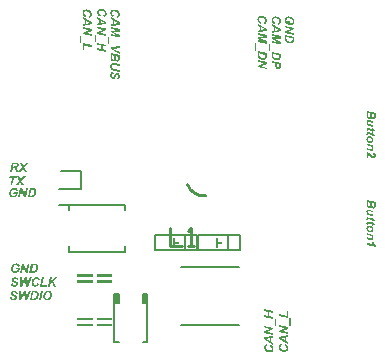
<source format=gto>
G04*
G04 #@! TF.GenerationSoftware,Altium Limited,Altium Designer,23.8.1 (32)*
G04*
G04 Layer_Color=65535*
%FSLAX44Y44*%
%MOMM*%
G71*
G04*
G04 #@! TF.SameCoordinates,63047707-2AD3-47D3-9D9A-8CE44674FD2A*
G04*
G04*
G04 #@! TF.FilePolarity,Positive*
G04*
G01*
G75*
%ADD10C,0.2540*%
%ADD11C,0.2000*%
%ADD12C,0.1270*%
%ADD13C,0.0254*%
%ADD14C,0.1524*%
G36*
X28194Y-52451D02*
X31750D01*
Y-54229D01*
X28194D01*
Y-57277D01*
X26670D01*
Y-49403D01*
X28194D01*
Y-52451D01*
D02*
G37*
G36*
X-8636D02*
X-5080D01*
Y-54229D01*
X-8636D01*
Y-57277D01*
X-10160D01*
Y-49403D01*
X-8636D01*
Y-52451D01*
D02*
G37*
G36*
X-62230Y-81280D02*
X-74422D01*
Y-80010D01*
X-62230D01*
Y-81280D01*
D02*
G37*
G36*
X-78740D02*
X-90932D01*
Y-80010D01*
X-78740D01*
Y-81280D01*
D02*
G37*
G36*
X-62230Y-86106D02*
X-74422D01*
Y-84836D01*
X-62230D01*
Y-86106D01*
D02*
G37*
G36*
X-78740D02*
X-90932D01*
Y-84836D01*
X-78740D01*
Y-86106D01*
D02*
G37*
G36*
X-31750Y-104140D02*
X-35560D01*
Y-96520D01*
X-31750D01*
Y-104140D01*
D02*
G37*
G36*
X-55880D02*
X-59690D01*
Y-96520D01*
X-55880D01*
Y-104140D01*
D02*
G37*
G36*
X-62230Y-118110D02*
X-74422D01*
Y-116840D01*
X-62230D01*
Y-118110D01*
D02*
G37*
G36*
X-78740D02*
X-90932D01*
Y-116840D01*
X-78740D01*
Y-118110D01*
D02*
G37*
G36*
X-62230Y-122936D02*
X-74422D01*
Y-121666D01*
X-62230D01*
Y-122936D01*
D02*
G37*
G36*
X-78740D02*
X-90932D01*
Y-121666D01*
X-78740D01*
Y-122936D01*
D02*
G37*
G36*
X161625Y-18579D02*
Y-21488D01*
X161613Y-21665D01*
Y-21865D01*
X161602Y-22065D01*
X161591Y-22242D01*
X161580Y-22331D01*
X161569Y-22398D01*
Y-22420D01*
X161558Y-22498D01*
X161536Y-22598D01*
X161502Y-22731D01*
X161458Y-22875D01*
X161402Y-23042D01*
X161336Y-23197D01*
X161247Y-23352D01*
X161236Y-23375D01*
X161203Y-23419D01*
X161147Y-23486D01*
X161081Y-23574D01*
X160992Y-23674D01*
X160881Y-23774D01*
X160759Y-23874D01*
X160614Y-23952D01*
X160592Y-23963D01*
X160548Y-23985D01*
X160470Y-24018D01*
X160359Y-24063D01*
X160237Y-24096D01*
X160082Y-24129D01*
X159926Y-24152D01*
X159749Y-24163D01*
X159738D01*
X159715D01*
X159682D01*
X159638D01*
X159527Y-24141D01*
X159371Y-24118D01*
X159205Y-24074D01*
X159016Y-24007D01*
X158827Y-23918D01*
X158639Y-23796D01*
X158616Y-23785D01*
X158561Y-23730D01*
X158483Y-23641D01*
X158372Y-23530D01*
X158261Y-23375D01*
X158139Y-23186D01*
X158028Y-22964D01*
X157928Y-22698D01*
Y-22709D01*
X157917Y-22720D01*
X157906Y-22753D01*
X157895Y-22797D01*
X157862Y-22908D01*
X157795Y-23042D01*
X157717Y-23186D01*
X157618Y-23341D01*
X157495Y-23497D01*
X157351Y-23630D01*
X157329Y-23641D01*
X157284Y-23685D01*
X157196Y-23741D01*
X157085Y-23796D01*
X156940Y-23863D01*
X156785Y-23907D01*
X156607Y-23952D01*
X156419Y-23963D01*
X156408D01*
X156385D01*
X156352D01*
X156297Y-23952D01*
X156241D01*
X156163Y-23941D01*
X155997Y-23918D01*
X155786Y-23863D01*
X155564Y-23796D01*
X155331Y-23696D01*
X155098Y-23563D01*
X155087D01*
X155076Y-23541D01*
X155042Y-23519D01*
X154998Y-23497D01*
X154887Y-23408D01*
X154754Y-23286D01*
X154609Y-23130D01*
X154465Y-22942D01*
X154332Y-22720D01*
X154210Y-22476D01*
Y-22464D01*
X154199Y-22442D01*
X154188Y-22409D01*
X154165Y-22353D01*
X154143Y-22276D01*
X154121Y-22198D01*
X154099Y-22098D01*
X154077Y-21987D01*
X154054Y-21854D01*
X154032Y-21710D01*
X154010Y-21554D01*
X153988Y-21388D01*
X153966Y-21210D01*
X153954Y-21010D01*
X153943Y-20810D01*
Y-16970D01*
X161625Y-18579D01*
D02*
G37*
G36*
X155386Y-25040D02*
X155508Y-25051D01*
X155664Y-25073D01*
X155753Y-25095D01*
X155864Y-25106D01*
X155975Y-25128D01*
X156108Y-25150D01*
X156252Y-25184D01*
X156408Y-25217D01*
X159515Y-25916D01*
Y-27437D01*
X156197Y-26693D01*
X156186D01*
X156174D01*
X156108Y-26671D01*
X156008Y-26649D01*
X155886Y-26627D01*
X155764Y-26605D01*
X155642Y-26582D01*
X155542Y-26571D01*
X155464Y-26560D01*
X155453D01*
X155420D01*
X155375Y-26571D01*
X155320Y-26582D01*
X155187Y-26627D01*
X155109Y-26660D01*
X155042Y-26716D01*
X155031Y-26727D01*
X155020Y-26749D01*
X154987Y-26782D01*
X154965Y-26827D01*
X154931Y-26893D01*
X154898Y-26960D01*
X154887Y-27037D01*
X154876Y-27126D01*
Y-27193D01*
X154887Y-27237D01*
X154909Y-27348D01*
X154953Y-27470D01*
Y-27482D01*
X154965Y-27504D01*
X154987Y-27537D01*
X155009Y-27581D01*
X155087Y-27692D01*
X155187Y-27826D01*
X155198Y-27837D01*
X155220Y-27859D01*
X155253Y-27892D01*
X155298Y-27937D01*
X155409Y-28048D01*
X155553Y-28159D01*
X155564Y-28170D01*
X155586Y-28181D01*
X155642Y-28214D01*
X155697Y-28247D01*
X155786Y-28292D01*
X155875Y-28336D01*
X155986Y-28392D01*
X156108Y-28436D01*
X156119D01*
X156152Y-28447D01*
X156208Y-28469D01*
X156297Y-28492D01*
X156397Y-28525D01*
X156530Y-28558D01*
X156674Y-28591D01*
X156852Y-28636D01*
X159515Y-29235D01*
Y-30734D01*
X153943Y-29479D01*
Y-28070D01*
X154654Y-28225D01*
X154643Y-28214D01*
X154621Y-28192D01*
X154576Y-28136D01*
X154521Y-28081D01*
X154454Y-28003D01*
X154387Y-27903D01*
X154310Y-27803D01*
X154232Y-27681D01*
X154143Y-27548D01*
X154066Y-27404D01*
X153932Y-27093D01*
X153877Y-26927D01*
X153832Y-26749D01*
X153810Y-26571D01*
X153799Y-26383D01*
Y-26327D01*
X153810Y-26283D01*
X153821Y-26161D01*
X153843Y-26016D01*
X153899Y-25861D01*
X153966Y-25694D01*
X154054Y-25528D01*
X154188Y-25384D01*
X154210Y-25373D01*
X154265Y-25328D01*
X154354Y-25273D01*
X154476Y-25206D01*
X154621Y-25139D01*
X154809Y-25084D01*
X155020Y-25040D01*
X155253Y-25028D01*
X155264D01*
X155309D01*
X155386Y-25040D01*
D02*
G37*
G36*
X159515Y-31888D02*
Y-32621D01*
X160403Y-32798D01*
X161436Y-34508D01*
X159515Y-34119D01*
Y-35041D01*
X158394Y-34807D01*
Y-33886D01*
X156041Y-33398D01*
X156030D01*
X156019D01*
X155986Y-33387D01*
X155941Y-33375D01*
X155842Y-33353D01*
X155719Y-33331D01*
X155586Y-33309D01*
X155475Y-33287D01*
X155375Y-33276D01*
X155342Y-33265D01*
X155320D01*
X155309D01*
X155298D01*
X155220Y-33276D01*
X155142Y-33309D01*
X155053Y-33364D01*
Y-33375D01*
X155042Y-33387D01*
X155020Y-33420D01*
X155009Y-33453D01*
X154987Y-33509D01*
X154965Y-33586D01*
X154953Y-33675D01*
Y-33831D01*
X154965Y-33875D01*
Y-33942D01*
X154976Y-34030D01*
X154987Y-34141D01*
X154998Y-34275D01*
X153888Y-34042D01*
Y-34019D01*
X153877Y-33975D01*
X153866Y-33897D01*
X153843Y-33797D01*
X153832Y-33675D01*
X153810Y-33542D01*
X153799Y-33242D01*
Y-33109D01*
X153810Y-33043D01*
Y-32976D01*
X153832Y-32798D01*
X153877Y-32610D01*
X153921Y-32410D01*
X153999Y-32232D01*
X154099Y-32077D01*
X154110Y-32066D01*
X154154Y-32021D01*
X154232Y-31966D01*
X154321Y-31899D01*
X154443Y-31833D01*
X154598Y-31777D01*
X154765Y-31733D01*
X154965Y-31722D01*
X154976D01*
X155020D01*
X155098Y-31733D01*
X155209Y-31744D01*
X155287Y-31755D01*
X155364Y-31766D01*
X155464Y-31788D01*
X155575Y-31810D01*
X155697Y-31833D01*
X155830Y-31855D01*
X155986Y-31888D01*
X156152Y-31921D01*
X158394Y-32399D01*
Y-31655D01*
X159515Y-31888D01*
D02*
G37*
G36*
Y-35462D02*
Y-36195D01*
X160403Y-36372D01*
X161436Y-38082D01*
X159515Y-37693D01*
Y-38615D01*
X158394Y-38382D01*
Y-37460D01*
X156041Y-36972D01*
X156030D01*
X156019D01*
X155986Y-36961D01*
X155941Y-36950D01*
X155842Y-36927D01*
X155719Y-36905D01*
X155586Y-36883D01*
X155475Y-36861D01*
X155375Y-36850D01*
X155342Y-36839D01*
X155320D01*
X155309D01*
X155298D01*
X155220Y-36850D01*
X155142Y-36883D01*
X155053Y-36939D01*
Y-36950D01*
X155042Y-36961D01*
X155020Y-36994D01*
X155009Y-37027D01*
X154987Y-37083D01*
X154965Y-37160D01*
X154953Y-37249D01*
Y-37405D01*
X154965Y-37449D01*
Y-37516D01*
X154976Y-37604D01*
X154987Y-37715D01*
X154998Y-37849D01*
X153888Y-37616D01*
Y-37593D01*
X153877Y-37549D01*
X153866Y-37471D01*
X153843Y-37371D01*
X153832Y-37249D01*
X153810Y-37116D01*
X153799Y-36816D01*
Y-36683D01*
X153810Y-36617D01*
Y-36550D01*
X153832Y-36372D01*
X153877Y-36184D01*
X153921Y-35984D01*
X153999Y-35806D01*
X154099Y-35651D01*
X154110Y-35640D01*
X154154Y-35596D01*
X154232Y-35540D01*
X154321Y-35473D01*
X154443Y-35407D01*
X154598Y-35351D01*
X154765Y-35307D01*
X154965Y-35296D01*
X154976D01*
X155020D01*
X155098Y-35307D01*
X155209Y-35318D01*
X155287Y-35329D01*
X155364Y-35340D01*
X155464Y-35362D01*
X155575Y-35385D01*
X155697Y-35407D01*
X155830Y-35429D01*
X155986Y-35462D01*
X156152Y-35496D01*
X158394Y-35973D01*
Y-35229D01*
X159515Y-35462D01*
D02*
G37*
G36*
X156385Y-38659D02*
X156496D01*
X156630Y-38670D01*
X156774Y-38692D01*
X156952Y-38726D01*
X157129Y-38759D01*
X157318Y-38803D01*
X157518Y-38859D01*
X157729Y-38925D01*
X157928Y-39014D01*
X158139Y-39114D01*
X158339Y-39225D01*
X158528Y-39358D01*
X158705Y-39514D01*
X158716Y-39525D01*
X158750Y-39558D01*
X158794Y-39602D01*
X158849Y-39669D01*
X158927Y-39758D01*
X159005Y-39869D01*
X159083Y-39991D01*
X159171Y-40135D01*
X159260Y-40291D01*
X159338Y-40457D01*
X159427Y-40646D01*
X159493Y-40857D01*
X159549Y-41068D01*
X159593Y-41301D01*
X159627Y-41556D01*
X159638Y-41811D01*
Y-41933D01*
X159627Y-42011D01*
X159615Y-42122D01*
X159604Y-42233D01*
X159582Y-42366D01*
X159549Y-42511D01*
X159471Y-42821D01*
X159416Y-42977D01*
X159349Y-43143D01*
X159271Y-43299D01*
X159171Y-43454D01*
X159072Y-43598D01*
X158949Y-43732D01*
X158938Y-43743D01*
X158916Y-43765D01*
X158883Y-43798D01*
X158827Y-43843D01*
X158761Y-43898D01*
X158672Y-43954D01*
X158583Y-44020D01*
X158472Y-44087D01*
X158339Y-44142D01*
X158206Y-44209D01*
X158050Y-44264D01*
X157895Y-44320D01*
X157717Y-44364D01*
X157529Y-44398D01*
X157329Y-44420D01*
X157118Y-44431D01*
X157107D01*
X157063D01*
X156985D01*
X156896Y-44420D01*
X156774Y-44409D01*
X156641Y-44387D01*
X156485Y-44353D01*
X156319Y-44320D01*
X156141Y-44275D01*
X155953Y-44220D01*
X155753Y-44153D01*
X155564Y-44065D01*
X155364Y-43965D01*
X155164Y-43854D01*
X154965Y-43720D01*
X154776Y-43565D01*
X154765Y-43554D01*
X154732Y-43521D01*
X154687Y-43476D01*
X154621Y-43410D01*
X154554Y-43321D01*
X154465Y-43210D01*
X154376Y-43088D01*
X154288Y-42955D01*
X154199Y-42788D01*
X154110Y-42622D01*
X154021Y-42433D01*
X153954Y-42222D01*
X153888Y-42000D01*
X153843Y-41767D01*
X153810Y-41512D01*
X153799Y-41245D01*
Y-41112D01*
X153810Y-41045D01*
X153821Y-40968D01*
X153843Y-40779D01*
X153877Y-40557D01*
X153932Y-40324D01*
X154010Y-40080D01*
X154110Y-39847D01*
Y-39836D01*
X154121Y-39825D01*
X154143Y-39791D01*
X154165Y-39747D01*
X154243Y-39636D01*
X154343Y-39503D01*
X154465Y-39358D01*
X154621Y-39203D01*
X154798Y-39059D01*
X154998Y-38937D01*
X155009D01*
X155020Y-38925D01*
X155053Y-38914D01*
X155098Y-38892D01*
X155220Y-38848D01*
X155375Y-38792D01*
X155553Y-38737D01*
X155764Y-38692D01*
X155997Y-38659D01*
X156241Y-38648D01*
X156263D01*
X156308D01*
X156385Y-38659D01*
D02*
G37*
G36*
X159515Y-46174D02*
Y-47594D01*
X158783Y-47450D01*
Y-47461D01*
X158805Y-47472D01*
X158861Y-47539D01*
X158938Y-47650D01*
X159038Y-47783D01*
X159138Y-47938D01*
X159249Y-48105D01*
X159349Y-48282D01*
X159438Y-48460D01*
X159449Y-48482D01*
X159471Y-48538D01*
X159504Y-48638D01*
X159538Y-48760D01*
X159571Y-48904D01*
X159604Y-49071D01*
X159627Y-49248D01*
X159638Y-49437D01*
Y-49503D01*
X159627Y-49548D01*
X159615Y-49681D01*
X159593Y-49837D01*
X159538Y-50014D01*
X159471Y-50192D01*
X159371Y-50369D01*
X159238Y-50536D01*
X159216Y-50558D01*
X159171Y-50602D01*
X159083Y-50658D01*
X158961Y-50736D01*
X158805Y-50813D01*
X158628Y-50869D01*
X158428Y-50913D01*
X158195Y-50935D01*
X158184D01*
X158139D01*
X158062Y-50924D01*
X157939Y-50902D01*
X157795Y-50880D01*
X157595Y-50847D01*
X157484Y-50824D01*
X157362Y-50802D01*
X157229Y-50769D01*
X157085Y-50736D01*
X153943Y-50058D01*
Y-48571D01*
X157096Y-49248D01*
X157107D01*
X157129Y-49259D01*
X157162D01*
X157207Y-49270D01*
X157329Y-49293D01*
X157462Y-49326D01*
X157606Y-49348D01*
X157751Y-49370D01*
X157862Y-49392D01*
X157906Y-49404D01*
X157939D01*
X157950D01*
X157984D01*
X158039Y-49392D01*
X158106Y-49381D01*
X158173Y-49359D01*
X158250Y-49326D01*
X158328Y-49282D01*
X158394Y-49226D01*
X158406Y-49215D01*
X158417Y-49193D01*
X158450Y-49159D01*
X158483Y-49104D01*
X158505Y-49037D01*
X158539Y-48960D01*
X158550Y-48860D01*
X158561Y-48749D01*
Y-48693D01*
X158550Y-48627D01*
X158528Y-48527D01*
X158494Y-48416D01*
X158439Y-48294D01*
X158372Y-48160D01*
X158284Y-48005D01*
X158272Y-47983D01*
X158228Y-47938D01*
X158173Y-47861D01*
X158084Y-47772D01*
X157984Y-47672D01*
X157862Y-47561D01*
X157717Y-47461D01*
X157551Y-47361D01*
X157540Y-47350D01*
X157484Y-47328D01*
X157395Y-47295D01*
X157329Y-47272D01*
X157262Y-47250D01*
X157174Y-47228D01*
X157085Y-47195D01*
X156974Y-47161D01*
X156852Y-47128D01*
X156718Y-47095D01*
X156563Y-47050D01*
X156397Y-47017D01*
X156219Y-46973D01*
X153943Y-46495D01*
Y-45008D01*
X159515Y-46174D01*
D02*
G37*
G36*
X159693Y-52678D02*
Y-52689D01*
X159704Y-52700D01*
X159726Y-52767D01*
X159782Y-52867D01*
X159848Y-53000D01*
X159926Y-53155D01*
X160015Y-53344D01*
X160126Y-53555D01*
X160259Y-53777D01*
X160392Y-54010D01*
X160548Y-54254D01*
X160714Y-54510D01*
X160881Y-54754D01*
X161070Y-54998D01*
X161258Y-55242D01*
X161458Y-55464D01*
X161669Y-55675D01*
Y-56585D01*
X153943Y-54965D01*
Y-53455D01*
X159260Y-54565D01*
X159249Y-54543D01*
X159205Y-54487D01*
X159149Y-54387D01*
X159072Y-54254D01*
X158983Y-54099D01*
X158894Y-53910D01*
X158794Y-53699D01*
X158694Y-53477D01*
Y-53466D01*
X158683Y-53455D01*
X158672Y-53422D01*
X158650Y-53377D01*
X158616Y-53255D01*
X158561Y-53111D01*
X158505Y-52944D01*
X158450Y-52756D01*
X158394Y-52578D01*
X158350Y-52389D01*
X159693Y-52678D01*
D02*
G37*
G36*
X161625Y57112D02*
Y54204D01*
X161613Y54027D01*
Y53827D01*
X161602Y53627D01*
X161591Y53450D01*
X161580Y53361D01*
X161569Y53294D01*
Y53272D01*
X161558Y53194D01*
X161536Y53094D01*
X161502Y52961D01*
X161458Y52817D01*
X161402Y52650D01*
X161336Y52495D01*
X161247Y52340D01*
X161236Y52317D01*
X161203Y52273D01*
X161147Y52206D01*
X161081Y52118D01*
X160992Y52018D01*
X160881Y51918D01*
X160759Y51818D01*
X160614Y51740D01*
X160592Y51729D01*
X160548Y51707D01*
X160470Y51674D01*
X160359Y51629D01*
X160237Y51596D01*
X160082Y51563D01*
X159926Y51540D01*
X159749Y51529D01*
X159738D01*
X159715D01*
X159682D01*
X159638D01*
X159527Y51551D01*
X159371Y51574D01*
X159205Y51618D01*
X159016Y51685D01*
X158827Y51774D01*
X158639Y51896D01*
X158616Y51907D01*
X158561Y51962D01*
X158483Y52051D01*
X158372Y52162D01*
X158261Y52317D01*
X158139Y52506D01*
X158028Y52728D01*
X157928Y52994D01*
Y52983D01*
X157917Y52972D01*
X157906Y52939D01*
X157895Y52895D01*
X157862Y52784D01*
X157795Y52650D01*
X157717Y52506D01*
X157618Y52351D01*
X157495Y52195D01*
X157351Y52062D01*
X157329Y52051D01*
X157284Y52007D01*
X157196Y51951D01*
X157085Y51896D01*
X156940Y51829D01*
X156785Y51785D01*
X156607Y51740D01*
X156419Y51729D01*
X156408D01*
X156385D01*
X156352D01*
X156297Y51740D01*
X156241D01*
X156163Y51751D01*
X155997Y51774D01*
X155786Y51829D01*
X155564Y51896D01*
X155331Y51996D01*
X155098Y52129D01*
X155087D01*
X155076Y52151D01*
X155042Y52173D01*
X154998Y52195D01*
X154887Y52284D01*
X154754Y52406D01*
X154609Y52562D01*
X154465Y52750D01*
X154332Y52972D01*
X154210Y53217D01*
Y53228D01*
X154199Y53250D01*
X154188Y53283D01*
X154165Y53339D01*
X154143Y53416D01*
X154121Y53494D01*
X154099Y53594D01*
X154077Y53705D01*
X154054Y53838D01*
X154032Y53982D01*
X154010Y54138D01*
X153988Y54304D01*
X153966Y54482D01*
X153954Y54682D01*
X153943Y54882D01*
Y58722D01*
X161625Y57112D01*
D02*
G37*
G36*
X155386Y50652D02*
X155508Y50641D01*
X155664Y50619D01*
X155753Y50597D01*
X155864Y50586D01*
X155975Y50564D01*
X156108Y50542D01*
X156252Y50508D01*
X156408Y50475D01*
X159515Y49776D01*
Y48255D01*
X156197Y48999D01*
X156186D01*
X156174D01*
X156108Y49021D01*
X156008Y49043D01*
X155886Y49065D01*
X155764Y49087D01*
X155642Y49110D01*
X155542Y49121D01*
X155464Y49132D01*
X155453D01*
X155420D01*
X155375Y49121D01*
X155320Y49110D01*
X155187Y49065D01*
X155109Y49032D01*
X155042Y48976D01*
X155031Y48965D01*
X155020Y48943D01*
X154987Y48910D01*
X154965Y48865D01*
X154931Y48799D01*
X154898Y48732D01*
X154887Y48654D01*
X154876Y48566D01*
Y48499D01*
X154887Y48455D01*
X154909Y48344D01*
X154953Y48222D01*
Y48211D01*
X154965Y48188D01*
X154987Y48155D01*
X155009Y48111D01*
X155087Y48000D01*
X155187Y47866D01*
X155198Y47855D01*
X155220Y47833D01*
X155253Y47800D01*
X155298Y47755D01*
X155409Y47644D01*
X155553Y47533D01*
X155564Y47522D01*
X155586Y47511D01*
X155642Y47478D01*
X155697Y47445D01*
X155786Y47400D01*
X155875Y47356D01*
X155986Y47300D01*
X156108Y47256D01*
X156119D01*
X156152Y47245D01*
X156208Y47223D01*
X156297Y47200D01*
X156397Y47167D01*
X156530Y47134D01*
X156674Y47101D01*
X156852Y47056D01*
X159515Y46457D01*
Y44958D01*
X153943Y46213D01*
Y47622D01*
X154654Y47467D01*
X154643Y47478D01*
X154621Y47500D01*
X154576Y47556D01*
X154521Y47611D01*
X154454Y47689D01*
X154387Y47789D01*
X154310Y47889D01*
X154232Y48011D01*
X154143Y48144D01*
X154066Y48288D01*
X153932Y48599D01*
X153877Y48766D01*
X153832Y48943D01*
X153810Y49121D01*
X153799Y49309D01*
Y49365D01*
X153810Y49409D01*
X153821Y49531D01*
X153843Y49676D01*
X153899Y49831D01*
X153966Y49998D01*
X154054Y50164D01*
X154188Y50308D01*
X154210Y50319D01*
X154265Y50364D01*
X154354Y50419D01*
X154476Y50486D01*
X154621Y50553D01*
X154809Y50608D01*
X155020Y50652D01*
X155253Y50664D01*
X155264D01*
X155309D01*
X155386Y50652D01*
D02*
G37*
G36*
X159515Y43804D02*
Y43071D01*
X160403Y42894D01*
X161436Y41184D01*
X159515Y41573D01*
Y40651D01*
X158394Y40885D01*
Y41806D01*
X156041Y42294D01*
X156030D01*
X156019D01*
X155986Y42305D01*
X155941Y42316D01*
X155842Y42339D01*
X155719Y42361D01*
X155586Y42383D01*
X155475Y42405D01*
X155375Y42416D01*
X155342Y42428D01*
X155320D01*
X155309D01*
X155298D01*
X155220Y42416D01*
X155142Y42383D01*
X155053Y42328D01*
Y42316D01*
X155042Y42305D01*
X155020Y42272D01*
X155009Y42239D01*
X154987Y42183D01*
X154965Y42106D01*
X154953Y42017D01*
Y41861D01*
X154965Y41817D01*
Y41750D01*
X154976Y41662D01*
X154987Y41551D01*
X154998Y41417D01*
X153888Y41651D01*
Y41673D01*
X153877Y41717D01*
X153866Y41795D01*
X153843Y41895D01*
X153832Y42017D01*
X153810Y42150D01*
X153799Y42450D01*
Y42583D01*
X153810Y42649D01*
Y42716D01*
X153832Y42894D01*
X153877Y43082D01*
X153921Y43282D01*
X153999Y43460D01*
X154099Y43615D01*
X154110Y43626D01*
X154154Y43671D01*
X154232Y43726D01*
X154321Y43793D01*
X154443Y43859D01*
X154598Y43915D01*
X154765Y43959D01*
X154965Y43970D01*
X154976D01*
X155020D01*
X155098Y43959D01*
X155209Y43948D01*
X155287Y43937D01*
X155364Y43926D01*
X155464Y43904D01*
X155575Y43882D01*
X155697Y43859D01*
X155830Y43837D01*
X155986Y43804D01*
X156152Y43771D01*
X158394Y43293D01*
Y44037D01*
X159515Y43804D01*
D02*
G37*
G36*
Y40230D02*
Y39497D01*
X160403Y39320D01*
X161436Y37610D01*
X159515Y37999D01*
Y37077D01*
X158394Y37311D01*
Y38232D01*
X156041Y38720D01*
X156030D01*
X156019D01*
X155986Y38731D01*
X155941Y38742D01*
X155842Y38765D01*
X155719Y38787D01*
X155586Y38809D01*
X155475Y38831D01*
X155375Y38842D01*
X155342Y38853D01*
X155320D01*
X155309D01*
X155298D01*
X155220Y38842D01*
X155142Y38809D01*
X155053Y38753D01*
Y38742D01*
X155042Y38731D01*
X155020Y38698D01*
X155009Y38665D01*
X154987Y38609D01*
X154965Y38531D01*
X154953Y38443D01*
Y38287D01*
X154965Y38243D01*
Y38176D01*
X154976Y38087D01*
X154987Y37977D01*
X154998Y37843D01*
X153888Y38076D01*
Y38099D01*
X153877Y38143D01*
X153866Y38221D01*
X153843Y38321D01*
X153832Y38443D01*
X153810Y38576D01*
X153799Y38876D01*
Y39009D01*
X153810Y39075D01*
Y39142D01*
X153832Y39320D01*
X153877Y39508D01*
X153921Y39708D01*
X153999Y39886D01*
X154099Y40041D01*
X154110Y40052D01*
X154154Y40097D01*
X154232Y40152D01*
X154321Y40219D01*
X154443Y40285D01*
X154598Y40341D01*
X154765Y40385D01*
X154965Y40396D01*
X154976D01*
X155020D01*
X155098Y40385D01*
X155209Y40374D01*
X155287Y40363D01*
X155364Y40352D01*
X155464Y40330D01*
X155575Y40307D01*
X155697Y40285D01*
X155830Y40263D01*
X155986Y40230D01*
X156152Y40196D01*
X158394Y39719D01*
Y40463D01*
X159515Y40230D01*
D02*
G37*
G36*
X156385Y37033D02*
X156496D01*
X156630Y37022D01*
X156774Y37000D01*
X156952Y36966D01*
X157129Y36933D01*
X157318Y36889D01*
X157518Y36833D01*
X157729Y36767D01*
X157928Y36678D01*
X158139Y36578D01*
X158339Y36467D01*
X158528Y36334D01*
X158705Y36178D01*
X158716Y36167D01*
X158750Y36134D01*
X158794Y36089D01*
X158849Y36023D01*
X158927Y35934D01*
X159005Y35823D01*
X159083Y35701D01*
X159171Y35557D01*
X159260Y35401D01*
X159338Y35235D01*
X159427Y35046D01*
X159493Y34835D01*
X159549Y34624D01*
X159593Y34391D01*
X159627Y34136D01*
X159638Y33881D01*
Y33759D01*
X159627Y33681D01*
X159615Y33570D01*
X159604Y33459D01*
X159582Y33326D01*
X159549Y33181D01*
X159471Y32871D01*
X159416Y32715D01*
X159349Y32549D01*
X159271Y32393D01*
X159171Y32238D01*
X159072Y32094D01*
X158949Y31960D01*
X158938Y31949D01*
X158916Y31927D01*
X158883Y31894D01*
X158827Y31849D01*
X158761Y31794D01*
X158672Y31738D01*
X158583Y31672D01*
X158472Y31605D01*
X158339Y31550D01*
X158206Y31483D01*
X158050Y31428D01*
X157895Y31372D01*
X157717Y31328D01*
X157529Y31294D01*
X157329Y31272D01*
X157118Y31261D01*
X157107D01*
X157063D01*
X156985D01*
X156896Y31272D01*
X156774Y31283D01*
X156641Y31305D01*
X156485Y31339D01*
X156319Y31372D01*
X156141Y31416D01*
X155953Y31472D01*
X155753Y31539D01*
X155564Y31627D01*
X155364Y31727D01*
X155164Y31838D01*
X154965Y31971D01*
X154776Y32127D01*
X154765Y32138D01*
X154732Y32171D01*
X154687Y32216D01*
X154621Y32282D01*
X154554Y32371D01*
X154465Y32482D01*
X154376Y32604D01*
X154288Y32737D01*
X154199Y32904D01*
X154110Y33070D01*
X154021Y33259D01*
X153954Y33470D01*
X153888Y33692D01*
X153843Y33925D01*
X153810Y34180D01*
X153799Y34447D01*
Y34580D01*
X153810Y34646D01*
X153821Y34724D01*
X153843Y34913D01*
X153877Y35135D01*
X153932Y35368D01*
X154010Y35612D01*
X154110Y35845D01*
Y35856D01*
X154121Y35868D01*
X154143Y35901D01*
X154165Y35945D01*
X154243Y36056D01*
X154343Y36189D01*
X154465Y36334D01*
X154621Y36489D01*
X154798Y36633D01*
X154998Y36755D01*
X155009D01*
X155020Y36767D01*
X155053Y36778D01*
X155098Y36800D01*
X155220Y36844D01*
X155375Y36900D01*
X155553Y36955D01*
X155764Y37000D01*
X155997Y37033D01*
X156241Y37044D01*
X156263D01*
X156308D01*
X156385Y37033D01*
D02*
G37*
G36*
X159515Y29518D02*
Y28098D01*
X158783Y28242D01*
Y28231D01*
X158805Y28220D01*
X158861Y28153D01*
X158938Y28042D01*
X159038Y27909D01*
X159138Y27754D01*
X159249Y27587D01*
X159349Y27410D01*
X159438Y27232D01*
X159449Y27210D01*
X159471Y27154D01*
X159504Y27054D01*
X159538Y26932D01*
X159571Y26788D01*
X159604Y26621D01*
X159627Y26444D01*
X159638Y26255D01*
Y26188D01*
X159627Y26144D01*
X159615Y26011D01*
X159593Y25856D01*
X159538Y25678D01*
X159471Y25500D01*
X159371Y25323D01*
X159238Y25156D01*
X159216Y25134D01*
X159171Y25090D01*
X159083Y25034D01*
X158961Y24956D01*
X158805Y24879D01*
X158628Y24823D01*
X158428Y24779D01*
X158195Y24757D01*
X158184D01*
X158139D01*
X158062Y24768D01*
X157939Y24790D01*
X157795Y24812D01*
X157595Y24845D01*
X157484Y24868D01*
X157362Y24890D01*
X157229Y24923D01*
X157085Y24956D01*
X153943Y25633D01*
Y27121D01*
X157096Y26444D01*
X157107D01*
X157129Y26433D01*
X157162D01*
X157207Y26422D01*
X157329Y26399D01*
X157462Y26366D01*
X157606Y26344D01*
X157751Y26322D01*
X157862Y26300D01*
X157906Y26288D01*
X157939D01*
X157950D01*
X157984D01*
X158039Y26300D01*
X158106Y26311D01*
X158173Y26333D01*
X158250Y26366D01*
X158328Y26411D01*
X158394Y26466D01*
X158406Y26477D01*
X158417Y26499D01*
X158450Y26533D01*
X158483Y26588D01*
X158505Y26655D01*
X158539Y26732D01*
X158550Y26832D01*
X158561Y26943D01*
Y26999D01*
X158550Y27065D01*
X158528Y27165D01*
X158494Y27276D01*
X158439Y27398D01*
X158372Y27532D01*
X158284Y27687D01*
X158272Y27709D01*
X158228Y27754D01*
X158173Y27831D01*
X158084Y27920D01*
X157984Y28020D01*
X157862Y28131D01*
X157717Y28231D01*
X157551Y28331D01*
X157540Y28342D01*
X157484Y28364D01*
X157395Y28397D01*
X157329Y28420D01*
X157262Y28442D01*
X157174Y28464D01*
X157085Y28497D01*
X156974Y28530D01*
X156852Y28564D01*
X156718Y28597D01*
X156563Y28642D01*
X156397Y28675D01*
X156219Y28719D01*
X153943Y29197D01*
Y30684D01*
X159515Y29518D01*
D02*
G37*
G36*
X153999Y23913D02*
X154043D01*
X154154Y23891D01*
X154288Y23858D01*
X154454Y23813D01*
X154632Y23758D01*
X154831Y23691D01*
X155020Y23602D01*
X155031D01*
X155042Y23591D01*
X155109Y23558D01*
X155209Y23502D01*
X155331Y23425D01*
X155475Y23325D01*
X155631Y23214D01*
X155797Y23092D01*
X155964Y22959D01*
X155986Y22936D01*
X156052Y22881D01*
X156097Y22836D01*
X156152Y22781D01*
X156230Y22714D01*
X156308Y22637D01*
X156408Y22548D01*
X156508Y22437D01*
X156630Y22326D01*
X156752Y22193D01*
X156896Y22048D01*
X157051Y21893D01*
X157218Y21726D01*
X157395Y21538D01*
X157407Y21527D01*
X157429Y21504D01*
X157462Y21460D01*
X157518Y21416D01*
X157640Y21282D01*
X157795Y21127D01*
X157962Y20961D01*
X158117Y20794D01*
X158261Y20661D01*
X158317Y20605D01*
X158361Y20561D01*
X158383Y20550D01*
X158428Y20505D01*
X158505Y20439D01*
X158605Y20361D01*
X158716Y20272D01*
X158838Y20195D01*
X158961Y20117D01*
X159072Y20061D01*
X159083Y20050D01*
X159127Y20039D01*
X159183Y20017D01*
X159249Y19984D01*
X159338Y19962D01*
X159427Y19939D01*
X159527Y19928D01*
X159615Y19917D01*
X159638D01*
X159682D01*
X159749Y19928D01*
X159837Y19950D01*
X159937Y19973D01*
X160048Y20017D01*
X160148Y20073D01*
X160248Y20150D01*
X160259Y20161D01*
X160281Y20195D01*
X160326Y20239D01*
X160370Y20306D01*
X160415Y20394D01*
X160459Y20494D01*
X160481Y20605D01*
X160492Y20727D01*
Y20783D01*
X160481Y20849D01*
X160459Y20938D01*
X160426Y21038D01*
X160370Y21138D01*
X160304Y21249D01*
X160215Y21349D01*
X160204Y21360D01*
X160159Y21393D01*
X160093Y21438D01*
X159993Y21493D01*
X159860Y21560D01*
X159693Y21627D01*
X159493Y21693D01*
X159249Y21749D01*
X159460Y23214D01*
X159471D01*
X159504Y23203D01*
X159560Y23191D01*
X159638Y23180D01*
X159726Y23147D01*
X159826Y23125D01*
X159937Y23092D01*
X160059Y23047D01*
X160326Y22936D01*
X160603Y22792D01*
X160859Y22614D01*
X160981Y22503D01*
X161092Y22392D01*
X161103Y22381D01*
X161114Y22359D01*
X161147Y22326D01*
X161180Y22270D01*
X161225Y22215D01*
X161269Y22137D01*
X161325Y22048D01*
X161380Y21937D01*
X161436Y21826D01*
X161491Y21704D01*
X161580Y21427D01*
X161647Y21116D01*
X161658Y20938D01*
X161669Y20761D01*
Y20661D01*
X161658Y20583D01*
X161647Y20494D01*
X161636Y20383D01*
X161625Y20272D01*
X161591Y20150D01*
X161525Y19873D01*
X161425Y19595D01*
X161358Y19451D01*
X161280Y19318D01*
X161180Y19196D01*
X161081Y19073D01*
X161070Y19062D01*
X161058Y19051D01*
X161025Y19018D01*
X160981Y18974D01*
X160914Y18929D01*
X160847Y18874D01*
X160770Y18818D01*
X160681Y18763D01*
X160470Y18652D01*
X160215Y18552D01*
X159926Y18474D01*
X159771Y18463D01*
X159604Y18452D01*
X159582D01*
X159527D01*
X159438Y18463D01*
X159316Y18474D01*
X159183Y18496D01*
X159027Y18530D01*
X158861Y18574D01*
X158683Y18641D01*
X158661Y18652D01*
X158605Y18674D01*
X158517Y18718D01*
X158394Y18785D01*
X158250Y18874D01*
X158084Y18985D01*
X157906Y19107D01*
X157717Y19262D01*
X157706Y19273D01*
X157651Y19318D01*
X157573Y19395D01*
X157462Y19506D01*
X157318Y19651D01*
X157140Y19828D01*
X156940Y20039D01*
X156707Y20283D01*
X156696Y20294D01*
X156674Y20317D01*
X156652Y20350D01*
X156607Y20394D01*
X156496Y20517D01*
X156352Y20661D01*
X156208Y20816D01*
X156063Y20972D01*
X155930Y21105D01*
X155819Y21216D01*
X155808Y21227D01*
X155775Y21249D01*
X155730Y21293D01*
X155675Y21349D01*
X155597Y21416D01*
X155508Y21482D01*
X155320Y21638D01*
Y18974D01*
X153943Y19262D01*
Y23924D01*
X153954D01*
X153966D01*
X153999Y23913D01*
D02*
G37*
G36*
X-144222Y-6719D02*
X-144111Y-6730D01*
X-143978Y-6741D01*
X-143834Y-6764D01*
X-143678Y-6786D01*
X-143334Y-6863D01*
X-142979Y-6974D01*
X-142801Y-7041D01*
X-142635Y-7119D01*
X-142468Y-7219D01*
X-142313Y-7330D01*
X-142302Y-7341D01*
X-142280Y-7363D01*
X-142235Y-7396D01*
X-142180Y-7441D01*
X-142113Y-7507D01*
X-142046Y-7585D01*
X-141958Y-7685D01*
X-141869Y-7785D01*
X-141780Y-7907D01*
X-141691Y-8040D01*
X-141602Y-8184D01*
X-141514Y-8351D01*
X-141436Y-8529D01*
X-141358Y-8717D01*
X-141292Y-8917D01*
X-141236Y-9128D01*
X-142712Y-9294D01*
Y-9283D01*
X-142724Y-9261D01*
X-142735Y-9228D01*
X-142746Y-9183D01*
X-142801Y-9072D01*
X-142868Y-8928D01*
X-142957Y-8773D01*
X-143068Y-8606D01*
X-143190Y-8451D01*
X-143345Y-8318D01*
X-143367Y-8306D01*
X-143423Y-8262D01*
X-143512Y-8207D01*
X-143645Y-8151D01*
X-143800Y-8084D01*
X-143989Y-8040D01*
X-144200Y-7996D01*
X-144433Y-7985D01*
X-144511D01*
X-144555Y-7996D01*
X-144633D01*
X-144710Y-8007D01*
X-144888Y-8040D01*
X-145110Y-8084D01*
X-145343Y-8162D01*
X-145587Y-8262D01*
X-145831Y-8395D01*
X-145843D01*
X-145854Y-8418D01*
X-145887Y-8440D01*
X-145931Y-8473D01*
X-146053Y-8562D01*
X-146198Y-8695D01*
X-146353Y-8873D01*
X-146520Y-9083D01*
X-146686Y-9339D01*
X-146830Y-9639D01*
Y-9650D01*
X-146841Y-9672D01*
X-146864Y-9716D01*
X-146886Y-9783D01*
X-146908Y-9861D01*
X-146941Y-9949D01*
X-146975Y-10060D01*
X-147008Y-10182D01*
X-147041Y-10304D01*
X-147075Y-10449D01*
X-147130Y-10760D01*
X-147175Y-11092D01*
X-147186Y-11459D01*
Y-11470D01*
Y-11503D01*
Y-11548D01*
X-147175Y-11614D01*
Y-11703D01*
X-147163Y-11792D01*
X-147130Y-12003D01*
X-147075Y-12236D01*
X-147008Y-12480D01*
X-146897Y-12702D01*
X-146830Y-12813D01*
X-146753Y-12902D01*
X-146730Y-12924D01*
X-146675Y-12968D01*
X-146564Y-13046D01*
X-146420Y-13124D01*
X-146242Y-13213D01*
X-146020Y-13290D01*
X-145754Y-13335D01*
X-145454Y-13357D01*
X-145365D01*
X-145265Y-13346D01*
X-145132Y-13335D01*
X-144977Y-13324D01*
X-144799Y-13290D01*
X-144611Y-13257D01*
X-144411Y-13213D01*
X-144400D01*
X-144389Y-13202D01*
X-144322Y-13190D01*
X-144222Y-13157D01*
X-144100Y-13113D01*
X-143956Y-13068D01*
X-143800Y-13002D01*
X-143645Y-12935D01*
X-143489Y-12868D01*
X-143245Y-11714D01*
X-145210D01*
X-144943Y-10426D01*
X-141514D01*
X-142202Y-13745D01*
X-142213D01*
X-142224Y-13768D01*
X-142268Y-13779D01*
X-142313Y-13812D01*
X-142368Y-13845D01*
X-142446Y-13879D01*
X-142524Y-13923D01*
X-142612Y-13979D01*
X-142835Y-14078D01*
X-143090Y-14189D01*
X-143378Y-14300D01*
X-143700Y-14411D01*
X-143711D01*
X-143745Y-14423D01*
X-143789Y-14434D01*
X-143856Y-14456D01*
X-143933Y-14478D01*
X-144022Y-14500D01*
X-144133Y-14522D01*
X-144255Y-14545D01*
X-144522Y-14589D01*
X-144832Y-14633D01*
X-145154Y-14667D01*
X-145498Y-14678D01*
X-145632D01*
X-145731Y-14667D01*
X-145854Y-14656D01*
X-145987Y-14645D01*
X-146142Y-14622D01*
X-146309Y-14600D01*
X-146653Y-14522D01*
X-146841Y-14467D01*
X-147019Y-14400D01*
X-147197Y-14334D01*
X-147374Y-14245D01*
X-147530Y-14145D01*
X-147685Y-14034D01*
X-147696Y-14023D01*
X-147730Y-13990D01*
X-147785Y-13945D01*
X-147840Y-13867D01*
X-147929Y-13779D01*
X-148007Y-13668D01*
X-148107Y-13534D01*
X-148196Y-13390D01*
X-148296Y-13213D01*
X-148396Y-13024D01*
X-148473Y-12813D01*
X-148551Y-12591D01*
X-148617Y-12336D01*
X-148673Y-12069D01*
X-148706Y-11781D01*
X-148717Y-11481D01*
Y-11470D01*
Y-11425D01*
Y-11370D01*
X-148706Y-11292D01*
Y-11181D01*
X-148695Y-11070D01*
X-148684Y-10937D01*
X-148662Y-10782D01*
X-148640Y-10626D01*
X-148606Y-10460D01*
X-148529Y-10094D01*
X-148418Y-9705D01*
X-148273Y-9317D01*
X-148262Y-9305D01*
X-148251Y-9261D01*
X-148218Y-9194D01*
X-148174Y-9117D01*
X-148118Y-9006D01*
X-148051Y-8895D01*
X-147974Y-8762D01*
X-147885Y-8617D01*
X-147785Y-8462D01*
X-147674Y-8306D01*
X-147552Y-8151D01*
X-147408Y-7985D01*
X-147108Y-7674D01*
X-146941Y-7530D01*
X-146764Y-7396D01*
X-146753Y-7385D01*
X-146719Y-7363D01*
X-146664Y-7330D01*
X-146586Y-7285D01*
X-146497Y-7241D01*
X-146375Y-7174D01*
X-146253Y-7119D01*
X-146098Y-7052D01*
X-145942Y-6986D01*
X-145765Y-6930D01*
X-145576Y-6863D01*
X-145365Y-6819D01*
X-145154Y-6775D01*
X-144921Y-6741D01*
X-144688Y-6719D01*
X-144444Y-6708D01*
X-144311D01*
X-144222Y-6719D01*
D02*
G37*
G36*
X-134754Y-14533D02*
X-136208D01*
X-138295Y-9372D01*
X-139382Y-14533D01*
X-140836D01*
X-139227Y-6852D01*
X-137773D01*
X-135686Y-11992D01*
X-134598Y-6852D01*
X-133144D01*
X-134754Y-14533D01*
D02*
G37*
G36*
X-128782Y-6863D02*
X-128593D01*
X-128438Y-6875D01*
X-128383D01*
X-128327Y-6886D01*
X-128305D01*
X-128249Y-6897D01*
X-128161Y-6908D01*
X-128039Y-6930D01*
X-127905Y-6952D01*
X-127761Y-6986D01*
X-127472Y-7085D01*
X-127450Y-7097D01*
X-127406Y-7108D01*
X-127339Y-7141D01*
X-127239Y-7185D01*
X-127139Y-7252D01*
X-127017Y-7319D01*
X-126906Y-7396D01*
X-126784Y-7496D01*
X-126773Y-7507D01*
X-126729Y-7541D01*
X-126673Y-7596D01*
X-126595Y-7674D01*
X-126518Y-7763D01*
X-126429Y-7874D01*
X-126340Y-7996D01*
X-126251Y-8129D01*
X-126240Y-8140D01*
X-126218Y-8195D01*
X-126174Y-8273D01*
X-126129Y-8373D01*
X-126074Y-8495D01*
X-126007Y-8640D01*
X-125952Y-8806D01*
X-125907Y-8984D01*
X-125896Y-9006D01*
X-125885Y-9072D01*
X-125863Y-9172D01*
X-125841Y-9294D01*
X-125819Y-9450D01*
X-125807Y-9639D01*
X-125785Y-9827D01*
Y-10038D01*
Y-10049D01*
Y-10094D01*
Y-10160D01*
X-125796Y-10249D01*
Y-10360D01*
X-125807Y-10482D01*
X-125830Y-10626D01*
X-125841Y-10782D01*
X-125874Y-10948D01*
X-125896Y-11126D01*
X-125985Y-11492D01*
X-126107Y-11869D01*
X-126174Y-12058D01*
X-126263Y-12247D01*
Y-12258D01*
X-126285Y-12291D01*
X-126307Y-12336D01*
X-126351Y-12402D01*
X-126396Y-12491D01*
X-126451Y-12580D01*
X-126595Y-12802D01*
X-126762Y-13046D01*
X-126973Y-13301D01*
X-127206Y-13546D01*
X-127461Y-13779D01*
X-127472D01*
X-127484Y-13801D01*
X-127517Y-13823D01*
X-127561Y-13845D01*
X-127617Y-13890D01*
X-127683Y-13923D01*
X-127850Y-14023D01*
X-128050Y-14123D01*
X-128294Y-14234D01*
X-128571Y-14334D01*
X-128882Y-14423D01*
X-128904D01*
X-128938Y-14434D01*
X-128971Y-14445D01*
X-129026D01*
X-129093Y-14456D01*
X-129171Y-14467D01*
X-129259Y-14478D01*
X-129359Y-14489D01*
X-129470Y-14500D01*
X-129592Y-14511D01*
X-129737D01*
X-129881Y-14522D01*
X-130048Y-14533D01*
X-133111D01*
X-131502Y-6852D01*
X-128971D01*
X-128782Y-6863D01*
D02*
G37*
G36*
X-138296Y-733D02*
X-136398Y-4374D01*
X-138185D01*
X-138773Y-3252D01*
Y-3241D01*
X-138795Y-3208D01*
X-138818Y-3164D01*
X-138851Y-3108D01*
X-138884Y-3030D01*
X-138929Y-2953D01*
X-139029Y-2764D01*
X-139128Y-2553D01*
X-139228Y-2342D01*
X-139317Y-2154D01*
X-139350Y-2065D01*
X-139384Y-1987D01*
X-139395Y-1998D01*
X-139428Y-2042D01*
X-139495Y-2131D01*
X-139595Y-2253D01*
X-139661Y-2331D01*
X-139728Y-2420D01*
X-139817Y-2520D01*
X-139916Y-2631D01*
X-140016Y-2764D01*
X-140139Y-2897D01*
X-140283Y-3053D01*
X-140427Y-3219D01*
X-141482Y-4374D01*
X-143524D01*
X-140127Y-500D01*
X-142037Y3308D01*
X-140383D01*
X-139628Y1898D01*
X-139617Y1876D01*
X-139595Y1820D01*
X-139572Y1787D01*
X-139550Y1743D01*
X-139528Y1687D01*
X-139484Y1609D01*
X-139450Y1532D01*
X-139395Y1432D01*
X-139339Y1321D01*
X-139273Y1187D01*
X-139206Y1032D01*
X-139117Y866D01*
X-139106Y855D01*
X-139095Y832D01*
X-139073Y788D01*
X-139051Y732D01*
X-139040Y743D01*
X-139017Y766D01*
X-138984Y810D01*
X-138940Y855D01*
X-138895Y921D01*
X-138829Y999D01*
X-138685Y1176D01*
X-138507Y1365D01*
X-138329Y1576D01*
X-138152Y1787D01*
X-137985Y1976D01*
X-136786Y3308D01*
X-134777D01*
X-138296Y-733D01*
D02*
G37*
G36*
X-142403Y2020D02*
X-144645D01*
X-145977Y-4374D01*
X-147553D01*
X-146221Y2020D01*
X-148463D01*
X-148208Y3308D01*
X-142148D01*
X-142403Y2020D01*
D02*
G37*
G36*
X-135821Y10708D02*
X-133923Y7067D01*
X-135710D01*
X-136298Y8188D01*
Y8199D01*
X-136320Y8232D01*
X-136343Y8277D01*
X-136376Y8332D01*
X-136409Y8410D01*
X-136454Y8488D01*
X-136553Y8676D01*
X-136653Y8887D01*
X-136753Y9098D01*
X-136842Y9287D01*
X-136875Y9376D01*
X-136909Y9453D01*
X-136920Y9442D01*
X-136953Y9398D01*
X-137020Y9309D01*
X-137120Y9187D01*
X-137186Y9109D01*
X-137253Y9021D01*
X-137341Y8921D01*
X-137441Y8810D01*
X-137541Y8676D01*
X-137663Y8543D01*
X-137808Y8388D01*
X-137952Y8221D01*
X-139007Y7067D01*
X-141049D01*
X-137652Y10941D01*
X-139562Y14748D01*
X-137908D01*
X-137153Y13339D01*
X-137142Y13316D01*
X-137120Y13261D01*
X-137097Y13227D01*
X-137075Y13183D01*
X-137053Y13128D01*
X-137008Y13050D01*
X-136975Y12972D01*
X-136920Y12872D01*
X-136864Y12761D01*
X-136798Y12628D01*
X-136731Y12473D01*
X-136642Y12306D01*
X-136631Y12295D01*
X-136620Y12273D01*
X-136598Y12228D01*
X-136576Y12173D01*
X-136565Y12184D01*
X-136542Y12206D01*
X-136509Y12251D01*
X-136465Y12295D01*
X-136420Y12362D01*
X-136354Y12439D01*
X-136209Y12617D01*
X-136032Y12806D01*
X-135854Y13017D01*
X-135677Y13227D01*
X-135510Y13416D01*
X-134311Y14748D01*
X-132302D01*
X-135821Y10708D01*
D02*
G37*
G36*
X-142681Y14737D02*
X-142481Y14726D01*
X-142259Y14704D01*
X-142037Y14670D01*
X-141815Y14626D01*
X-141615Y14559D01*
X-141604D01*
X-141593Y14548D01*
X-141537Y14526D01*
X-141448Y14482D01*
X-141337Y14415D01*
X-141204Y14315D01*
X-141071Y14204D01*
X-140949Y14060D01*
X-140827Y13893D01*
X-140816Y13871D01*
X-140782Y13805D01*
X-140727Y13705D01*
X-140672Y13572D01*
X-140616Y13405D01*
X-140561Y13205D01*
X-140527Y12972D01*
X-140516Y12728D01*
Y12717D01*
Y12684D01*
Y12639D01*
X-140527Y12562D01*
X-140538Y12484D01*
X-140549Y12384D01*
X-140561Y12273D01*
X-140594Y12162D01*
X-140660Y11907D01*
X-140760Y11629D01*
X-140827Y11496D01*
X-140905Y11363D01*
X-141004Y11229D01*
X-141104Y11107D01*
X-141116Y11096D01*
X-141127Y11085D01*
X-141171Y11052D01*
X-141215Y11007D01*
X-141282Y10952D01*
X-141349Y10897D01*
X-141437Y10841D01*
X-141548Y10774D01*
X-141659Y10708D01*
X-141793Y10641D01*
X-141937Y10575D01*
X-142103Y10508D01*
X-142270Y10453D01*
X-142458Y10408D01*
X-142669Y10364D01*
X-142880Y10330D01*
X-142869Y10319D01*
X-142825Y10286D01*
X-142769Y10219D01*
X-142692Y10142D01*
X-142614Y10031D01*
X-142514Y9909D01*
X-142414Y9764D01*
X-142314Y9609D01*
X-142303Y9598D01*
X-142292Y9564D01*
X-142259Y9520D01*
X-142225Y9442D01*
X-142170Y9354D01*
X-142114Y9243D01*
X-142048Y9109D01*
X-141970Y8954D01*
X-141881Y8788D01*
X-141793Y8599D01*
X-141693Y8388D01*
X-141593Y8155D01*
X-141482Y7911D01*
X-141371Y7644D01*
X-141249Y7367D01*
X-141127Y7067D01*
X-142825D01*
Y7078D01*
X-142836Y7100D01*
X-142847Y7134D01*
X-142869Y7189D01*
X-142891Y7256D01*
X-142925Y7345D01*
X-142958Y7444D01*
X-143002Y7567D01*
X-143058Y7700D01*
X-143113Y7844D01*
X-143180Y8011D01*
X-143258Y8188D01*
X-143335Y8388D01*
X-143424Y8610D01*
X-143524Y8843D01*
X-143635Y9087D01*
Y9098D01*
X-143646Y9121D01*
X-143668Y9154D01*
X-143691Y9209D01*
X-143757Y9331D01*
X-143846Y9487D01*
X-143946Y9653D01*
X-144057Y9820D01*
X-144190Y9975D01*
X-144257Y10031D01*
X-144323Y10086D01*
X-144334Y10097D01*
X-144368Y10108D01*
X-144423Y10131D01*
X-144501Y10164D01*
X-144612Y10197D01*
X-144745Y10219D01*
X-144912Y10230D01*
X-145111Y10242D01*
X-145755D01*
X-146421Y7067D01*
X-147986D01*
X-146377Y14748D01*
X-142758D01*
X-142681Y14737D01*
D02*
G37*
G36*
X-142619Y-70702D02*
X-142508Y-70713D01*
X-142374Y-70725D01*
X-142230Y-70747D01*
X-142075Y-70769D01*
X-141731Y-70847D01*
X-141375Y-70958D01*
X-141198Y-71024D01*
X-141031Y-71102D01*
X-140865Y-71202D01*
X-140709Y-71313D01*
X-140698Y-71324D01*
X-140676Y-71346D01*
X-140632Y-71379D01*
X-140576Y-71424D01*
X-140510Y-71490D01*
X-140443Y-71568D01*
X-140354Y-71668D01*
X-140265Y-71768D01*
X-140177Y-71890D01*
X-140088Y-72023D01*
X-139999Y-72167D01*
X-139910Y-72334D01*
X-139832Y-72512D01*
X-139755Y-72700D01*
X-139688Y-72900D01*
X-139633Y-73111D01*
X-141109Y-73277D01*
Y-73266D01*
X-141120Y-73244D01*
X-141131Y-73211D01*
X-141142Y-73166D01*
X-141198Y-73055D01*
X-141264Y-72911D01*
X-141353Y-72756D01*
X-141464Y-72589D01*
X-141586Y-72434D01*
X-141742Y-72301D01*
X-141764Y-72290D01*
X-141819Y-72245D01*
X-141908Y-72190D01*
X-142041Y-72134D01*
X-142197Y-72067D01*
X-142386Y-72023D01*
X-142596Y-71979D01*
X-142830Y-71968D01*
X-142907D01*
X-142952Y-71979D01*
X-143029D01*
X-143107Y-71990D01*
X-143285Y-72023D01*
X-143507Y-72067D01*
X-143740Y-72145D01*
X-143984Y-72245D01*
X-144228Y-72378D01*
X-144239D01*
X-144250Y-72400D01*
X-144284Y-72423D01*
X-144328Y-72456D01*
X-144450Y-72545D01*
X-144594Y-72678D01*
X-144750Y-72856D01*
X-144916Y-73067D01*
X-145083Y-73322D01*
X-145227Y-73622D01*
Y-73633D01*
X-145238Y-73655D01*
X-145260Y-73699D01*
X-145282Y-73766D01*
X-145305Y-73843D01*
X-145338Y-73932D01*
X-145371Y-74043D01*
X-145405Y-74165D01*
X-145438Y-74288D01*
X-145471Y-74432D01*
X-145527Y-74743D01*
X-145571Y-75076D01*
X-145582Y-75442D01*
Y-75453D01*
Y-75486D01*
Y-75531D01*
X-145571Y-75597D01*
Y-75686D01*
X-145560Y-75775D01*
X-145527Y-75986D01*
X-145471Y-76219D01*
X-145405Y-76463D01*
X-145294Y-76685D01*
X-145227Y-76796D01*
X-145149Y-76885D01*
X-145127Y-76907D01*
X-145072Y-76951D01*
X-144961Y-77029D01*
X-144816Y-77107D01*
X-144639Y-77196D01*
X-144417Y-77273D01*
X-144150Y-77318D01*
X-143851Y-77340D01*
X-143762D01*
X-143662Y-77329D01*
X-143529Y-77318D01*
X-143373Y-77307D01*
X-143196Y-77273D01*
X-143007Y-77240D01*
X-142807Y-77196D01*
X-142796D01*
X-142785Y-77185D01*
X-142718Y-77174D01*
X-142619Y-77140D01*
X-142497Y-77096D01*
X-142352Y-77051D01*
X-142197Y-76985D01*
X-142041Y-76918D01*
X-141886Y-76852D01*
X-141642Y-75697D01*
X-143607D01*
X-143340Y-74410D01*
X-139910D01*
X-140598Y-77728D01*
X-140610D01*
X-140621Y-77751D01*
X-140665Y-77762D01*
X-140709Y-77795D01*
X-140765Y-77828D01*
X-140843Y-77862D01*
X-140920Y-77906D01*
X-141009Y-77962D01*
X-141231Y-78061D01*
X-141486Y-78172D01*
X-141775Y-78283D01*
X-142097Y-78394D01*
X-142108D01*
X-142141Y-78405D01*
X-142186Y-78417D01*
X-142252Y-78439D01*
X-142330Y-78461D01*
X-142419Y-78483D01*
X-142530Y-78505D01*
X-142652Y-78528D01*
X-142918Y-78572D01*
X-143229Y-78616D01*
X-143551Y-78650D01*
X-143895Y-78661D01*
X-144028D01*
X-144128Y-78650D01*
X-144250Y-78639D01*
X-144383Y-78628D01*
X-144539Y-78605D01*
X-144705Y-78583D01*
X-145049Y-78505D01*
X-145238Y-78450D01*
X-145416Y-78383D01*
X-145593Y-78317D01*
X-145771Y-78228D01*
X-145926Y-78128D01*
X-146082Y-78017D01*
X-146093Y-78006D01*
X-146126Y-77973D01*
X-146182Y-77928D01*
X-146237Y-77850D01*
X-146326Y-77762D01*
X-146404Y-77651D01*
X-146503Y-77517D01*
X-146592Y-77373D01*
X-146692Y-77196D01*
X-146792Y-77007D01*
X-146870Y-76796D01*
X-146947Y-76574D01*
X-147014Y-76319D01*
X-147070Y-76052D01*
X-147103Y-75764D01*
X-147114Y-75464D01*
Y-75453D01*
Y-75409D01*
Y-75353D01*
X-147103Y-75275D01*
Y-75164D01*
X-147092Y-75053D01*
X-147081Y-74920D01*
X-147058Y-74765D01*
X-147036Y-74609D01*
X-147003Y-74443D01*
X-146925Y-74077D01*
X-146814Y-73688D01*
X-146670Y-73300D01*
X-146659Y-73288D01*
X-146648Y-73244D01*
X-146615Y-73177D01*
X-146570Y-73100D01*
X-146515Y-72989D01*
X-146448Y-72878D01*
X-146370Y-72745D01*
X-146281Y-72600D01*
X-146182Y-72445D01*
X-146071Y-72290D01*
X-145948Y-72134D01*
X-145804Y-71968D01*
X-145505Y-71657D01*
X-145338Y-71513D01*
X-145160Y-71379D01*
X-145149Y-71368D01*
X-145116Y-71346D01*
X-145061Y-71313D01*
X-144983Y-71268D01*
X-144894Y-71224D01*
X-144772Y-71157D01*
X-144650Y-71102D01*
X-144494Y-71035D01*
X-144339Y-70969D01*
X-144162Y-70913D01*
X-143973Y-70847D01*
X-143762Y-70802D01*
X-143551Y-70758D01*
X-143318Y-70725D01*
X-143085Y-70702D01*
X-142841Y-70691D01*
X-142707D01*
X-142619Y-70702D01*
D02*
G37*
G36*
X-133151Y-78517D02*
X-134605D01*
X-136691Y-73355D01*
X-137779Y-78517D01*
X-139233D01*
X-137624Y-70835D01*
X-136170D01*
X-134083Y-75975D01*
X-132995Y-70835D01*
X-131541D01*
X-133151Y-78517D01*
D02*
G37*
G36*
X-127179Y-70847D02*
X-126990D01*
X-126835Y-70858D01*
X-126779D01*
X-126724Y-70869D01*
X-126701D01*
X-126646Y-70880D01*
X-126557Y-70891D01*
X-126435Y-70913D01*
X-126302Y-70935D01*
X-126158Y-70969D01*
X-125869Y-71069D01*
X-125847Y-71080D01*
X-125802Y-71091D01*
X-125736Y-71124D01*
X-125636Y-71168D01*
X-125536Y-71235D01*
X-125414Y-71302D01*
X-125303Y-71379D01*
X-125181Y-71479D01*
X-125170Y-71490D01*
X-125125Y-71524D01*
X-125070Y-71579D01*
X-124992Y-71657D01*
X-124914Y-71746D01*
X-124826Y-71857D01*
X-124737Y-71979D01*
X-124648Y-72112D01*
X-124637Y-72123D01*
X-124615Y-72179D01*
X-124570Y-72256D01*
X-124526Y-72356D01*
X-124470Y-72478D01*
X-124404Y-72622D01*
X-124348Y-72789D01*
X-124304Y-72967D01*
X-124293Y-72989D01*
X-124282Y-73055D01*
X-124260Y-73155D01*
X-124237Y-73277D01*
X-124215Y-73433D01*
X-124204Y-73622D01*
X-124182Y-73810D01*
Y-74021D01*
Y-74032D01*
Y-74077D01*
Y-74143D01*
X-124193Y-74232D01*
Y-74343D01*
X-124204Y-74465D01*
X-124226Y-74609D01*
X-124237Y-74765D01*
X-124271Y-74931D01*
X-124293Y-75109D01*
X-124382Y-75475D01*
X-124504Y-75853D01*
X-124570Y-76041D01*
X-124659Y-76230D01*
Y-76241D01*
X-124681Y-76274D01*
X-124704Y-76319D01*
X-124748Y-76385D01*
X-124792Y-76474D01*
X-124848Y-76563D01*
X-124992Y-76785D01*
X-125159Y-77029D01*
X-125370Y-77284D01*
X-125603Y-77529D01*
X-125858Y-77762D01*
X-125869D01*
X-125880Y-77784D01*
X-125913Y-77806D01*
X-125958Y-77828D01*
X-126013Y-77873D01*
X-126080Y-77906D01*
X-126246Y-78006D01*
X-126446Y-78106D01*
X-126690Y-78217D01*
X-126968Y-78317D01*
X-127279Y-78405D01*
X-127301D01*
X-127334Y-78417D01*
X-127367Y-78428D01*
X-127423D01*
X-127490Y-78439D01*
X-127567Y-78450D01*
X-127656Y-78461D01*
X-127756Y-78472D01*
X-127867Y-78483D01*
X-127989Y-78494D01*
X-128133D01*
X-128278Y-78505D01*
X-128444Y-78517D01*
X-131508D01*
X-129898Y-70835D01*
X-127367D01*
X-127179Y-70847D01*
D02*
G37*
G36*
X-143483Y-82386D02*
X-143372Y-82397D01*
X-143239Y-82409D01*
X-143095Y-82431D01*
X-142939Y-82453D01*
X-142595Y-82531D01*
X-142417Y-82586D01*
X-142251Y-82642D01*
X-142073Y-82719D01*
X-141907Y-82808D01*
X-141751Y-82908D01*
X-141607Y-83019D01*
X-141596Y-83030D01*
X-141574Y-83052D01*
X-141541Y-83086D01*
X-141485Y-83130D01*
X-141430Y-83197D01*
X-141363Y-83274D01*
X-141296Y-83363D01*
X-141230Y-83463D01*
X-141152Y-83585D01*
X-141074Y-83707D01*
X-141008Y-83851D01*
X-140941Y-83996D01*
X-140886Y-84162D01*
X-140841Y-84329D01*
X-140808Y-84517D01*
X-140786Y-84706D01*
X-142295Y-84773D01*
Y-84762D01*
Y-84750D01*
X-142306Y-84684D01*
X-142340Y-84584D01*
X-142373Y-84462D01*
X-142429Y-84329D01*
X-142495Y-84184D01*
X-142584Y-84051D01*
X-142706Y-83929D01*
X-142717Y-83918D01*
X-142773Y-83885D01*
X-142850Y-83829D01*
X-142961Y-83774D01*
X-143095Y-83729D01*
X-143272Y-83674D01*
X-143483Y-83640D01*
X-143716Y-83629D01*
X-143827D01*
X-143938Y-83640D01*
X-144082Y-83663D01*
X-144227Y-83685D01*
X-144382Y-83729D01*
X-144527Y-83785D01*
X-144649Y-83862D01*
X-144660Y-83874D01*
X-144693Y-83907D01*
X-144737Y-83951D01*
X-144782Y-84018D01*
X-144837Y-84107D01*
X-144882Y-84207D01*
X-144915Y-84329D01*
X-144926Y-84451D01*
Y-84462D01*
Y-84506D01*
X-144915Y-84562D01*
X-144893Y-84640D01*
X-144860Y-84728D01*
X-144815Y-84817D01*
X-144760Y-84906D01*
X-144671Y-84995D01*
X-144660Y-85006D01*
X-144615Y-85039D01*
X-144549Y-85084D01*
X-144438Y-85150D01*
X-144360Y-85195D01*
X-144282Y-85239D01*
X-144193Y-85294D01*
X-144082Y-85350D01*
X-143972Y-85405D01*
X-143838Y-85472D01*
X-143694Y-85539D01*
X-143539Y-85605D01*
X-143527Y-85616D01*
X-143483Y-85627D01*
X-143417Y-85661D01*
X-143328Y-85694D01*
X-143217Y-85750D01*
X-143095Y-85805D01*
X-142828Y-85938D01*
X-142540Y-86082D01*
X-142262Y-86238D01*
X-142129Y-86316D01*
X-142018Y-86393D01*
X-141918Y-86471D01*
X-141840Y-86538D01*
X-141829Y-86549D01*
X-141818Y-86560D01*
X-141785Y-86593D01*
X-141751Y-86626D01*
X-141663Y-86749D01*
X-141563Y-86904D01*
X-141463Y-87093D01*
X-141385Y-87326D01*
X-141319Y-87592D01*
X-141307Y-87725D01*
X-141296Y-87881D01*
Y-87892D01*
Y-87925D01*
Y-87981D01*
X-141307Y-88047D01*
X-141319Y-88136D01*
X-141341Y-88247D01*
X-141363Y-88358D01*
X-141396Y-88480D01*
X-141441Y-88613D01*
X-141496Y-88758D01*
X-141563Y-88902D01*
X-141641Y-89046D01*
X-141729Y-89190D01*
X-141840Y-89346D01*
X-141962Y-89479D01*
X-142107Y-89623D01*
X-142118Y-89634D01*
X-142140Y-89657D01*
X-142196Y-89690D01*
X-142251Y-89734D01*
X-142340Y-89790D01*
X-142440Y-89856D01*
X-142551Y-89912D01*
X-142695Y-89979D01*
X-142839Y-90056D01*
X-143006Y-90112D01*
X-143195Y-90178D01*
X-143394Y-90234D01*
X-143605Y-90278D01*
X-143838Y-90311D01*
X-144082Y-90334D01*
X-144349Y-90345D01*
X-144515D01*
X-144604Y-90334D01*
X-144704Y-90323D01*
X-144815D01*
X-144937Y-90300D01*
X-145204Y-90267D01*
X-145492Y-90212D01*
X-145792Y-90134D01*
X-146069Y-90023D01*
X-146080D01*
X-146103Y-90012D01*
X-146136Y-89990D01*
X-146191Y-89956D01*
X-146313Y-89890D01*
X-146469Y-89779D01*
X-146635Y-89657D01*
X-146802Y-89490D01*
X-146957Y-89312D01*
X-147091Y-89102D01*
Y-89091D01*
X-147102Y-89080D01*
X-147113Y-89046D01*
X-147135Y-88991D01*
X-147157Y-88935D01*
X-147179Y-88869D01*
X-147235Y-88702D01*
X-147290Y-88502D01*
X-147335Y-88269D01*
X-147357Y-88014D01*
X-147368Y-87736D01*
X-145858Y-87648D01*
Y-87659D01*
Y-87681D01*
Y-87714D01*
X-145847Y-87759D01*
X-145836Y-87892D01*
X-145814Y-88036D01*
X-145792Y-88203D01*
X-145747Y-88369D01*
X-145692Y-88513D01*
X-145614Y-88624D01*
X-145592Y-88647D01*
X-145548Y-88691D01*
X-145459Y-88747D01*
X-145326Y-88824D01*
X-145248Y-88857D01*
X-145148Y-88902D01*
X-145048Y-88935D01*
X-144926Y-88957D01*
X-144804Y-88991D01*
X-144660Y-89002D01*
X-144504Y-89024D01*
X-144216D01*
X-144149Y-89013D01*
X-144071D01*
X-143905Y-88991D01*
X-143727Y-88957D01*
X-143539Y-88902D01*
X-143361Y-88835D01*
X-143217Y-88747D01*
X-143206Y-88735D01*
X-143161Y-88702D01*
X-143106Y-88636D01*
X-143039Y-88558D01*
X-142972Y-88458D01*
X-142917Y-88347D01*
X-142873Y-88225D01*
X-142861Y-88081D01*
Y-88069D01*
Y-88025D01*
X-142873Y-87958D01*
X-142895Y-87881D01*
X-142928Y-87792D01*
X-142984Y-87692D01*
X-143050Y-87592D01*
X-143150Y-87503D01*
X-143161Y-87492D01*
X-143195Y-87470D01*
X-143261Y-87426D01*
X-143361Y-87370D01*
X-143428Y-87326D01*
X-143505Y-87281D01*
X-143594Y-87237D01*
X-143694Y-87192D01*
X-143816Y-87137D01*
X-143938Y-87070D01*
X-144094Y-87004D01*
X-144249Y-86937D01*
X-144260D01*
X-144293Y-86915D01*
X-144338Y-86904D01*
X-144393Y-86871D01*
X-144471Y-86837D01*
X-144560Y-86804D01*
X-144748Y-86715D01*
X-144959Y-86604D01*
X-145181Y-86504D01*
X-145381Y-86393D01*
X-145481Y-86338D01*
X-145559Y-86293D01*
X-145581Y-86282D01*
X-145625Y-86249D01*
X-145703Y-86182D01*
X-145792Y-86105D01*
X-145892Y-86016D01*
X-146003Y-85894D01*
X-146103Y-85761D01*
X-146202Y-85616D01*
X-146214Y-85594D01*
X-146236Y-85539D01*
X-146280Y-85450D01*
X-146313Y-85339D01*
X-146358Y-85195D01*
X-146402Y-85028D01*
X-146425Y-84839D01*
X-146436Y-84640D01*
Y-84628D01*
Y-84595D01*
Y-84540D01*
X-146425Y-84473D01*
X-146413Y-84395D01*
X-146402Y-84295D01*
X-146380Y-84184D01*
X-146347Y-84073D01*
X-146269Y-83818D01*
X-146202Y-83685D01*
X-146136Y-83541D01*
X-146058Y-83407D01*
X-145969Y-83274D01*
X-145858Y-83141D01*
X-145736Y-83019D01*
X-145725Y-83008D01*
X-145703Y-82986D01*
X-145659Y-82963D01*
X-145603Y-82919D01*
X-145536Y-82875D01*
X-145448Y-82819D01*
X-145337Y-82753D01*
X-145215Y-82697D01*
X-145081Y-82642D01*
X-144937Y-82575D01*
X-144771Y-82520D01*
X-144582Y-82475D01*
X-144382Y-82431D01*
X-144171Y-82397D01*
X-143949Y-82386D01*
X-143705Y-82375D01*
X-143572D01*
X-143483Y-82386D01*
D02*
G37*
G36*
X-125468D02*
X-125368Y-82397D01*
X-125246Y-82409D01*
X-125102Y-82431D01*
X-124958Y-82464D01*
X-124636Y-82542D01*
X-124469Y-82597D01*
X-124303Y-82664D01*
X-124125Y-82741D01*
X-123970Y-82830D01*
X-123803Y-82930D01*
X-123659Y-83052D01*
X-123648Y-83063D01*
X-123625Y-83086D01*
X-123592Y-83119D01*
X-123537Y-83174D01*
X-123481Y-83241D01*
X-123404Y-83319D01*
X-123337Y-83419D01*
X-123259Y-83530D01*
X-123181Y-83652D01*
X-123104Y-83785D01*
X-123026Y-83940D01*
X-122948Y-84096D01*
X-122882Y-84273D01*
X-122826Y-84462D01*
X-122782Y-84662D01*
X-122749Y-84873D01*
X-124258Y-85017D01*
Y-85006D01*
X-124269Y-84984D01*
Y-84950D01*
X-124280Y-84906D01*
X-124314Y-84795D01*
X-124369Y-84651D01*
X-124436Y-84484D01*
X-124525Y-84329D01*
X-124625Y-84173D01*
X-124747Y-84051D01*
X-124758Y-84040D01*
X-124813Y-84007D01*
X-124891Y-83951D01*
X-125002Y-83896D01*
X-125135Y-83840D01*
X-125302Y-83785D01*
X-125490Y-83751D01*
X-125701Y-83740D01*
X-125768D01*
X-125812Y-83751D01*
X-125934Y-83763D01*
X-126101Y-83796D01*
X-126290Y-83840D01*
X-126489Y-83918D01*
X-126711Y-84018D01*
X-126922Y-84151D01*
X-126933D01*
X-126944Y-84173D01*
X-127011Y-84229D01*
X-127122Y-84318D01*
X-127244Y-84462D01*
X-127388Y-84628D01*
X-127544Y-84850D01*
X-127699Y-85106D01*
X-127832Y-85405D01*
Y-85416D01*
X-127844Y-85439D01*
X-127866Y-85483D01*
X-127888Y-85550D01*
X-127910Y-85627D01*
X-127932Y-85716D01*
X-127966Y-85816D01*
X-127999Y-85927D01*
X-128054Y-86182D01*
X-128110Y-86471D01*
X-128154Y-86782D01*
X-128165Y-87093D01*
Y-87104D01*
Y-87137D01*
Y-87181D01*
X-128154Y-87248D01*
Y-87326D01*
X-128143Y-87415D01*
X-128110Y-87614D01*
X-128054Y-87847D01*
X-127988Y-88081D01*
X-127877Y-88314D01*
X-127732Y-88525D01*
X-127710Y-88547D01*
X-127655Y-88602D01*
X-127555Y-88680D01*
X-127433Y-88769D01*
X-127266Y-88869D01*
X-127078Y-88946D01*
X-126867Y-89002D01*
X-126756Y-89013D01*
X-126634Y-89024D01*
X-126578D01*
X-126534Y-89013D01*
X-126412Y-89002D01*
X-126267Y-88980D01*
X-126090Y-88924D01*
X-125901Y-88857D01*
X-125712Y-88769D01*
X-125513Y-88636D01*
X-125501D01*
X-125490Y-88613D01*
X-125424Y-88558D01*
X-125335Y-88469D01*
X-125224Y-88336D01*
X-125102Y-88169D01*
X-124969Y-87970D01*
X-124858Y-87725D01*
X-124747Y-87448D01*
X-123148Y-87692D01*
Y-87703D01*
X-123170Y-87747D01*
X-123193Y-87814D01*
X-123237Y-87903D01*
X-123293Y-88014D01*
X-123348Y-88136D01*
X-123415Y-88280D01*
X-123503Y-88425D01*
X-123703Y-88747D01*
X-123947Y-89068D01*
X-124225Y-89390D01*
X-124391Y-89535D01*
X-124558Y-89668D01*
X-124569Y-89679D01*
X-124602Y-89701D01*
X-124647Y-89734D01*
X-124724Y-89768D01*
X-124813Y-89823D01*
X-124913Y-89879D01*
X-125046Y-89945D01*
X-125180Y-90001D01*
X-125335Y-90067D01*
X-125501Y-90134D01*
X-125679Y-90189D01*
X-125868Y-90234D01*
X-126067Y-90278D01*
X-126278Y-90311D01*
X-126500Y-90334D01*
X-126734Y-90345D01*
X-126800D01*
X-126867Y-90334D01*
X-126967D01*
X-127089Y-90323D01*
X-127222Y-90300D01*
X-127377Y-90278D01*
X-127533Y-90234D01*
X-127710Y-90189D01*
X-127888Y-90134D01*
X-128077Y-90067D01*
X-128254Y-89990D01*
X-128443Y-89890D01*
X-128620Y-89779D01*
X-128787Y-89646D01*
X-128942Y-89501D01*
X-128953Y-89490D01*
X-128976Y-89457D01*
X-129020Y-89412D01*
X-129064Y-89346D01*
X-129120Y-89257D01*
X-129186Y-89146D01*
X-129264Y-89013D01*
X-129331Y-88869D01*
X-129409Y-88702D01*
X-129486Y-88525D01*
X-129553Y-88314D01*
X-129608Y-88092D01*
X-129653Y-87858D01*
X-129697Y-87592D01*
X-129719Y-87326D01*
X-129730Y-87026D01*
Y-87015D01*
Y-86971D01*
Y-86893D01*
X-129719Y-86804D01*
Y-86693D01*
X-129697Y-86549D01*
X-129686Y-86404D01*
X-129664Y-86238D01*
X-129642Y-86060D01*
X-129597Y-85861D01*
X-129508Y-85461D01*
X-129375Y-85039D01*
X-129298Y-84839D01*
X-129209Y-84628D01*
X-129198Y-84617D01*
X-129186Y-84584D01*
X-129153Y-84529D01*
X-129109Y-84451D01*
X-129053Y-84362D01*
X-128987Y-84251D01*
X-128909Y-84140D01*
X-128820Y-84007D01*
X-128609Y-83740D01*
X-128365Y-83463D01*
X-128066Y-83197D01*
X-127899Y-83075D01*
X-127732Y-82963D01*
X-127721Y-82952D01*
X-127688Y-82941D01*
X-127633Y-82908D01*
X-127566Y-82875D01*
X-127477Y-82830D01*
X-127377Y-82775D01*
X-127255Y-82719D01*
X-127122Y-82664D01*
X-126978Y-82619D01*
X-126811Y-82564D01*
X-126467Y-82464D01*
X-126090Y-82397D01*
X-125890Y-82386D01*
X-125679Y-82375D01*
X-125557D01*
X-125468Y-82386D01*
D02*
G37*
G36*
X-111305Y-85539D02*
X-108774Y-90201D01*
X-110561D01*
X-112459Y-86549D01*
X-113958Y-87870D01*
X-114457Y-90201D01*
X-116022D01*
X-114413Y-82520D01*
X-112837D01*
X-113525Y-85794D01*
X-109973Y-82520D01*
X-107853D01*
X-111305Y-85539D01*
D02*
G37*
G36*
X-133138Y-90201D02*
X-134736D01*
X-134914Y-84584D01*
X-137711Y-90201D01*
X-139343D01*
X-139631Y-82520D01*
X-138089D01*
X-138022Y-87903D01*
X-135369Y-82520D01*
X-133660D01*
X-133482Y-87847D01*
X-130951Y-82520D01*
X-129420D01*
X-133138Y-90201D01*
D02*
G37*
G36*
X-120684Y-88913D02*
X-116755D01*
X-117021Y-90201D01*
X-122527D01*
X-120917Y-82520D01*
X-119341D01*
X-120684Y-88913D01*
D02*
G37*
G36*
X-144245Y-93816D02*
X-144134Y-93827D01*
X-144001Y-93839D01*
X-143857Y-93861D01*
X-143701Y-93883D01*
X-143357Y-93961D01*
X-143180Y-94016D01*
X-143013Y-94072D01*
X-142835Y-94149D01*
X-142669Y-94238D01*
X-142514Y-94338D01*
X-142369Y-94449D01*
X-142358Y-94460D01*
X-142336Y-94482D01*
X-142303Y-94516D01*
X-142247Y-94560D01*
X-142192Y-94627D01*
X-142125Y-94704D01*
X-142058Y-94793D01*
X-141992Y-94893D01*
X-141914Y-95015D01*
X-141836Y-95137D01*
X-141770Y-95281D01*
X-141703Y-95426D01*
X-141648Y-95592D01*
X-141603Y-95759D01*
X-141570Y-95947D01*
X-141548Y-96136D01*
X-143057Y-96203D01*
Y-96192D01*
Y-96180D01*
X-143069Y-96114D01*
X-143102Y-96014D01*
X-143135Y-95892D01*
X-143191Y-95759D01*
X-143257Y-95614D01*
X-143346Y-95481D01*
X-143468Y-95359D01*
X-143479Y-95348D01*
X-143535Y-95315D01*
X-143612Y-95259D01*
X-143723Y-95204D01*
X-143857Y-95159D01*
X-144034Y-95104D01*
X-144245Y-95070D01*
X-144478Y-95059D01*
X-144589D01*
X-144700Y-95070D01*
X-144845Y-95093D01*
X-144989Y-95115D01*
X-145144Y-95159D01*
X-145288Y-95215D01*
X-145411Y-95293D01*
X-145422Y-95304D01*
X-145455Y-95337D01*
X-145499Y-95381D01*
X-145544Y-95448D01*
X-145599Y-95537D01*
X-145644Y-95637D01*
X-145677Y-95759D01*
X-145688Y-95881D01*
Y-95892D01*
Y-95936D01*
X-145677Y-95992D01*
X-145655Y-96069D01*
X-145622Y-96158D01*
X-145577Y-96247D01*
X-145522Y-96336D01*
X-145433Y-96425D01*
X-145422Y-96436D01*
X-145377Y-96469D01*
X-145311Y-96514D01*
X-145200Y-96580D01*
X-145122Y-96624D01*
X-145044Y-96669D01*
X-144956Y-96724D01*
X-144845Y-96780D01*
X-144733Y-96835D01*
X-144600Y-96902D01*
X-144456Y-96969D01*
X-144301Y-97035D01*
X-144290Y-97046D01*
X-144245Y-97057D01*
X-144178Y-97091D01*
X-144090Y-97124D01*
X-143979Y-97179D01*
X-143857Y-97235D01*
X-143590Y-97368D01*
X-143302Y-97513D01*
X-143024Y-97668D01*
X-142891Y-97746D01*
X-142780Y-97823D01*
X-142680Y-97901D01*
X-142602Y-97968D01*
X-142591Y-97979D01*
X-142580Y-97990D01*
X-142547Y-98023D01*
X-142514Y-98056D01*
X-142425Y-98179D01*
X-142325Y-98334D01*
X-142225Y-98523D01*
X-142147Y-98756D01*
X-142081Y-99022D01*
X-142070Y-99155D01*
X-142058Y-99311D01*
Y-99322D01*
Y-99355D01*
Y-99411D01*
X-142070Y-99477D01*
X-142081Y-99566D01*
X-142103Y-99677D01*
X-142125Y-99788D01*
X-142158Y-99910D01*
X-142203Y-100043D01*
X-142258Y-100188D01*
X-142325Y-100332D01*
X-142402Y-100476D01*
X-142491Y-100620D01*
X-142602Y-100776D01*
X-142724Y-100909D01*
X-142869Y-101053D01*
X-142880Y-101064D01*
X-142902Y-101087D01*
X-142957Y-101120D01*
X-143013Y-101164D01*
X-143102Y-101220D01*
X-143202Y-101286D01*
X-143313Y-101342D01*
X-143457Y-101409D01*
X-143601Y-101486D01*
X-143768Y-101542D01*
X-143956Y-101608D01*
X-144156Y-101664D01*
X-144367Y-101708D01*
X-144600Y-101742D01*
X-144845Y-101764D01*
X-145111Y-101775D01*
X-145277D01*
X-145366Y-101764D01*
X-145466Y-101753D01*
X-145577D01*
X-145699Y-101730D01*
X-145965Y-101697D01*
X-146254Y-101642D01*
X-146554Y-101564D01*
X-146831Y-101453D01*
X-146842D01*
X-146865Y-101442D01*
X-146898Y-101420D01*
X-146953Y-101386D01*
X-147076Y-101320D01*
X-147231Y-101209D01*
X-147397Y-101087D01*
X-147564Y-100920D01*
X-147719Y-100743D01*
X-147852Y-100532D01*
Y-100521D01*
X-147864Y-100510D01*
X-147875Y-100476D01*
X-147897Y-100421D01*
X-147919Y-100365D01*
X-147941Y-100299D01*
X-147997Y-100132D01*
X-148052Y-99932D01*
X-148097Y-99699D01*
X-148119Y-99444D01*
X-148130Y-99166D01*
X-146620Y-99078D01*
Y-99089D01*
Y-99111D01*
Y-99144D01*
X-146609Y-99189D01*
X-146598Y-99322D01*
X-146576Y-99466D01*
X-146554Y-99633D01*
X-146509Y-99799D01*
X-146454Y-99943D01*
X-146376Y-100054D01*
X-146354Y-100077D01*
X-146310Y-100121D01*
X-146221Y-100176D01*
X-146088Y-100254D01*
X-146010Y-100288D01*
X-145910Y-100332D01*
X-145810Y-100365D01*
X-145688Y-100387D01*
X-145566Y-100421D01*
X-145422Y-100432D01*
X-145266Y-100454D01*
X-144978D01*
X-144911Y-100443D01*
X-144833D01*
X-144667Y-100421D01*
X-144489Y-100387D01*
X-144301Y-100332D01*
X-144123Y-100265D01*
X-143979Y-100176D01*
X-143968Y-100165D01*
X-143923Y-100132D01*
X-143868Y-100065D01*
X-143801Y-99988D01*
X-143735Y-99888D01*
X-143679Y-99777D01*
X-143635Y-99655D01*
X-143624Y-99510D01*
Y-99499D01*
Y-99455D01*
X-143635Y-99388D01*
X-143657Y-99311D01*
X-143690Y-99222D01*
X-143746Y-99122D01*
X-143812Y-99022D01*
X-143912Y-98933D01*
X-143923Y-98922D01*
X-143956Y-98900D01*
X-144023Y-98856D01*
X-144123Y-98800D01*
X-144190Y-98756D01*
X-144267Y-98711D01*
X-144356Y-98667D01*
X-144456Y-98623D01*
X-144578Y-98567D01*
X-144700Y-98500D01*
X-144856Y-98434D01*
X-145011Y-98367D01*
X-145022D01*
X-145055Y-98345D01*
X-145100Y-98334D01*
X-145155Y-98301D01*
X-145233Y-98267D01*
X-145322Y-98234D01*
X-145511Y-98145D01*
X-145721Y-98034D01*
X-145943Y-97934D01*
X-146143Y-97823D01*
X-146243Y-97768D01*
X-146321Y-97723D01*
X-146343Y-97712D01*
X-146387Y-97679D01*
X-146465Y-97612D01*
X-146554Y-97535D01*
X-146654Y-97446D01*
X-146765Y-97324D01*
X-146865Y-97191D01*
X-146965Y-97046D01*
X-146976Y-97024D01*
X-146998Y-96969D01*
X-147042Y-96880D01*
X-147076Y-96769D01*
X-147120Y-96624D01*
X-147164Y-96458D01*
X-147186Y-96269D01*
X-147198Y-96069D01*
Y-96058D01*
Y-96025D01*
Y-95970D01*
X-147186Y-95903D01*
X-147175Y-95825D01*
X-147164Y-95725D01*
X-147142Y-95614D01*
X-147109Y-95503D01*
X-147031Y-95248D01*
X-146965Y-95115D01*
X-146898Y-94971D01*
X-146820Y-94838D01*
X-146731Y-94704D01*
X-146620Y-94571D01*
X-146498Y-94449D01*
X-146487Y-94438D01*
X-146465Y-94416D01*
X-146421Y-94394D01*
X-146365Y-94349D01*
X-146299Y-94305D01*
X-146210Y-94249D01*
X-146099Y-94183D01*
X-145977Y-94127D01*
X-145843Y-94072D01*
X-145699Y-94005D01*
X-145533Y-93949D01*
X-145344Y-93905D01*
X-145144Y-93861D01*
X-144933Y-93827D01*
X-144711Y-93816D01*
X-144467Y-93805D01*
X-144334D01*
X-144245Y-93816D01*
D02*
G37*
G36*
X-133900Y-101630D02*
X-135498D01*
X-135676Y-96014D01*
X-138473Y-101630D01*
X-140105D01*
X-140393Y-93949D01*
X-138851D01*
X-138784Y-99333D01*
X-136131Y-93949D01*
X-134422D01*
X-134244Y-99277D01*
X-131713Y-93949D01*
X-130182D01*
X-133900Y-101630D01*
D02*
G37*
G36*
X-121824D02*
X-123389D01*
X-121779Y-93949D01*
X-120203D01*
X-121824Y-101630D01*
D02*
G37*
G36*
X-126730Y-93961D02*
X-126541D01*
X-126385Y-93972D01*
X-126330D01*
X-126274Y-93983D01*
X-126252D01*
X-126197Y-93994D01*
X-126108Y-94005D01*
X-125986Y-94027D01*
X-125853Y-94049D01*
X-125708Y-94083D01*
X-125420Y-94183D01*
X-125398Y-94194D01*
X-125353Y-94205D01*
X-125287Y-94238D01*
X-125187Y-94283D01*
X-125087Y-94349D01*
X-124965Y-94416D01*
X-124854Y-94493D01*
X-124732Y-94593D01*
X-124720Y-94604D01*
X-124676Y-94638D01*
X-124621Y-94693D01*
X-124543Y-94771D01*
X-124465Y-94860D01*
X-124376Y-94971D01*
X-124288Y-95093D01*
X-124199Y-95226D01*
X-124188Y-95237D01*
X-124165Y-95293D01*
X-124121Y-95370D01*
X-124077Y-95470D01*
X-124021Y-95592D01*
X-123955Y-95737D01*
X-123899Y-95903D01*
X-123855Y-96081D01*
X-123844Y-96103D01*
X-123833Y-96169D01*
X-123810Y-96269D01*
X-123788Y-96391D01*
X-123766Y-96547D01*
X-123755Y-96735D01*
X-123733Y-96924D01*
Y-97135D01*
Y-97146D01*
Y-97191D01*
Y-97257D01*
X-123744Y-97346D01*
Y-97457D01*
X-123755Y-97579D01*
X-123777Y-97723D01*
X-123788Y-97879D01*
X-123821Y-98045D01*
X-123844Y-98223D01*
X-123932Y-98589D01*
X-124054Y-98967D01*
X-124121Y-99155D01*
X-124210Y-99344D01*
Y-99355D01*
X-124232Y-99388D01*
X-124254Y-99433D01*
X-124299Y-99499D01*
X-124343Y-99588D01*
X-124399Y-99677D01*
X-124543Y-99899D01*
X-124709Y-100143D01*
X-124920Y-100399D01*
X-125153Y-100643D01*
X-125409Y-100876D01*
X-125420D01*
X-125431Y-100898D01*
X-125464Y-100920D01*
X-125509Y-100942D01*
X-125564Y-100987D01*
X-125631Y-101020D01*
X-125797Y-101120D01*
X-125997Y-101220D01*
X-126241Y-101331D01*
X-126519Y-101431D01*
X-126830Y-101519D01*
X-126852D01*
X-126885Y-101531D01*
X-126918Y-101542D01*
X-126974D01*
X-127040Y-101553D01*
X-127118Y-101564D01*
X-127207Y-101575D01*
X-127307Y-101586D01*
X-127418Y-101597D01*
X-127540Y-101608D01*
X-127684D01*
X-127829Y-101619D01*
X-127995Y-101630D01*
X-131059D01*
X-129449Y-93949D01*
X-126918D01*
X-126730Y-93961D01*
D02*
G37*
G36*
X-115319Y-93816D02*
X-115197Y-93827D01*
X-115053Y-93850D01*
X-114897Y-93883D01*
X-114731Y-93916D01*
X-114542Y-93961D01*
X-114353Y-94016D01*
X-114165Y-94094D01*
X-113976Y-94183D01*
X-113776Y-94283D01*
X-113598Y-94405D01*
X-113410Y-94538D01*
X-113243Y-94693D01*
X-113232Y-94704D01*
X-113210Y-94738D01*
X-113166Y-94782D01*
X-113110Y-94860D01*
X-113043Y-94949D01*
X-112966Y-95048D01*
X-112888Y-95182D01*
X-112799Y-95326D01*
X-112722Y-95481D01*
X-112644Y-95659D01*
X-112566Y-95859D01*
X-112500Y-96069D01*
X-112444Y-96292D01*
X-112400Y-96536D01*
X-112378Y-96791D01*
X-112367Y-97057D01*
Y-97069D01*
Y-97113D01*
Y-97179D01*
X-112378Y-97268D01*
X-112389Y-97368D01*
X-112400Y-97501D01*
X-112411Y-97646D01*
X-112433Y-97801D01*
X-112466Y-97979D01*
X-112511Y-98167D01*
X-112611Y-98556D01*
X-112677Y-98767D01*
X-112755Y-98978D01*
X-112844Y-99200D01*
X-112944Y-99411D01*
X-112955Y-99422D01*
X-112966Y-99466D01*
X-112999Y-99522D01*
X-113043Y-99599D01*
X-113110Y-99699D01*
X-113177Y-99799D01*
X-113254Y-99921D01*
X-113354Y-100054D01*
X-113454Y-100199D01*
X-113576Y-100343D01*
X-113698Y-100487D01*
X-113843Y-100632D01*
X-114142Y-100909D01*
X-114320Y-101042D01*
X-114498Y-101164D01*
X-114509Y-101175D01*
X-114542Y-101187D01*
X-114598Y-101220D01*
X-114664Y-101264D01*
X-114764Y-101309D01*
X-114875Y-101353D01*
X-114997Y-101409D01*
X-115141Y-101464D01*
X-115297Y-101531D01*
X-115463Y-101586D01*
X-115652Y-101630D01*
X-115841Y-101675D01*
X-116263Y-101753D01*
X-116473Y-101764D01*
X-116706Y-101775D01*
X-116806D01*
X-116884Y-101764D01*
X-116973D01*
X-117084Y-101753D01*
X-117206Y-101730D01*
X-117339Y-101708D01*
X-117617Y-101653D01*
X-117928Y-101564D01*
X-118227Y-101442D01*
X-118371Y-101375D01*
X-118516Y-101286D01*
X-118527Y-101275D01*
X-118549Y-101264D01*
X-118582Y-101231D01*
X-118638Y-101198D01*
X-118760Y-101098D01*
X-118915Y-100953D01*
X-119082Y-100776D01*
X-119248Y-100565D01*
X-119404Y-100332D01*
X-119537Y-100077D01*
Y-100065D01*
X-119548Y-100043D01*
X-119559Y-100010D01*
X-119581Y-99955D01*
X-119604Y-99888D01*
X-119637Y-99810D01*
X-119681Y-99621D01*
X-119737Y-99399D01*
X-119792Y-99155D01*
X-119825Y-98900D01*
X-119837Y-98623D01*
Y-98611D01*
Y-98589D01*
Y-98556D01*
Y-98500D01*
X-119825Y-98445D01*
Y-98367D01*
X-119814Y-98190D01*
X-119792Y-97968D01*
X-119748Y-97723D01*
X-119703Y-97457D01*
X-119637Y-97179D01*
Y-97168D01*
X-119626Y-97135D01*
X-119604Y-97080D01*
X-119581Y-97013D01*
X-119559Y-96924D01*
X-119526Y-96824D01*
X-119481Y-96702D01*
X-119437Y-96580D01*
X-119326Y-96303D01*
X-119182Y-96014D01*
X-119015Y-95714D01*
X-118827Y-95426D01*
X-118815Y-95415D01*
X-118804Y-95392D01*
X-118771Y-95359D01*
X-118727Y-95304D01*
X-118671Y-95237D01*
X-118604Y-95170D01*
X-118449Y-95004D01*
X-118249Y-94815D01*
X-118016Y-94615D01*
X-117750Y-94427D01*
X-117450Y-94249D01*
X-117439D01*
X-117417Y-94227D01*
X-117361Y-94205D01*
X-117306Y-94183D01*
X-117228Y-94149D01*
X-117128Y-94105D01*
X-117017Y-94072D01*
X-116895Y-94027D01*
X-116762Y-93983D01*
X-116618Y-93949D01*
X-116296Y-93872D01*
X-115941Y-93827D01*
X-115552Y-93805D01*
X-115419D01*
X-115319Y-93816D01*
D02*
G37*
G36*
X87397Y-111312D02*
Y-116817D01*
X79716Y-115208D01*
Y-113632D01*
X86109Y-114975D01*
Y-111045D01*
X87397Y-111312D01*
D02*
G37*
G36*
X89517Y-123366D02*
X88562D01*
Y-117239D01*
X89517D01*
Y-123366D01*
D02*
G37*
G36*
X87397Y-124454D02*
Y-125908D01*
X82235Y-127995D01*
X87397Y-129083D01*
Y-130537D01*
X79716Y-128927D01*
Y-127473D01*
X84855Y-125386D01*
X79716Y-124299D01*
Y-122844D01*
X87397Y-124454D01*
D02*
G37*
G36*
Y-133034D02*
X85699Y-133289D01*
Y-136331D01*
X87397Y-137252D01*
Y-138873D01*
X79716Y-134555D01*
Y-132768D01*
X87397Y-131536D01*
Y-133034D01*
D02*
G37*
G36*
X82213Y-140016D02*
X82202D01*
X82180Y-140027D01*
X82147D01*
X82102Y-140038D01*
X81991Y-140071D01*
X81847Y-140127D01*
X81681Y-140194D01*
X81525Y-140282D01*
X81370Y-140382D01*
X81248Y-140504D01*
X81237Y-140515D01*
X81203Y-140571D01*
X81148Y-140649D01*
X81092Y-140760D01*
X81037Y-140893D01*
X80981Y-141059D01*
X80948Y-141248D01*
X80937Y-141459D01*
Y-141525D01*
X80948Y-141570D01*
X80959Y-141692D01*
X80992Y-141858D01*
X81037Y-142047D01*
X81115Y-142247D01*
X81214Y-142469D01*
X81348Y-142680D01*
Y-142691D01*
X81370Y-142702D01*
X81425Y-142769D01*
X81514Y-142880D01*
X81658Y-143002D01*
X81825Y-143146D01*
X82047Y-143301D01*
X82302Y-143457D01*
X82602Y-143590D01*
X82613D01*
X82635Y-143601D01*
X82680Y-143623D01*
X82746Y-143645D01*
X82824Y-143668D01*
X82913Y-143690D01*
X83013Y-143723D01*
X83124Y-143757D01*
X83379Y-143812D01*
X83667Y-143868D01*
X83978Y-143912D01*
X84289Y-143923D01*
X84300D01*
X84333D01*
X84378D01*
X84444Y-143912D01*
X84522D01*
X84611Y-143901D01*
X84811Y-143868D01*
X85044Y-143812D01*
X85277Y-143745D01*
X85510Y-143634D01*
X85721Y-143490D01*
X85743Y-143468D01*
X85799Y-143412D01*
X85876Y-143313D01*
X85965Y-143190D01*
X86065Y-143024D01*
X86143Y-142835D01*
X86198Y-142624D01*
X86209Y-142513D01*
X86220Y-142391D01*
Y-142336D01*
X86209Y-142291D01*
X86198Y-142169D01*
X86176Y-142025D01*
X86121Y-141847D01*
X86054Y-141659D01*
X85965Y-141470D01*
X85832Y-141270D01*
Y-141259D01*
X85810Y-141248D01*
X85754Y-141181D01*
X85665Y-141093D01*
X85532Y-140982D01*
X85366Y-140859D01*
X85166Y-140726D01*
X84922Y-140615D01*
X84644Y-140504D01*
X84888Y-138906D01*
X84900D01*
X84944Y-138928D01*
X85010Y-138950D01*
X85099Y-138995D01*
X85210Y-139050D01*
X85332Y-139106D01*
X85477Y-139172D01*
X85621Y-139261D01*
X85943Y-139461D01*
X86265Y-139705D01*
X86587Y-139983D01*
X86731Y-140149D01*
X86864Y-140316D01*
X86875Y-140327D01*
X86897Y-140360D01*
X86931Y-140404D01*
X86964Y-140482D01*
X87020Y-140571D01*
X87075Y-140671D01*
X87142Y-140804D01*
X87197Y-140937D01*
X87264Y-141093D01*
X87330Y-141259D01*
X87386Y-141437D01*
X87430Y-141625D01*
X87475Y-141825D01*
X87508Y-142036D01*
X87530Y-142258D01*
X87541Y-142491D01*
Y-142558D01*
X87530Y-142624D01*
Y-142724D01*
X87519Y-142846D01*
X87497Y-142979D01*
X87475Y-143135D01*
X87430Y-143290D01*
X87386Y-143468D01*
X87330Y-143645D01*
X87264Y-143834D01*
X87186Y-144012D01*
X87086Y-144200D01*
X86975Y-144378D01*
X86842Y-144545D01*
X86698Y-144700D01*
X86687Y-144711D01*
X86653Y-144733D01*
X86609Y-144778D01*
X86542Y-144822D01*
X86454Y-144878D01*
X86342Y-144944D01*
X86209Y-145022D01*
X86065Y-145089D01*
X85899Y-145166D01*
X85721Y-145244D01*
X85510Y-145310D01*
X85288Y-145366D01*
X85055Y-145410D01*
X84789Y-145455D01*
X84522Y-145477D01*
X84222Y-145488D01*
X84211D01*
X84167D01*
X84089D01*
X84000Y-145477D01*
X83889D01*
X83745Y-145455D01*
X83601Y-145444D01*
X83434Y-145421D01*
X83257Y-145399D01*
X83057Y-145355D01*
X82657Y-145266D01*
X82235Y-145133D01*
X82036Y-145055D01*
X81825Y-144966D01*
X81814Y-144955D01*
X81781Y-144944D01*
X81725Y-144911D01*
X81647Y-144867D01*
X81559Y-144811D01*
X81447Y-144744D01*
X81336Y-144667D01*
X81203Y-144578D01*
X80937Y-144367D01*
X80659Y-144123D01*
X80393Y-143823D01*
X80271Y-143657D01*
X80160Y-143490D01*
X80149Y-143479D01*
X80138Y-143446D01*
X80104Y-143390D01*
X80071Y-143324D01*
X80027Y-143235D01*
X79971Y-143135D01*
X79916Y-143013D01*
X79860Y-142880D01*
X79816Y-142735D01*
X79760Y-142569D01*
X79660Y-142225D01*
X79594Y-141847D01*
X79583Y-141648D01*
X79572Y-141437D01*
Y-141315D01*
X79583Y-141226D01*
X79594Y-141126D01*
X79605Y-141004D01*
X79627Y-140859D01*
X79660Y-140715D01*
X79738Y-140393D01*
X79794Y-140227D01*
X79860Y-140060D01*
X79938Y-139883D01*
X80027Y-139727D01*
X80127Y-139561D01*
X80249Y-139417D01*
X80260Y-139405D01*
X80282Y-139383D01*
X80315Y-139350D01*
X80371Y-139294D01*
X80437Y-139239D01*
X80515Y-139161D01*
X80615Y-139095D01*
X80726Y-139017D01*
X80848Y-138939D01*
X80981Y-138862D01*
X81137Y-138784D01*
X81292Y-138706D01*
X81470Y-138639D01*
X81658Y-138584D01*
X81858Y-138540D01*
X82069Y-138506D01*
X82213Y-140016D01*
D02*
G37*
G36*
X74951Y-111220D02*
Y-112786D01*
X71521Y-112075D01*
Y-115061D01*
X74951Y-115782D01*
Y-117347D01*
X67270Y-115738D01*
Y-114162D01*
X70233Y-114783D01*
Y-111798D01*
X67270Y-111176D01*
Y-109600D01*
X74951Y-111220D01*
D02*
G37*
G36*
X77071Y-123874D02*
X76116D01*
Y-117747D01*
X77071D01*
Y-123874D01*
D02*
G37*
G36*
X74951Y-124962D02*
Y-126416D01*
X69790Y-128503D01*
X74951Y-129591D01*
Y-131045D01*
X67270Y-129435D01*
Y-127981D01*
X72409Y-125894D01*
X67270Y-124807D01*
Y-123352D01*
X74951Y-124962D01*
D02*
G37*
G36*
Y-133542D02*
X73253Y-133797D01*
Y-136839D01*
X74951Y-137760D01*
Y-139381D01*
X67270Y-135063D01*
Y-133276D01*
X74951Y-132044D01*
Y-133542D01*
D02*
G37*
G36*
X69767Y-140524D02*
X69756D01*
X69734Y-140535D01*
X69701D01*
X69656Y-140546D01*
X69545Y-140579D01*
X69401Y-140635D01*
X69235Y-140702D01*
X69079Y-140790D01*
X68924Y-140890D01*
X68802Y-141012D01*
X68791Y-141023D01*
X68757Y-141079D01*
X68702Y-141157D01*
X68646Y-141268D01*
X68591Y-141401D01*
X68535Y-141567D01*
X68502Y-141756D01*
X68491Y-141967D01*
Y-142033D01*
X68502Y-142078D01*
X68513Y-142200D01*
X68546Y-142366D01*
X68591Y-142555D01*
X68668Y-142755D01*
X68768Y-142977D01*
X68902Y-143188D01*
Y-143199D01*
X68924Y-143210D01*
X68979Y-143277D01*
X69068Y-143388D01*
X69212Y-143510D01*
X69379Y-143654D01*
X69601Y-143809D01*
X69856Y-143965D01*
X70156Y-144098D01*
X70167D01*
X70189Y-144109D01*
X70233Y-144131D01*
X70300Y-144153D01*
X70378Y-144176D01*
X70467Y-144198D01*
X70567Y-144231D01*
X70677Y-144264D01*
X70933Y-144320D01*
X71221Y-144375D01*
X71532Y-144420D01*
X71843Y-144431D01*
X71854D01*
X71887D01*
X71932D01*
X71998Y-144420D01*
X72076D01*
X72165Y-144409D01*
X72365Y-144375D01*
X72598Y-144320D01*
X72831Y-144253D01*
X73064Y-144142D01*
X73275Y-143998D01*
X73297Y-143976D01*
X73353Y-143920D01*
X73430Y-143820D01*
X73519Y-143698D01*
X73619Y-143532D01*
X73697Y-143343D01*
X73752Y-143132D01*
X73763Y-143021D01*
X73774Y-142899D01*
Y-142844D01*
X73763Y-142799D01*
X73752Y-142677D01*
X73730Y-142533D01*
X73675Y-142355D01*
X73608Y-142167D01*
X73519Y-141978D01*
X73386Y-141778D01*
Y-141767D01*
X73364Y-141756D01*
X73308Y-141689D01*
X73219Y-141601D01*
X73086Y-141490D01*
X72920Y-141368D01*
X72720Y-141234D01*
X72476Y-141123D01*
X72198Y-141012D01*
X72442Y-139414D01*
X72453D01*
X72498Y-139436D01*
X72565Y-139458D01*
X72653Y-139503D01*
X72764Y-139558D01*
X72886Y-139614D01*
X73031Y-139680D01*
X73175Y-139769D01*
X73497Y-139969D01*
X73819Y-140213D01*
X74141Y-140491D01*
X74285Y-140657D01*
X74418Y-140824D01*
X74429Y-140835D01*
X74451Y-140868D01*
X74485Y-140912D01*
X74518Y-140990D01*
X74574Y-141079D01*
X74629Y-141179D01*
X74696Y-141312D01*
X74751Y-141445D01*
X74818Y-141601D01*
X74884Y-141767D01*
X74940Y-141945D01*
X74984Y-142133D01*
X75029Y-142333D01*
X75062Y-142544D01*
X75084Y-142766D01*
X75095Y-142999D01*
Y-143066D01*
X75084Y-143132D01*
Y-143232D01*
X75073Y-143354D01*
X75051Y-143488D01*
X75029Y-143643D01*
X74984Y-143798D01*
X74940Y-143976D01*
X74884Y-144153D01*
X74818Y-144342D01*
X74740Y-144520D01*
X74640Y-144708D01*
X74529Y-144886D01*
X74396Y-145053D01*
X74252Y-145208D01*
X74241Y-145219D01*
X74207Y-145241D01*
X74163Y-145286D01*
X74096Y-145330D01*
X74008Y-145386D01*
X73896Y-145452D01*
X73763Y-145530D01*
X73619Y-145597D01*
X73453Y-145674D01*
X73275Y-145752D01*
X73064Y-145819D01*
X72842Y-145874D01*
X72609Y-145918D01*
X72343Y-145963D01*
X72076Y-145985D01*
X71776Y-145996D01*
X71765D01*
X71721D01*
X71643D01*
X71554Y-145985D01*
X71443D01*
X71299Y-145963D01*
X71155Y-145952D01*
X70988Y-145929D01*
X70811Y-145907D01*
X70611Y-145863D01*
X70211Y-145774D01*
X69790Y-145641D01*
X69590Y-145563D01*
X69379Y-145474D01*
X69368Y-145463D01*
X69335Y-145452D01*
X69279Y-145419D01*
X69201Y-145374D01*
X69113Y-145319D01*
X69001Y-145252D01*
X68891Y-145175D01*
X68757Y-145086D01*
X68491Y-144875D01*
X68213Y-144631D01*
X67947Y-144331D01*
X67825Y-144165D01*
X67714Y-143998D01*
X67703Y-143987D01*
X67692Y-143954D01*
X67658Y-143898D01*
X67625Y-143832D01*
X67581Y-143743D01*
X67525Y-143643D01*
X67470Y-143521D01*
X67414Y-143388D01*
X67370Y-143243D01*
X67314Y-143077D01*
X67214Y-142733D01*
X67148Y-142355D01*
X67137Y-142156D01*
X67126Y-141945D01*
Y-141823D01*
X67137Y-141734D01*
X67148Y-141634D01*
X67159Y-141512D01*
X67181Y-141368D01*
X67214Y-141223D01*
X67292Y-140901D01*
X67348Y-140735D01*
X67414Y-140568D01*
X67492Y-140391D01*
X67581Y-140235D01*
X67681Y-140069D01*
X67803Y-139924D01*
X67814Y-139913D01*
X67836Y-139891D01*
X67869Y-139858D01*
X67925Y-139802D01*
X67991Y-139747D01*
X68069Y-139669D01*
X68169Y-139603D01*
X68280Y-139525D01*
X68402Y-139447D01*
X68535Y-139369D01*
X68691Y-139292D01*
X68846Y-139214D01*
X69024Y-139148D01*
X69212Y-139092D01*
X69412Y-139048D01*
X69623Y-139014D01*
X69767Y-140524D01*
D02*
G37*
G36*
X65060Y138976D02*
X65171D01*
X65315Y138953D01*
X65459Y138942D01*
X65626Y138920D01*
X65804Y138898D01*
X66003Y138854D01*
X66403Y138765D01*
X66825Y138631D01*
X67025Y138554D01*
X67235Y138465D01*
X67247Y138454D01*
X67280Y138443D01*
X67335Y138410D01*
X67413Y138365D01*
X67502Y138310D01*
X67613Y138243D01*
X67724Y138165D01*
X67857Y138076D01*
X68123Y137866D01*
X68401Y137621D01*
X68667Y137322D01*
X68789Y137155D01*
X68900Y136989D01*
X68911Y136978D01*
X68923Y136944D01*
X68956Y136889D01*
X68989Y136822D01*
X69034Y136733D01*
X69089Y136634D01*
X69145Y136511D01*
X69200Y136378D01*
X69244Y136234D01*
X69300Y136067D01*
X69400Y135723D01*
X69467Y135346D01*
X69478Y135146D01*
X69489Y134935D01*
Y134813D01*
X69478Y134724D01*
X69467Y134625D01*
X69455Y134502D01*
X69433Y134358D01*
X69400Y134214D01*
X69322Y133892D01*
X69267Y133725D01*
X69200Y133559D01*
X69122Y133381D01*
X69034Y133226D01*
X68934Y133059D01*
X68812Y132915D01*
X68801Y132904D01*
X68778Y132882D01*
X68745Y132849D01*
X68689Y132793D01*
X68623Y132738D01*
X68545Y132660D01*
X68445Y132593D01*
X68334Y132515D01*
X68212Y132438D01*
X68079Y132360D01*
X67924Y132282D01*
X67768Y132205D01*
X67591Y132138D01*
X67402Y132083D01*
X67202Y132038D01*
X66991Y132005D01*
X66847Y133514D01*
X66858D01*
X66880Y133526D01*
X66914D01*
X66958Y133537D01*
X67069Y133570D01*
X67213Y133625D01*
X67380Y133692D01*
X67535Y133781D01*
X67691Y133881D01*
X67813Y134003D01*
X67824Y134014D01*
X67857Y134069D01*
X67913Y134147D01*
X67968Y134258D01*
X68024Y134391D01*
X68079Y134558D01*
X68112Y134747D01*
X68123Y134958D01*
Y135024D01*
X68112Y135069D01*
X68101Y135191D01*
X68068Y135357D01*
X68024Y135546D01*
X67946Y135746D01*
X67846Y135968D01*
X67713Y136178D01*
Y136189D01*
X67691Y136201D01*
X67635Y136267D01*
X67546Y136378D01*
X67402Y136500D01*
X67235Y136645D01*
X67014Y136800D01*
X66758Y136955D01*
X66459Y137089D01*
X66447D01*
X66425Y137100D01*
X66381Y137122D01*
X66314Y137144D01*
X66237Y137166D01*
X66148Y137189D01*
X66048Y137222D01*
X65937Y137255D01*
X65682Y137311D01*
X65393Y137366D01*
X65082Y137410D01*
X64771Y137422D01*
X64760D01*
X64727D01*
X64682D01*
X64616Y137410D01*
X64538D01*
X64449Y137399D01*
X64250Y137366D01*
X64016Y137311D01*
X63783Y137244D01*
X63550Y137133D01*
X63339Y136989D01*
X63317Y136966D01*
X63262Y136911D01*
X63184Y136811D01*
X63095Y136689D01*
X62995Y136523D01*
X62918Y136334D01*
X62862Y136123D01*
X62851Y136012D01*
X62840Y135890D01*
Y135834D01*
X62851Y135790D01*
X62862Y135668D01*
X62884Y135524D01*
X62940Y135346D01*
X63006Y135157D01*
X63095Y134969D01*
X63228Y134769D01*
Y134758D01*
X63251Y134747D01*
X63306Y134680D01*
X63395Y134591D01*
X63528Y134480D01*
X63695Y134358D01*
X63894Y134225D01*
X64139Y134114D01*
X64416Y134003D01*
X64172Y132404D01*
X64161D01*
X64116Y132427D01*
X64050Y132449D01*
X63961Y132493D01*
X63850Y132549D01*
X63728Y132604D01*
X63584Y132671D01*
X63439Y132760D01*
X63117Y132959D01*
X62796Y133204D01*
X62474Y133481D01*
X62329Y133648D01*
X62196Y133814D01*
X62185Y133825D01*
X62163Y133859D01*
X62130Y133903D01*
X62096Y133981D01*
X62041Y134069D01*
X61985Y134169D01*
X61919Y134303D01*
X61863Y134436D01*
X61796Y134591D01*
X61730Y134758D01*
X61674Y134935D01*
X61630Y135124D01*
X61586Y135324D01*
X61552Y135535D01*
X61530Y135757D01*
X61519Y135990D01*
Y136056D01*
X61530Y136123D01*
Y136223D01*
X61541Y136345D01*
X61564Y136478D01*
X61586Y136634D01*
X61630Y136789D01*
X61674Y136966D01*
X61730Y137144D01*
X61796Y137333D01*
X61874Y137510D01*
X61974Y137699D01*
X62085Y137877D01*
X62218Y138043D01*
X62363Y138199D01*
X62374Y138210D01*
X62407Y138232D01*
X62451Y138276D01*
X62518Y138321D01*
X62607Y138376D01*
X62718Y138443D01*
X62851Y138520D01*
X62995Y138587D01*
X63162Y138665D01*
X63339Y138743D01*
X63550Y138809D01*
X63772Y138865D01*
X64005Y138909D01*
X64272Y138953D01*
X64538Y138976D01*
X64838Y138987D01*
X64849D01*
X64893D01*
X64971D01*
X65060Y138976D01*
D02*
G37*
G36*
X69344Y128053D02*
Y126266D01*
X61663Y125034D01*
Y126533D01*
X63362Y126788D01*
Y129829D01*
X61663Y130751D01*
Y132371D01*
X69344Y128053D01*
D02*
G37*
G36*
Y122492D02*
Y120239D01*
X64061Y119995D01*
X69344Y117586D01*
Y115311D01*
X61663Y116709D01*
Y118141D01*
X68035Y116809D01*
X61663Y119662D01*
Y121160D01*
X68079Y121449D01*
X61663Y122659D01*
Y124091D01*
X69344Y122492D01*
D02*
G37*
G36*
X60498Y109539D02*
X59543D01*
Y115666D01*
X60498D01*
Y109539D01*
D02*
G37*
G36*
X69344Y107530D02*
Y104999D01*
X69333Y104810D01*
Y104622D01*
X69322Y104466D01*
Y104411D01*
X69311Y104355D01*
Y104333D01*
X69300Y104278D01*
X69289Y104189D01*
X69267Y104067D01*
X69244Y103933D01*
X69211Y103789D01*
X69111Y103501D01*
X69100Y103478D01*
X69089Y103434D01*
X69056Y103367D01*
X69011Y103267D01*
X68945Y103168D01*
X68878Y103046D01*
X68801Y102935D01*
X68701Y102812D01*
X68689Y102801D01*
X68656Y102757D01*
X68601Y102701D01*
X68523Y102624D01*
X68434Y102546D01*
X68323Y102457D01*
X68201Y102368D01*
X68068Y102280D01*
X68057Y102269D01*
X68001Y102246D01*
X67924Y102202D01*
X67824Y102158D01*
X67702Y102102D01*
X67557Y102036D01*
X67391Y101980D01*
X67213Y101936D01*
X67191Y101924D01*
X67125Y101913D01*
X67025Y101891D01*
X66902Y101869D01*
X66747Y101847D01*
X66558Y101836D01*
X66370Y101813D01*
X66159D01*
X66148D01*
X66103D01*
X66037D01*
X65948Y101825D01*
X65837D01*
X65715Y101836D01*
X65571Y101858D01*
X65415Y101869D01*
X65249Y101902D01*
X65071Y101924D01*
X64705Y102013D01*
X64327Y102135D01*
X64139Y102202D01*
X63950Y102291D01*
X63939D01*
X63906Y102313D01*
X63861Y102335D01*
X63794Y102380D01*
X63706Y102424D01*
X63617Y102479D01*
X63395Y102624D01*
X63151Y102790D01*
X62895Y103001D01*
X62651Y103234D01*
X62418Y103490D01*
Y103501D01*
X62396Y103512D01*
X62374Y103545D01*
X62351Y103589D01*
X62307Y103645D01*
X62274Y103712D01*
X62174Y103878D01*
X62074Y104078D01*
X61963Y104322D01*
X61863Y104600D01*
X61774Y104910D01*
Y104932D01*
X61763Y104966D01*
X61752Y104999D01*
Y105055D01*
X61741Y105121D01*
X61730Y105199D01*
X61719Y105288D01*
X61708Y105388D01*
X61697Y105499D01*
X61686Y105621D01*
Y105765D01*
X61674Y105909D01*
X61663Y106076D01*
Y109139D01*
X69344Y107530D01*
D02*
G37*
G36*
Y99760D02*
Y98306D01*
X64205Y96219D01*
X69344Y95131D01*
Y93677D01*
X61663Y95287D01*
Y96741D01*
X66825Y98828D01*
X61663Y99915D01*
Y101369D01*
X69344Y99760D01*
D02*
G37*
G36*
X88047Y138467D02*
X88158D01*
X88269Y138456D01*
X88402Y138445D01*
X88557Y138422D01*
X88713Y138400D01*
X88879Y138367D01*
X89245Y138289D01*
X89634Y138178D01*
X90022Y138034D01*
X90034Y138023D01*
X90078Y138012D01*
X90145Y137978D01*
X90222Y137934D01*
X90333Y137879D01*
X90444Y137812D01*
X90577Y137734D01*
X90722Y137646D01*
X90877Y137546D01*
X91032Y137435D01*
X91188Y137312D01*
X91354Y137168D01*
X91665Y136868D01*
X91809Y136702D01*
X91943Y136524D01*
X91954Y136513D01*
X91976Y136480D01*
X92009Y136425D01*
X92054Y136347D01*
X92098Y136258D01*
X92165Y136136D01*
X92220Y136014D01*
X92287Y135858D01*
X92353Y135703D01*
X92409Y135525D01*
X92475Y135337D01*
X92520Y135126D01*
X92564Y134915D01*
X92598Y134682D01*
X92620Y134449D01*
X92631Y134205D01*
Y134071D01*
X92620Y133982D01*
X92609Y133871D01*
X92598Y133738D01*
X92575Y133594D01*
X92553Y133439D01*
X92475Y133095D01*
X92364Y132739D01*
X92298Y132562D01*
X92220Y132395D01*
X92120Y132229D01*
X92009Y132073D01*
X91998Y132062D01*
X91976Y132040D01*
X91943Y131996D01*
X91898Y131940D01*
X91832Y131874D01*
X91754Y131807D01*
X91654Y131718D01*
X91554Y131629D01*
X91432Y131541D01*
X91299Y131452D01*
X91155Y131363D01*
X90988Y131274D01*
X90810Y131196D01*
X90622Y131119D01*
X90422Y131052D01*
X90211Y130997D01*
X90045Y132473D01*
X90056D01*
X90078Y132484D01*
X90111Y132495D01*
X90156Y132506D01*
X90267Y132562D01*
X90411Y132628D01*
X90566Y132717D01*
X90733Y132828D01*
X90888Y132950D01*
X91021Y133106D01*
X91032Y133128D01*
X91077Y133183D01*
X91132Y133272D01*
X91188Y133405D01*
X91255Y133561D01*
X91299Y133749D01*
X91343Y133960D01*
X91354Y134193D01*
Y134271D01*
X91343Y134316D01*
Y134393D01*
X91332Y134471D01*
X91299Y134649D01*
X91255Y134871D01*
X91177Y135104D01*
X91077Y135348D01*
X90944Y135592D01*
Y135603D01*
X90921Y135614D01*
X90899Y135647D01*
X90866Y135692D01*
X90777Y135814D01*
X90644Y135958D01*
X90466Y136114D01*
X90255Y136280D01*
X90000Y136447D01*
X89700Y136591D01*
X89689D01*
X89667Y136602D01*
X89623Y136624D01*
X89556Y136646D01*
X89479Y136669D01*
X89390Y136702D01*
X89279Y136735D01*
X89157Y136769D01*
X89035Y136802D01*
X88890Y136835D01*
X88579Y136891D01*
X88246Y136935D01*
X87880Y136946D01*
X87869D01*
X87836D01*
X87791D01*
X87725Y136935D01*
X87636D01*
X87547Y136924D01*
X87336Y136891D01*
X87103Y136835D01*
X86859Y136769D01*
X86637Y136658D01*
X86526Y136591D01*
X86437Y136513D01*
X86415Y136491D01*
X86370Y136436D01*
X86293Y136325D01*
X86215Y136180D01*
X86126Y136003D01*
X86049Y135781D01*
X86004Y135514D01*
X85982Y135215D01*
Y135126D01*
X85993Y135026D01*
X86004Y134893D01*
X86015Y134737D01*
X86049Y134560D01*
X86082Y134371D01*
X86126Y134171D01*
Y134160D01*
X86137Y134149D01*
X86149Y134082D01*
X86182Y133982D01*
X86226Y133860D01*
X86271Y133716D01*
X86337Y133561D01*
X86404Y133405D01*
X86470Y133250D01*
X87625Y133006D01*
Y134970D01*
X88912Y134704D01*
Y131274D01*
X85594Y131962D01*
Y131973D01*
X85571Y131985D01*
X85560Y132029D01*
X85527Y132073D01*
X85494Y132129D01*
X85460Y132207D01*
X85416Y132284D01*
X85360Y132373D01*
X85261Y132595D01*
X85150Y132850D01*
X85039Y133139D01*
X84928Y133461D01*
Y133472D01*
X84916Y133505D01*
X84905Y133550D01*
X84883Y133616D01*
X84861Y133694D01*
X84839Y133783D01*
X84817Y133894D01*
X84794Y134016D01*
X84750Y134282D01*
X84706Y134593D01*
X84672Y134915D01*
X84661Y135259D01*
Y135392D01*
X84672Y135492D01*
X84683Y135614D01*
X84694Y135747D01*
X84717Y135903D01*
X84739Y136069D01*
X84817Y136413D01*
X84872Y136602D01*
X84939Y136780D01*
X85005Y136957D01*
X85094Y137135D01*
X85194Y137290D01*
X85305Y137446D01*
X85316Y137457D01*
X85349Y137490D01*
X85394Y137546D01*
X85471Y137601D01*
X85560Y137690D01*
X85671Y137768D01*
X85805Y137867D01*
X85949Y137956D01*
X86126Y138056D01*
X86315Y138156D01*
X86526Y138234D01*
X86748Y138312D01*
X87003Y138378D01*
X87270Y138434D01*
X87558Y138467D01*
X87858Y138478D01*
X87869D01*
X87913D01*
X87969D01*
X88047Y138467D01*
D02*
G37*
G36*
X92486Y128988D02*
Y127534D01*
X87347Y125447D01*
X92486Y124359D01*
Y122905D01*
X84805Y124514D01*
Y125969D01*
X89967Y128055D01*
X84805Y129143D01*
Y130597D01*
X92486Y128988D01*
D02*
G37*
G36*
Y121262D02*
Y118731D01*
X92475Y118543D01*
Y118354D01*
X92464Y118199D01*
Y118143D01*
X92453Y118088D01*
Y118065D01*
X92442Y118010D01*
X92431Y117921D01*
X92409Y117799D01*
X92387Y117666D01*
X92353Y117521D01*
X92253Y117233D01*
X92242Y117211D01*
X92231Y117166D01*
X92198Y117100D01*
X92154Y117000D01*
X92087Y116900D01*
X92020Y116778D01*
X91943Y116667D01*
X91843Y116545D01*
X91832Y116534D01*
X91798Y116489D01*
X91743Y116434D01*
X91665Y116356D01*
X91576Y116278D01*
X91465Y116190D01*
X91343Y116101D01*
X91210Y116012D01*
X91199Y116001D01*
X91144Y115979D01*
X91066Y115934D01*
X90966Y115890D01*
X90844Y115834D01*
X90700Y115768D01*
X90533Y115712D01*
X90355Y115668D01*
X90333Y115657D01*
X90267Y115646D01*
X90167Y115624D01*
X90045Y115601D01*
X89889Y115579D01*
X89700Y115568D01*
X89512Y115546D01*
X89301D01*
X89290D01*
X89245D01*
X89179D01*
X89090Y115557D01*
X88979D01*
X88857Y115568D01*
X88713Y115590D01*
X88557Y115601D01*
X88391Y115635D01*
X88213Y115657D01*
X87847Y115746D01*
X87469Y115868D01*
X87281Y115934D01*
X87092Y116023D01*
X87081D01*
X87048Y116045D01*
X87003Y116067D01*
X86937Y116112D01*
X86848Y116156D01*
X86759Y116212D01*
X86537Y116356D01*
X86293Y116523D01*
X86038Y116733D01*
X85793Y116966D01*
X85560Y117222D01*
Y117233D01*
X85538Y117244D01*
X85516Y117277D01*
X85494Y117322D01*
X85449Y117377D01*
X85416Y117444D01*
X85316Y117610D01*
X85216Y117810D01*
X85105Y118054D01*
X85005Y118332D01*
X84916Y118643D01*
Y118665D01*
X84905Y118698D01*
X84894Y118731D01*
Y118787D01*
X84883Y118854D01*
X84872Y118931D01*
X84861Y119020D01*
X84850Y119120D01*
X84839Y119231D01*
X84828Y119353D01*
Y119497D01*
X84817Y119642D01*
X84805Y119808D01*
Y122872D01*
X92486Y121262D01*
D02*
G37*
G36*
X76998Y138467D02*
X77109D01*
X77253Y138445D01*
X77397Y138434D01*
X77564Y138411D01*
X77742Y138389D01*
X77941Y138345D01*
X78341Y138256D01*
X78763Y138123D01*
X78963Y138045D01*
X79173Y137956D01*
X79185Y137945D01*
X79218Y137934D01*
X79273Y137901D01*
X79351Y137856D01*
X79440Y137801D01*
X79551Y137734D01*
X79662Y137657D01*
X79795Y137568D01*
X80061Y137357D01*
X80339Y137113D01*
X80605Y136813D01*
X80727Y136646D01*
X80838Y136480D01*
X80850Y136469D01*
X80861Y136436D01*
X80894Y136380D01*
X80927Y136313D01*
X80972Y136225D01*
X81027Y136125D01*
X81083Y136003D01*
X81138Y135870D01*
X81182Y135725D01*
X81238Y135559D01*
X81338Y135215D01*
X81404Y134837D01*
X81416Y134637D01*
X81427Y134427D01*
Y134305D01*
X81416Y134216D01*
X81404Y134116D01*
X81393Y133994D01*
X81371Y133849D01*
X81338Y133705D01*
X81260Y133383D01*
X81205Y133217D01*
X81138Y133050D01*
X81060Y132873D01*
X80972Y132717D01*
X80872Y132551D01*
X80750Y132406D01*
X80738Y132395D01*
X80716Y132373D01*
X80683Y132340D01*
X80627Y132284D01*
X80561Y132229D01*
X80483Y132151D01*
X80383Y132085D01*
X80272Y132007D01*
X80150Y131929D01*
X80017Y131851D01*
X79862Y131774D01*
X79706Y131696D01*
X79529Y131629D01*
X79340Y131574D01*
X79140Y131530D01*
X78929Y131496D01*
X78785Y133006D01*
X78796D01*
X78818Y133017D01*
X78852D01*
X78896Y133028D01*
X79007Y133061D01*
X79151Y133117D01*
X79318Y133183D01*
X79473Y133272D01*
X79629Y133372D01*
X79751Y133494D01*
X79762Y133505D01*
X79795Y133561D01*
X79851Y133638D01*
X79906Y133750D01*
X79962Y133883D01*
X80017Y134049D01*
X80050Y134238D01*
X80061Y134449D01*
Y134515D01*
X80050Y134560D01*
X80039Y134682D01*
X80006Y134848D01*
X79962Y135037D01*
X79884Y135237D01*
X79784Y135459D01*
X79651Y135670D01*
Y135681D01*
X79629Y135692D01*
X79573Y135759D01*
X79484Y135870D01*
X79340Y135992D01*
X79173Y136136D01*
X78952Y136291D01*
X78696Y136447D01*
X78397Y136580D01*
X78385D01*
X78363Y136591D01*
X78319Y136613D01*
X78252Y136635D01*
X78175Y136658D01*
X78086Y136680D01*
X77986Y136713D01*
X77875Y136746D01*
X77620Y136802D01*
X77331Y136857D01*
X77020Y136902D01*
X76709Y136913D01*
X76698D01*
X76665D01*
X76620D01*
X76554Y136902D01*
X76476D01*
X76387Y136891D01*
X76188Y136857D01*
X75954Y136802D01*
X75721Y136735D01*
X75488Y136624D01*
X75277Y136480D01*
X75255Y136458D01*
X75200Y136402D01*
X75122Y136302D01*
X75033Y136180D01*
X74933Y136014D01*
X74856Y135825D01*
X74800Y135614D01*
X74789Y135503D01*
X74778Y135381D01*
Y135326D01*
X74789Y135281D01*
X74800Y135159D01*
X74822Y135015D01*
X74878Y134837D01*
X74944Y134649D01*
X75033Y134460D01*
X75166Y134260D01*
Y134249D01*
X75189Y134238D01*
X75244Y134171D01*
X75333Y134082D01*
X75466Y133972D01*
X75633Y133849D01*
X75832Y133716D01*
X76077Y133605D01*
X76354Y133494D01*
X76110Y131896D01*
X76099D01*
X76054Y131918D01*
X75988Y131940D01*
X75899Y131985D01*
X75788Y132040D01*
X75666Y132096D01*
X75522Y132162D01*
X75377Y132251D01*
X75055Y132451D01*
X74734Y132695D01*
X74412Y132972D01*
X74267Y133139D01*
X74134Y133306D01*
X74123Y133317D01*
X74101Y133350D01*
X74068Y133394D01*
X74034Y133472D01*
X73979Y133561D01*
X73923Y133661D01*
X73857Y133794D01*
X73801Y133927D01*
X73734Y134082D01*
X73668Y134249D01*
X73612Y134427D01*
X73568Y134615D01*
X73524Y134815D01*
X73490Y135026D01*
X73468Y135248D01*
X73457Y135481D01*
Y135548D01*
X73468Y135614D01*
Y135714D01*
X73479Y135836D01*
X73502Y135969D01*
X73524Y136125D01*
X73568Y136280D01*
X73612Y136458D01*
X73668Y136635D01*
X73734Y136824D01*
X73812Y137002D01*
X73912Y137190D01*
X74023Y137368D01*
X74156Y137535D01*
X74301Y137690D01*
X74312Y137701D01*
X74345Y137723D01*
X74389Y137768D01*
X74456Y137812D01*
X74545Y137867D01*
X74656Y137934D01*
X74789Y138012D01*
X74933Y138078D01*
X75100Y138156D01*
X75277Y138234D01*
X75488Y138300D01*
X75710Y138356D01*
X75943Y138400D01*
X76210Y138445D01*
X76476Y138467D01*
X76776Y138478D01*
X76787D01*
X76831D01*
X76909D01*
X76998Y138467D01*
D02*
G37*
G36*
X81282Y127545D02*
Y125758D01*
X73601Y124526D01*
Y126024D01*
X75300Y126279D01*
Y129321D01*
X73601Y130242D01*
Y131862D01*
X81282Y127545D01*
D02*
G37*
G36*
Y121984D02*
Y119730D01*
X75999Y119486D01*
X81282Y117078D01*
Y114802D01*
X73601Y116201D01*
Y117633D01*
X79973Y116301D01*
X73601Y119153D01*
Y120652D01*
X80017Y120940D01*
X73601Y122150D01*
Y123582D01*
X81282Y121984D01*
D02*
G37*
G36*
X72436Y109030D02*
X71481D01*
Y115157D01*
X72436D01*
Y109030D01*
D02*
G37*
G36*
X81282Y107021D02*
Y104490D01*
X81271Y104302D01*
Y104113D01*
X81260Y103958D01*
Y103902D01*
X81249Y103847D01*
Y103824D01*
X81238Y103769D01*
X81227Y103680D01*
X81205Y103558D01*
X81182Y103425D01*
X81149Y103280D01*
X81049Y102992D01*
X81038Y102970D01*
X81027Y102925D01*
X80994Y102859D01*
X80949Y102759D01*
X80883Y102659D01*
X80816Y102537D01*
X80738Y102426D01*
X80639Y102304D01*
X80627Y102293D01*
X80594Y102248D01*
X80539Y102193D01*
X80461Y102115D01*
X80372Y102037D01*
X80261Y101949D01*
X80139Y101860D01*
X80006Y101771D01*
X79995Y101760D01*
X79939Y101738D01*
X79862Y101693D01*
X79762Y101649D01*
X79640Y101593D01*
X79495Y101527D01*
X79329Y101471D01*
X79151Y101427D01*
X79129Y101416D01*
X79062Y101405D01*
X78963Y101383D01*
X78840Y101360D01*
X78685Y101338D01*
X78496Y101327D01*
X78308Y101305D01*
X78097D01*
X78086D01*
X78041D01*
X77975D01*
X77886Y101316D01*
X77775D01*
X77653Y101327D01*
X77509Y101349D01*
X77353Y101360D01*
X77187Y101394D01*
X77009Y101416D01*
X76643Y101505D01*
X76265Y101627D01*
X76077Y101693D01*
X75888Y101782D01*
X75877D01*
X75844Y101804D01*
X75799Y101826D01*
X75732Y101871D01*
X75644Y101915D01*
X75555Y101971D01*
X75333Y102115D01*
X75089Y102282D01*
X74833Y102493D01*
X74589Y102726D01*
X74356Y102981D01*
Y102992D01*
X74334Y103003D01*
X74312Y103036D01*
X74289Y103081D01*
X74245Y103136D01*
X74212Y103203D01*
X74112Y103369D01*
X74012Y103569D01*
X73901Y103813D01*
X73801Y104091D01*
X73712Y104402D01*
Y104424D01*
X73701Y104457D01*
X73690Y104490D01*
Y104546D01*
X73679Y104613D01*
X73668Y104690D01*
X73657Y104779D01*
X73646Y104879D01*
X73635Y104990D01*
X73624Y105112D01*
Y105256D01*
X73612Y105401D01*
X73601Y105567D01*
Y108631D01*
X81282Y107021D01*
D02*
G37*
G36*
Y99296D02*
Y96044D01*
X81271Y95966D01*
Y95888D01*
X81260Y95699D01*
X81238Y95489D01*
X81194Y95278D01*
X81149Y95056D01*
X81083Y94867D01*
Y94856D01*
X81072Y94845D01*
X81049Y94789D01*
X80994Y94700D01*
X80927Y94589D01*
X80838Y94467D01*
X80727Y94334D01*
X80583Y94201D01*
X80428Y94090D01*
X80406Y94079D01*
X80350Y94045D01*
X80250Y94001D01*
X80128Y93946D01*
X79962Y93890D01*
X79784Y93846D01*
X79573Y93812D01*
X79351Y93801D01*
X79340D01*
X79329D01*
X79296D01*
X79251D01*
X79140Y93812D01*
X78985Y93835D01*
X78818Y93857D01*
X78618Y93901D01*
X78419Y93957D01*
X78208Y94034D01*
X78197D01*
X78186Y94045D01*
X78119Y94079D01*
X78019Y94123D01*
X77897Y94190D01*
X77753Y94268D01*
X77608Y94356D01*
X77464Y94467D01*
X77331Y94589D01*
X77320Y94600D01*
X77275Y94645D01*
X77220Y94712D01*
X77153Y94800D01*
X77064Y94900D01*
X76987Y95022D01*
X76909Y95144D01*
X76831Y95289D01*
X76820Y95311D01*
X76809Y95355D01*
X76776Y95444D01*
X76743Y95555D01*
X76698Y95699D01*
X76654Y95877D01*
X76609Y96077D01*
X76576Y96310D01*
Y96332D01*
X76565Y96388D01*
Y96488D01*
X76554Y96554D01*
Y96721D01*
X76543Y96820D01*
Y97054D01*
X76532Y97198D01*
Y98719D01*
X73601Y99340D01*
Y100905D01*
X81282Y99296D01*
D02*
G37*
G36*
X-59499Y144329D02*
X-59388D01*
X-59243Y144307D01*
X-59099Y144296D01*
X-58932Y144274D01*
X-58755Y144251D01*
X-58555Y144207D01*
X-58156Y144118D01*
X-57734Y143985D01*
X-57534Y143907D01*
X-57323Y143819D01*
X-57312Y143807D01*
X-57279Y143796D01*
X-57223Y143763D01*
X-57146Y143719D01*
X-57057Y143663D01*
X-56946Y143597D01*
X-56835Y143519D01*
X-56701Y143430D01*
X-56435Y143219D01*
X-56158Y142975D01*
X-55891Y142675D01*
X-55769Y142509D01*
X-55658Y142342D01*
X-55647Y142331D01*
X-55636Y142298D01*
X-55603Y142242D01*
X-55569Y142176D01*
X-55525Y142087D01*
X-55469Y141987D01*
X-55414Y141865D01*
X-55358Y141732D01*
X-55314Y141587D01*
X-55258Y141421D01*
X-55159Y141077D01*
X-55092Y140700D01*
X-55081Y140500D01*
X-55070Y140289D01*
Y140167D01*
X-55081Y140078D01*
X-55092Y139978D01*
X-55103Y139856D01*
X-55125Y139712D01*
X-55159Y139567D01*
X-55236Y139245D01*
X-55292Y139079D01*
X-55358Y138912D01*
X-55436Y138735D01*
X-55525Y138580D01*
X-55625Y138413D01*
X-55747Y138269D01*
X-55758Y138258D01*
X-55780Y138235D01*
X-55813Y138202D01*
X-55869Y138147D01*
X-55936Y138091D01*
X-56013Y138013D01*
X-56113Y137947D01*
X-56224Y137869D01*
X-56346Y137791D01*
X-56480Y137714D01*
X-56635Y137636D01*
X-56790Y137558D01*
X-56968Y137492D01*
X-57157Y137436D01*
X-57356Y137392D01*
X-57567Y137359D01*
X-57712Y138868D01*
X-57701D01*
X-57678Y138879D01*
X-57645D01*
X-57601Y138890D01*
X-57490Y138924D01*
X-57345Y138979D01*
X-57179Y139046D01*
X-57023Y139134D01*
X-56868Y139234D01*
X-56746Y139356D01*
X-56735Y139368D01*
X-56701Y139423D01*
X-56646Y139501D01*
X-56590Y139612D01*
X-56535Y139745D01*
X-56480Y139911D01*
X-56446Y140100D01*
X-56435Y140311D01*
Y140378D01*
X-56446Y140422D01*
X-56457Y140544D01*
X-56491Y140711D01*
X-56535Y140899D01*
X-56613Y141099D01*
X-56713Y141321D01*
X-56846Y141532D01*
Y141543D01*
X-56868Y141554D01*
X-56923Y141621D01*
X-57012Y141732D01*
X-57157Y141854D01*
X-57323Y141998D01*
X-57545Y142154D01*
X-57800Y142309D01*
X-58100Y142442D01*
X-58111D01*
X-58133Y142453D01*
X-58178Y142476D01*
X-58244Y142498D01*
X-58322Y142520D01*
X-58411Y142542D01*
X-58511Y142575D01*
X-58622Y142609D01*
X-58877Y142664D01*
X-59166Y142720D01*
X-59476Y142764D01*
X-59787Y142775D01*
X-59798D01*
X-59832D01*
X-59876D01*
X-59943Y142764D01*
X-60020D01*
X-60109Y142753D01*
X-60309Y142720D01*
X-60542Y142664D01*
X-60775Y142598D01*
X-61008Y142487D01*
X-61219Y142342D01*
X-61241Y142320D01*
X-61297Y142265D01*
X-61375Y142165D01*
X-61463Y142043D01*
X-61563Y141876D01*
X-61641Y141687D01*
X-61696Y141476D01*
X-61708Y141365D01*
X-61719Y141243D01*
Y141188D01*
X-61708Y141144D01*
X-61696Y141021D01*
X-61674Y140877D01*
X-61619Y140700D01*
X-61552Y140511D01*
X-61463Y140322D01*
X-61330Y140122D01*
Y140111D01*
X-61308Y140100D01*
X-61252Y140034D01*
X-61164Y139945D01*
X-61030Y139834D01*
X-60864Y139712D01*
X-60664Y139578D01*
X-60420Y139467D01*
X-60142Y139356D01*
X-60387Y137758D01*
X-60398D01*
X-60442Y137780D01*
X-60509Y137802D01*
X-60598Y137847D01*
X-60708Y137902D01*
X-60831Y137958D01*
X-60975Y138025D01*
X-61119Y138113D01*
X-61441Y138313D01*
X-61763Y138557D01*
X-62085Y138835D01*
X-62229Y139001D01*
X-62362Y139168D01*
X-62373Y139179D01*
X-62396Y139212D01*
X-62429Y139256D01*
X-62462Y139334D01*
X-62518Y139423D01*
X-62573Y139523D01*
X-62640Y139656D01*
X-62695Y139789D01*
X-62762Y139945D01*
X-62829Y140111D01*
X-62884Y140289D01*
X-62929Y140478D01*
X-62973Y140677D01*
X-63006Y140888D01*
X-63028Y141110D01*
X-63039Y141343D01*
Y141410D01*
X-63028Y141476D01*
Y141576D01*
X-63017Y141699D01*
X-62995Y141832D01*
X-62973Y141987D01*
X-62929Y142142D01*
X-62884Y142320D01*
X-62829Y142498D01*
X-62762Y142686D01*
X-62684Y142864D01*
X-62584Y143053D01*
X-62473Y143230D01*
X-62340Y143397D01*
X-62196Y143552D01*
X-62185Y143563D01*
X-62151Y143586D01*
X-62107Y143630D01*
X-62041Y143674D01*
X-61952Y143730D01*
X-61841Y143796D01*
X-61708Y143874D01*
X-61563Y143941D01*
X-61397Y144018D01*
X-61219Y144096D01*
X-61008Y144163D01*
X-60786Y144218D01*
X-60553Y144263D01*
X-60287Y144307D01*
X-60020Y144329D01*
X-59721Y144340D01*
X-59710D01*
X-59665D01*
X-59587D01*
X-59499Y144329D01*
D02*
G37*
G36*
X-55214Y133407D02*
Y131620D01*
X-62895Y130388D01*
Y131886D01*
X-61197Y132142D01*
Y135183D01*
X-62895Y136104D01*
Y137725D01*
X-55214Y133407D01*
D02*
G37*
G36*
Y127846D02*
Y125593D01*
X-60498Y125349D01*
X-55214Y122940D01*
Y120664D01*
X-62895Y122063D01*
Y123495D01*
X-56524Y122163D01*
X-62895Y125015D01*
Y126514D01*
X-56480Y126803D01*
X-62895Y128012D01*
Y129444D01*
X-55214Y127846D01*
D02*
G37*
G36*
X-64061Y114893D02*
X-65015D01*
Y121020D01*
X-64061D01*
Y114893D01*
D02*
G37*
G36*
X-55214Y112151D02*
X-61019Y111185D01*
X-55214Y107999D01*
Y106434D01*
X-62895Y110675D01*
Y112351D01*
X-55214Y113716D01*
Y112151D01*
D02*
G37*
G36*
Y105746D02*
Y102838D01*
X-55225Y102661D01*
Y102461D01*
X-55236Y102261D01*
X-55247Y102083D01*
X-55258Y101994D01*
X-55270Y101928D01*
Y101906D01*
X-55281Y101828D01*
X-55303Y101728D01*
X-55336Y101595D01*
X-55381Y101451D01*
X-55436Y101284D01*
X-55503Y101129D01*
X-55592Y100973D01*
X-55603Y100951D01*
X-55636Y100907D01*
X-55691Y100840D01*
X-55758Y100751D01*
X-55847Y100651D01*
X-55958Y100552D01*
X-56080Y100452D01*
X-56224Y100374D01*
X-56246Y100363D01*
X-56291Y100341D01*
X-56368Y100307D01*
X-56480Y100263D01*
X-56602Y100230D01*
X-56757Y100196D01*
X-56912Y100174D01*
X-57090Y100163D01*
X-57101D01*
X-57123D01*
X-57157D01*
X-57201D01*
X-57312Y100185D01*
X-57467Y100207D01*
X-57634Y100252D01*
X-57823Y100318D01*
X-58011Y100407D01*
X-58200Y100529D01*
X-58222Y100540D01*
X-58278Y100596D01*
X-58355Y100685D01*
X-58466Y100796D01*
X-58577Y100951D01*
X-58699Y101140D01*
X-58810Y101362D01*
X-58910Y101628D01*
Y101617D01*
X-58921Y101606D01*
X-58932Y101573D01*
X-58944Y101528D01*
X-58977Y101417D01*
X-59043Y101284D01*
X-59121Y101140D01*
X-59221Y100984D01*
X-59343Y100829D01*
X-59488Y100696D01*
X-59510Y100685D01*
X-59554Y100640D01*
X-59643Y100585D01*
X-59754Y100529D01*
X-59898Y100463D01*
X-60054Y100418D01*
X-60231Y100374D01*
X-60420Y100363D01*
X-60431D01*
X-60453D01*
X-60486D01*
X-60542Y100374D01*
X-60598D01*
X-60675Y100385D01*
X-60842Y100407D01*
X-61053Y100463D01*
X-61275Y100529D01*
X-61508Y100629D01*
X-61741Y100762D01*
X-61752D01*
X-61763Y100785D01*
X-61796Y100807D01*
X-61841Y100829D01*
X-61952Y100918D01*
X-62085Y101040D01*
X-62229Y101195D01*
X-62373Y101384D01*
X-62507Y101606D01*
X-62629Y101850D01*
Y101861D01*
X-62640Y101883D01*
X-62651Y101917D01*
X-62673Y101972D01*
X-62695Y102050D01*
X-62718Y102128D01*
X-62740Y102228D01*
X-62762Y102339D01*
X-62784Y102472D01*
X-62806Y102616D01*
X-62829Y102772D01*
X-62851Y102938D01*
X-62873Y103116D01*
X-62884Y103315D01*
X-62895Y103515D01*
Y107356D01*
X-55214Y105746D01*
D02*
G37*
G36*
X-60609Y99053D02*
X-60553D01*
X-60475Y99042D01*
X-60398Y99031D01*
X-60220Y99009D01*
X-60209D01*
X-60187Y98998D01*
X-60120D01*
X-60043Y98975D01*
X-59909Y98953D01*
X-59832Y98942D01*
X-59743Y98920D01*
X-59643Y98898D01*
X-59532Y98876D01*
X-59410Y98853D01*
X-59265Y98820D01*
X-55214Y97910D01*
Y96345D01*
X-59399Y97255D01*
X-60420Y97488D01*
X-60431D01*
X-60442D01*
X-60509Y97499D01*
X-60620Y97510D01*
X-60753Y97532D01*
X-60775D01*
X-60820Y97521D01*
X-60897Y97510D01*
X-60997Y97488D01*
X-61108Y97444D01*
X-61230Y97377D01*
X-61341Y97299D01*
X-61452Y97177D01*
X-61463Y97155D01*
X-61497Y97111D01*
X-61541Y97022D01*
X-61585Y96911D01*
X-61630Y96755D01*
X-61674Y96578D01*
X-61708Y96367D01*
X-61719Y96123D01*
Y96023D01*
X-61708Y95901D01*
X-61696Y95756D01*
X-61663Y95601D01*
X-61630Y95435D01*
X-61574Y95257D01*
X-61508Y95101D01*
X-61497Y95079D01*
X-61463Y95035D01*
X-61419Y94957D01*
X-61352Y94868D01*
X-61263Y94768D01*
X-61153Y94657D01*
X-61019Y94558D01*
X-60875Y94469D01*
X-60853Y94458D01*
X-60786Y94436D01*
X-60742Y94413D01*
X-60686Y94391D01*
X-60609Y94358D01*
X-60531Y94325D01*
X-60431Y94302D01*
X-60331Y94258D01*
X-60209Y94225D01*
X-60076Y94191D01*
X-59932Y94147D01*
X-59776Y94103D01*
X-59610Y94069D01*
X-59421Y94025D01*
X-55214Y93137D01*
Y91561D01*
X-59565Y92482D01*
X-59576D01*
X-59621Y92493D01*
X-59687Y92504D01*
X-59776Y92526D01*
X-59887Y92560D01*
X-60009Y92593D01*
X-60142Y92626D01*
X-60287Y92671D01*
X-60598Y92760D01*
X-60931Y92871D01*
X-61241Y93004D01*
X-61386Y93070D01*
X-61519Y93137D01*
X-61530D01*
X-61552Y93159D01*
X-61585Y93181D01*
X-61630Y93203D01*
X-61752Y93292D01*
X-61907Y93426D01*
X-62085Y93581D01*
X-62263Y93781D01*
X-62451Y94014D01*
X-62618Y94280D01*
Y94291D01*
X-62640Y94313D01*
X-62651Y94358D01*
X-62684Y94413D01*
X-62718Y94491D01*
X-62751Y94580D01*
X-62784Y94680D01*
X-62829Y94802D01*
X-62873Y94935D01*
X-62906Y95079D01*
X-62940Y95235D01*
X-62973Y95401D01*
X-62995Y95579D01*
X-63017Y95779D01*
X-63039Y96189D01*
Y96322D01*
X-63028Y96422D01*
X-63017Y96533D01*
X-63006Y96667D01*
X-62984Y96822D01*
X-62962Y96977D01*
X-62884Y97322D01*
X-62829Y97510D01*
X-62762Y97688D01*
X-62684Y97854D01*
X-62596Y98021D01*
X-62496Y98187D01*
X-62385Y98332D01*
X-62373Y98343D01*
X-62351Y98365D01*
X-62318Y98398D01*
X-62263Y98443D01*
X-62196Y98498D01*
X-62118Y98565D01*
X-62029Y98631D01*
X-61918Y98698D01*
X-61807Y98764D01*
X-61674Y98831D01*
X-61541Y98898D01*
X-61386Y98953D01*
X-61230Y98998D01*
X-61053Y99031D01*
X-60875Y99053D01*
X-60686Y99064D01*
X-60675D01*
X-60653D01*
X-60609Y99053D01*
D02*
G37*
G36*
X-60342Y90107D02*
X-60353D01*
X-60375D01*
X-60409D01*
X-60453Y90096D01*
X-60586Y90084D01*
X-60731Y90062D01*
X-60897Y90040D01*
X-61064Y89996D01*
X-61208Y89940D01*
X-61319Y89862D01*
X-61341Y89840D01*
X-61386Y89796D01*
X-61441Y89707D01*
X-61519Y89574D01*
X-61552Y89496D01*
X-61596Y89396D01*
X-61630Y89296D01*
X-61652Y89174D01*
X-61685Y89052D01*
X-61696Y88908D01*
X-61719Y88752D01*
Y88464D01*
X-61708Y88397D01*
Y88320D01*
X-61685Y88153D01*
X-61652Y87976D01*
X-61596Y87787D01*
X-61530Y87609D01*
X-61441Y87465D01*
X-61430Y87454D01*
X-61397Y87409D01*
X-61330Y87354D01*
X-61252Y87287D01*
X-61153Y87221D01*
X-61041Y87165D01*
X-60919Y87121D01*
X-60775Y87110D01*
X-60764D01*
X-60720D01*
X-60653Y87121D01*
X-60575Y87143D01*
X-60486Y87176D01*
X-60387Y87232D01*
X-60287Y87298D01*
X-60198Y87398D01*
X-60187Y87409D01*
X-60165Y87443D01*
X-60120Y87509D01*
X-60065Y87609D01*
X-60020Y87676D01*
X-59976Y87753D01*
X-59932Y87842D01*
X-59887Y87942D01*
X-59832Y88064D01*
X-59765Y88186D01*
X-59698Y88342D01*
X-59632Y88497D01*
Y88508D01*
X-59610Y88542D01*
X-59598Y88586D01*
X-59565Y88642D01*
X-59532Y88719D01*
X-59499Y88808D01*
X-59410Y88997D01*
X-59299Y89207D01*
X-59199Y89430D01*
X-59088Y89629D01*
X-59032Y89729D01*
X-58988Y89807D01*
X-58977Y89829D01*
X-58944Y89874D01*
X-58877Y89951D01*
X-58799Y90040D01*
X-58711Y90140D01*
X-58589Y90251D01*
X-58455Y90351D01*
X-58311Y90451D01*
X-58289Y90462D01*
X-58233Y90484D01*
X-58144Y90528D01*
X-58033Y90562D01*
X-57889Y90606D01*
X-57723Y90651D01*
X-57534Y90673D01*
X-57334Y90684D01*
X-57323D01*
X-57290D01*
X-57234D01*
X-57168Y90673D01*
X-57090Y90662D01*
X-56990Y90651D01*
X-56879Y90628D01*
X-56768Y90595D01*
X-56513Y90517D01*
X-56380Y90451D01*
X-56235Y90384D01*
X-56102Y90306D01*
X-55969Y90218D01*
X-55836Y90107D01*
X-55714Y89985D01*
X-55703Y89973D01*
X-55680Y89951D01*
X-55658Y89907D01*
X-55614Y89851D01*
X-55569Y89785D01*
X-55514Y89696D01*
X-55447Y89585D01*
X-55392Y89463D01*
X-55336Y89330D01*
X-55270Y89185D01*
X-55214Y89019D01*
X-55170Y88830D01*
X-55125Y88630D01*
X-55092Y88420D01*
X-55081Y88197D01*
X-55070Y87953D01*
Y87820D01*
X-55081Y87731D01*
X-55092Y87620D01*
X-55103Y87487D01*
X-55125Y87343D01*
X-55148Y87187D01*
X-55225Y86843D01*
X-55281Y86666D01*
X-55336Y86499D01*
X-55414Y86322D01*
X-55503Y86155D01*
X-55603Y86000D01*
X-55714Y85855D01*
X-55725Y85844D01*
X-55747Y85822D01*
X-55780Y85789D01*
X-55825Y85733D01*
X-55891Y85678D01*
X-55969Y85611D01*
X-56058Y85545D01*
X-56158Y85478D01*
X-56280Y85400D01*
X-56402Y85323D01*
X-56546Y85256D01*
X-56690Y85189D01*
X-56857Y85134D01*
X-57023Y85090D01*
X-57212Y85056D01*
X-57401Y85034D01*
X-57467Y86544D01*
X-57456D01*
X-57445D01*
X-57379Y86555D01*
X-57279Y86588D01*
X-57157Y86621D01*
X-57023Y86677D01*
X-56879Y86743D01*
X-56746Y86832D01*
X-56624Y86954D01*
X-56613Y86965D01*
X-56579Y87021D01*
X-56524Y87099D01*
X-56468Y87210D01*
X-56424Y87343D01*
X-56368Y87520D01*
X-56335Y87731D01*
X-56324Y87964D01*
Y88075D01*
X-56335Y88186D01*
X-56357Y88331D01*
X-56380Y88475D01*
X-56424Y88630D01*
X-56480Y88775D01*
X-56557Y88897D01*
X-56568Y88908D01*
X-56602Y88941D01*
X-56646Y88986D01*
X-56713Y89030D01*
X-56801Y89085D01*
X-56901Y89130D01*
X-57023Y89163D01*
X-57146Y89174D01*
X-57157D01*
X-57201D01*
X-57256Y89163D01*
X-57334Y89141D01*
X-57423Y89108D01*
X-57512Y89063D01*
X-57601Y89008D01*
X-57689Y88919D01*
X-57701Y88908D01*
X-57734Y88863D01*
X-57778Y88797D01*
X-57845Y88686D01*
X-57889Y88608D01*
X-57934Y88531D01*
X-57989Y88442D01*
X-58045Y88331D01*
X-58100Y88220D01*
X-58167Y88087D01*
X-58233Y87942D01*
X-58300Y87787D01*
X-58311Y87776D01*
X-58322Y87731D01*
X-58355Y87665D01*
X-58389Y87576D01*
X-58444Y87465D01*
X-58500Y87343D01*
X-58633Y87076D01*
X-58777Y86788D01*
X-58932Y86510D01*
X-59010Y86377D01*
X-59088Y86266D01*
X-59166Y86166D01*
X-59232Y86088D01*
X-59243Y86077D01*
X-59254Y86066D01*
X-59288Y86033D01*
X-59321Y86000D01*
X-59443Y85911D01*
X-59598Y85811D01*
X-59787Y85711D01*
X-60020Y85633D01*
X-60287Y85567D01*
X-60420Y85556D01*
X-60575Y85545D01*
X-60586D01*
X-60620D01*
X-60675D01*
X-60742Y85556D01*
X-60831Y85567D01*
X-60942Y85589D01*
X-61053Y85611D01*
X-61175Y85645D01*
X-61308Y85689D01*
X-61452Y85744D01*
X-61596Y85811D01*
X-61741Y85889D01*
X-61885Y85977D01*
X-62041Y86088D01*
X-62174Y86211D01*
X-62318Y86355D01*
X-62329Y86366D01*
X-62351Y86388D01*
X-62385Y86444D01*
X-62429Y86499D01*
X-62484Y86588D01*
X-62551Y86688D01*
X-62607Y86799D01*
X-62673Y86943D01*
X-62751Y87087D01*
X-62806Y87254D01*
X-62873Y87443D01*
X-62929Y87642D01*
X-62973Y87853D01*
X-63006Y88087D01*
X-63028Y88331D01*
X-63039Y88597D01*
Y88764D01*
X-63028Y88852D01*
X-63017Y88952D01*
Y89063D01*
X-62995Y89185D01*
X-62962Y89452D01*
X-62906Y89740D01*
X-62829Y90040D01*
X-62718Y90317D01*
Y90329D01*
X-62706Y90351D01*
X-62684Y90384D01*
X-62651Y90440D01*
X-62584Y90562D01*
X-62473Y90717D01*
X-62351Y90884D01*
X-62185Y91050D01*
X-62007Y91206D01*
X-61796Y91339D01*
X-61785D01*
X-61774Y91350D01*
X-61741Y91361D01*
X-61685Y91383D01*
X-61630Y91405D01*
X-61563Y91427D01*
X-61397Y91483D01*
X-61197Y91538D01*
X-60964Y91583D01*
X-60708Y91605D01*
X-60431Y91616D01*
X-60342Y90107D01*
D02*
G37*
G36*
X-70652Y144860D02*
X-70541D01*
X-70397Y144838D01*
X-70252Y144826D01*
X-70086Y144804D01*
X-69908Y144782D01*
X-69709Y144738D01*
X-69309Y144649D01*
X-68887Y144516D01*
X-68687Y144438D01*
X-68477Y144349D01*
X-68465Y144338D01*
X-68432Y144327D01*
X-68377Y144294D01*
X-68299Y144249D01*
X-68210Y144194D01*
X-68099Y144127D01*
X-67988Y144049D01*
X-67855Y143961D01*
X-67589Y143750D01*
X-67311Y143506D01*
X-67045Y143206D01*
X-66923Y143039D01*
X-66812Y142873D01*
X-66800Y142862D01*
X-66789Y142829D01*
X-66756Y142773D01*
X-66723Y142706D01*
X-66678Y142618D01*
X-66623Y142518D01*
X-66567Y142396D01*
X-66512Y142262D01*
X-66467Y142118D01*
X-66412Y141952D01*
X-66312Y141608D01*
X-66245Y141230D01*
X-66234Y141030D01*
X-66223Y140819D01*
Y140697D01*
X-66234Y140609D01*
X-66245Y140509D01*
X-66257Y140386D01*
X-66279Y140242D01*
X-66312Y140098D01*
X-66390Y139776D01*
X-66445Y139609D01*
X-66512Y139443D01*
X-66590Y139265D01*
X-66678Y139110D01*
X-66778Y138944D01*
X-66900Y138799D01*
X-66912Y138788D01*
X-66934Y138766D01*
X-66967Y138733D01*
X-67023Y138677D01*
X-67089Y138622D01*
X-67167Y138544D01*
X-67267Y138477D01*
X-67378Y138400D01*
X-67500Y138322D01*
X-67633Y138244D01*
X-67788Y138167D01*
X-67944Y138089D01*
X-68121Y138022D01*
X-68310Y137967D01*
X-68510Y137922D01*
X-68721Y137889D01*
X-68865Y139399D01*
X-68854D01*
X-68832Y139410D01*
X-68798D01*
X-68754Y139421D01*
X-68643Y139454D01*
X-68499Y139510D01*
X-68332Y139576D01*
X-68177Y139665D01*
X-68021Y139765D01*
X-67899Y139887D01*
X-67888Y139898D01*
X-67855Y139954D01*
X-67800Y140031D01*
X-67744Y140142D01*
X-67688Y140275D01*
X-67633Y140442D01*
X-67600Y140631D01*
X-67589Y140842D01*
Y140908D01*
X-67600Y140953D01*
X-67611Y141075D01*
X-67644Y141241D01*
X-67688Y141430D01*
X-67766Y141630D01*
X-67866Y141852D01*
X-67999Y142063D01*
Y142074D01*
X-68021Y142085D01*
X-68077Y142151D01*
X-68166Y142262D01*
X-68310Y142385D01*
X-68477Y142529D01*
X-68699Y142684D01*
X-68954Y142840D01*
X-69254Y142973D01*
X-69265D01*
X-69287Y142984D01*
X-69331Y143006D01*
X-69398Y143028D01*
X-69475Y143050D01*
X-69564Y143073D01*
X-69664Y143106D01*
X-69775Y143139D01*
X-70030Y143195D01*
X-70319Y143250D01*
X-70630Y143295D01*
X-70941Y143306D01*
X-70952D01*
X-70985D01*
X-71030D01*
X-71096Y143295D01*
X-71174D01*
X-71263Y143284D01*
X-71462Y143250D01*
X-71695Y143195D01*
X-71929Y143128D01*
X-72162Y143017D01*
X-72373Y142873D01*
X-72395Y142851D01*
X-72450Y142795D01*
X-72528Y142695D01*
X-72617Y142573D01*
X-72717Y142407D01*
X-72794Y142218D01*
X-72850Y142007D01*
X-72861Y141896D01*
X-72872Y141774D01*
Y141719D01*
X-72861Y141674D01*
X-72850Y141552D01*
X-72828Y141408D01*
X-72772Y141230D01*
X-72706Y141041D01*
X-72617Y140853D01*
X-72484Y140653D01*
Y140642D01*
X-72461Y140631D01*
X-72406Y140564D01*
X-72317Y140475D01*
X-72184Y140364D01*
X-72017Y140242D01*
X-71818Y140109D01*
X-71573Y139998D01*
X-71296Y139887D01*
X-71540Y138289D01*
X-71551D01*
X-71596Y138311D01*
X-71662Y138333D01*
X-71751Y138377D01*
X-71862Y138433D01*
X-71984Y138488D01*
X-72128Y138555D01*
X-72273Y138644D01*
X-72595Y138844D01*
X-72916Y139088D01*
X-73238Y139365D01*
X-73383Y139532D01*
X-73516Y139698D01*
X-73527Y139709D01*
X-73549Y139743D01*
X-73583Y139787D01*
X-73616Y139865D01*
X-73671Y139954D01*
X-73727Y140054D01*
X-73793Y140187D01*
X-73849Y140320D01*
X-73915Y140475D01*
X-73982Y140642D01*
X-74037Y140819D01*
X-74082Y141008D01*
X-74126Y141208D01*
X-74160Y141419D01*
X-74182Y141641D01*
X-74193Y141874D01*
Y141940D01*
X-74182Y142007D01*
Y142107D01*
X-74171Y142229D01*
X-74149Y142362D01*
X-74126Y142518D01*
X-74082Y142673D01*
X-74037Y142851D01*
X-73982Y143028D01*
X-73915Y143217D01*
X-73838Y143395D01*
X-73738Y143583D01*
X-73627Y143761D01*
X-73494Y143927D01*
X-73349Y144083D01*
X-73338Y144094D01*
X-73305Y144116D01*
X-73261Y144160D01*
X-73194Y144205D01*
X-73105Y144260D01*
X-72994Y144327D01*
X-72861Y144405D01*
X-72717Y144471D01*
X-72550Y144549D01*
X-72373Y144627D01*
X-72162Y144693D01*
X-71940Y144749D01*
X-71707Y144793D01*
X-71440Y144838D01*
X-71174Y144860D01*
X-70874Y144871D01*
X-70863D01*
X-70819D01*
X-70741D01*
X-70652Y144860D01*
D02*
G37*
G36*
X-66368Y133938D02*
Y132150D01*
X-74049Y130918D01*
Y132417D01*
X-72350Y132672D01*
Y135714D01*
X-74049Y136635D01*
Y138255D01*
X-66368Y133938D01*
D02*
G37*
G36*
Y128310D02*
Y126856D01*
X-71507Y124769D01*
X-66368Y123681D01*
Y122227D01*
X-74049Y123837D01*
Y125291D01*
X-68887Y127378D01*
X-74049Y128465D01*
Y129919D01*
X-66368Y128310D01*
D02*
G37*
G36*
X-75214Y116622D02*
X-76169D01*
Y122749D01*
X-75214D01*
Y116622D01*
D02*
G37*
G36*
X-66368Y114613D02*
Y113037D01*
X-69331Y113658D01*
Y110672D01*
X-66368Y110051D01*
Y108475D01*
X-74049Y110095D01*
Y111660D01*
X-70619Y110950D01*
Y113936D01*
X-74049Y114657D01*
Y116222D01*
X-66368Y114613D01*
D02*
G37*
G36*
X-83098Y144352D02*
X-82987D01*
X-82843Y144330D01*
X-82698Y144318D01*
X-82532Y144296D01*
X-82354Y144274D01*
X-82155Y144230D01*
X-81755Y144141D01*
X-81333Y144008D01*
X-81133Y143930D01*
X-80922Y143841D01*
X-80911Y143830D01*
X-80878Y143819D01*
X-80823Y143786D01*
X-80745Y143741D01*
X-80656Y143686D01*
X-80545Y143619D01*
X-80434Y143541D01*
X-80301Y143453D01*
X-80035Y143242D01*
X-79757Y142998D01*
X-79491Y142698D01*
X-79369Y142531D01*
X-79258Y142365D01*
X-79247Y142354D01*
X-79235Y142320D01*
X-79202Y142265D01*
X-79169Y142198D01*
X-79124Y142110D01*
X-79069Y142010D01*
X-79013Y141888D01*
X-78958Y141754D01*
X-78913Y141610D01*
X-78858Y141444D01*
X-78758Y141100D01*
X-78692Y140722D01*
X-78680Y140522D01*
X-78669Y140311D01*
Y140189D01*
X-78680Y140100D01*
X-78692Y140001D01*
X-78703Y139879D01*
X-78725Y139734D01*
X-78758Y139590D01*
X-78836Y139268D01*
X-78891Y139101D01*
X-78958Y138935D01*
X-79036Y138757D01*
X-79124Y138602D01*
X-79224Y138435D01*
X-79346Y138291D01*
X-79358Y138280D01*
X-79380Y138258D01*
X-79413Y138225D01*
X-79468Y138169D01*
X-79535Y138114D01*
X-79613Y138036D01*
X-79713Y137969D01*
X-79824Y137892D01*
X-79946Y137814D01*
X-80079Y137736D01*
X-80234Y137659D01*
X-80390Y137581D01*
X-80567Y137514D01*
X-80756Y137459D01*
X-80956Y137414D01*
X-81167Y137381D01*
X-81311Y138891D01*
X-81300D01*
X-81278Y138902D01*
X-81244D01*
X-81200Y138913D01*
X-81089Y138946D01*
X-80945Y139002D01*
X-80778Y139068D01*
X-80623Y139157D01*
X-80468Y139257D01*
X-80345Y139379D01*
X-80334Y139390D01*
X-80301Y139446D01*
X-80246Y139523D01*
X-80190Y139634D01*
X-80134Y139768D01*
X-80079Y139934D01*
X-80046Y140123D01*
X-80035Y140334D01*
Y140400D01*
X-80046Y140445D01*
X-80057Y140567D01*
X-80090Y140733D01*
X-80134Y140922D01*
X-80212Y141122D01*
X-80312Y141344D01*
X-80445Y141555D01*
Y141566D01*
X-80468Y141577D01*
X-80523Y141643D01*
X-80612Y141754D01*
X-80756Y141876D01*
X-80922Y142021D01*
X-81145Y142176D01*
X-81400Y142332D01*
X-81699Y142465D01*
X-81711D01*
X-81733Y142476D01*
X-81777Y142498D01*
X-81844Y142520D01*
X-81922Y142542D01*
X-82010Y142565D01*
X-82110Y142598D01*
X-82221Y142631D01*
X-82477Y142687D01*
X-82765Y142742D01*
X-83076Y142787D01*
X-83387Y142798D01*
X-83398D01*
X-83431D01*
X-83476D01*
X-83542Y142787D01*
X-83620D01*
X-83709Y142776D01*
X-83908Y142742D01*
X-84142Y142687D01*
X-84375Y142620D01*
X-84608Y142509D01*
X-84819Y142365D01*
X-84841Y142343D01*
X-84896Y142287D01*
X-84974Y142187D01*
X-85063Y142065D01*
X-85163Y141899D01*
X-85240Y141710D01*
X-85296Y141499D01*
X-85307Y141388D01*
X-85318Y141266D01*
Y141210D01*
X-85307Y141166D01*
X-85296Y141044D01*
X-85274Y140900D01*
X-85218Y140722D01*
X-85152Y140533D01*
X-85063Y140345D01*
X-84930Y140145D01*
Y140134D01*
X-84907Y140123D01*
X-84852Y140056D01*
X-84763Y139967D01*
X-84630Y139856D01*
X-84463Y139734D01*
X-84264Y139601D01*
X-84019Y139490D01*
X-83742Y139379D01*
X-83986Y137781D01*
X-83997D01*
X-84042Y137803D01*
X-84108Y137825D01*
X-84197Y137869D01*
X-84308Y137925D01*
X-84430Y137980D01*
X-84574Y138047D01*
X-84719Y138136D01*
X-85041Y138336D01*
X-85363Y138580D01*
X-85684Y138857D01*
X-85829Y139024D01*
X-85962Y139190D01*
X-85973Y139201D01*
X-85995Y139235D01*
X-86028Y139279D01*
X-86062Y139357D01*
X-86117Y139446D01*
X-86173Y139545D01*
X-86239Y139679D01*
X-86295Y139812D01*
X-86361Y139967D01*
X-86428Y140134D01*
X-86483Y140311D01*
X-86528Y140500D01*
X-86572Y140700D01*
X-86606Y140911D01*
X-86628Y141133D01*
X-86639Y141366D01*
Y141433D01*
X-86628Y141499D01*
Y141599D01*
X-86617Y141721D01*
X-86594Y141854D01*
X-86572Y142010D01*
X-86528Y142165D01*
X-86483Y142343D01*
X-86428Y142520D01*
X-86361Y142709D01*
X-86284Y142887D01*
X-86184Y143075D01*
X-86073Y143253D01*
X-85940Y143419D01*
X-85795Y143575D01*
X-85784Y143586D01*
X-85751Y143608D01*
X-85707Y143652D01*
X-85640Y143697D01*
X-85551Y143752D01*
X-85440Y143819D01*
X-85307Y143897D01*
X-85163Y143963D01*
X-84996Y144041D01*
X-84819Y144119D01*
X-84608Y144185D01*
X-84386Y144241D01*
X-84153Y144285D01*
X-83886Y144330D01*
X-83620Y144352D01*
X-83320Y144363D01*
X-83309D01*
X-83265D01*
X-83187D01*
X-83098Y144352D01*
D02*
G37*
G36*
X-78814Y133429D02*
Y131643D01*
X-86495Y130410D01*
Y131909D01*
X-84796Y132164D01*
Y135205D01*
X-86495Y136127D01*
Y137747D01*
X-78814Y133429D01*
D02*
G37*
G36*
Y127802D02*
Y126348D01*
X-83953Y124261D01*
X-78814Y123173D01*
Y121719D01*
X-86495Y123329D01*
Y124783D01*
X-81333Y126869D01*
X-86495Y127957D01*
Y129411D01*
X-78814Y127802D01*
D02*
G37*
G36*
X-87660Y116114D02*
X-88615D01*
Y122241D01*
X-87660D01*
Y116114D01*
D02*
G37*
G36*
X-78814Y114083D02*
Y112506D01*
X-85207Y113849D01*
Y109920D01*
X-86495Y110187D01*
Y115692D01*
X-78814Y114083D01*
D02*
G37*
%LPC*%
G36*
X155176Y-18801D02*
Y-20555D01*
X155187Y-20644D01*
Y-20844D01*
X155209Y-21066D01*
X155231Y-21277D01*
X155253Y-21465D01*
X155275Y-21543D01*
X155298Y-21610D01*
X155309Y-21621D01*
X155320Y-21665D01*
X155353Y-21721D01*
X155398Y-21798D01*
X155453Y-21887D01*
X155520Y-21976D01*
X155597Y-22065D01*
X155697Y-22143D01*
X155708Y-22154D01*
X155753Y-22176D01*
X155808Y-22209D01*
X155886Y-22242D01*
X155975Y-22276D01*
X156075Y-22309D01*
X156186Y-22331D01*
X156297Y-22342D01*
X156319D01*
X156363D01*
X156430Y-22331D01*
X156519Y-22309D01*
X156618Y-22276D01*
X156729Y-22220D01*
X156829Y-22154D01*
X156929Y-22054D01*
X156940Y-22043D01*
X156974Y-21998D01*
X157007Y-21932D01*
X157063Y-21832D01*
X157107Y-21699D01*
X157140Y-21532D01*
X157174Y-21343D01*
X157185Y-21110D01*
Y-19223D01*
X155176Y-18801D01*
D02*
G37*
G36*
X158517Y-19501D02*
Y-20910D01*
X158528Y-20988D01*
Y-21166D01*
X158539Y-21354D01*
X158561Y-21543D01*
X158594Y-21721D01*
X158628Y-21876D01*
X158639Y-21887D01*
X158650Y-21932D01*
X158672Y-21998D01*
X158716Y-22076D01*
X158772Y-22165D01*
X158838Y-22253D01*
X158916Y-22331D01*
X159005Y-22409D01*
X159016Y-22420D01*
X159049Y-22442D01*
X159105Y-22464D01*
X159171Y-22509D01*
X159260Y-22542D01*
X159360Y-22564D01*
X159460Y-22587D01*
X159571Y-22598D01*
X159582D01*
X159615D01*
X159671Y-22587D01*
X159738Y-22575D01*
X159815Y-22553D01*
X159893Y-22520D01*
X159971Y-22476D01*
X160048Y-22420D01*
X160059Y-22409D01*
X160082Y-22387D01*
X160115Y-22353D01*
X160148Y-22298D01*
X160193Y-22231D01*
X160237Y-22154D01*
X160270Y-22054D01*
X160304Y-21943D01*
Y-21932D01*
X160315Y-21909D01*
Y-21854D01*
X160326Y-21776D01*
Y-21665D01*
X160337Y-21521D01*
Y-19878D01*
X158517Y-19501D01*
D02*
G37*
G36*
X156263Y-40157D02*
X156252D01*
X156241D01*
X156208D01*
X156163D01*
X156052Y-40180D01*
X155919Y-40202D01*
X155764Y-40235D01*
X155608Y-40291D01*
X155453Y-40368D01*
X155309Y-40479D01*
X155298Y-40490D01*
X155253Y-40535D01*
X155198Y-40613D01*
X155142Y-40701D01*
X155076Y-40823D01*
X155020Y-40957D01*
X154976Y-41112D01*
X154965Y-41290D01*
Y-41345D01*
X154976Y-41390D01*
X154998Y-41512D01*
X155031Y-41656D01*
X155098Y-41822D01*
X155187Y-41989D01*
X155320Y-42167D01*
X155398Y-42255D01*
X155486Y-42333D01*
X155497Y-42344D01*
X155520Y-42355D01*
X155564Y-42389D01*
X155619Y-42422D01*
X155697Y-42477D01*
X155786Y-42522D01*
X155886Y-42577D01*
X155997Y-42633D01*
X156130Y-42688D01*
X156263Y-42744D01*
X156419Y-42799D01*
X156574Y-42844D01*
X156929Y-42910D01*
X157118Y-42921D01*
X157318Y-42932D01*
X157329D01*
X157340D01*
X157407D01*
X157507Y-42921D01*
X157629Y-42888D01*
X157762Y-42855D01*
X157906Y-42799D01*
X158039Y-42722D01*
X158173Y-42611D01*
X158184Y-42599D01*
X158228Y-42555D01*
X158284Y-42488D01*
X158339Y-42400D01*
X158406Y-42277D01*
X158450Y-42144D01*
X158494Y-41989D01*
X158505Y-41811D01*
Y-41734D01*
X158494Y-41634D01*
X158472Y-41523D01*
X158428Y-41390D01*
X158372Y-41245D01*
X158295Y-41090D01*
X158195Y-40946D01*
X158184Y-40935D01*
X158139Y-40879D01*
X158073Y-40812D01*
X157973Y-40735D01*
X157851Y-40635D01*
X157695Y-40535D01*
X157518Y-40446D01*
X157318Y-40357D01*
X157307D01*
X157296Y-40346D01*
X157262Y-40335D01*
X157218Y-40324D01*
X157107Y-40291D01*
X156974Y-40257D01*
X156807Y-40224D01*
X156630Y-40191D01*
X156441Y-40169D01*
X156263Y-40157D01*
D02*
G37*
G36*
X155176Y56891D02*
Y55137D01*
X155187Y55048D01*
Y54848D01*
X155209Y54626D01*
X155231Y54415D01*
X155253Y54227D01*
X155275Y54149D01*
X155298Y54082D01*
X155309Y54071D01*
X155320Y54027D01*
X155353Y53971D01*
X155398Y53894D01*
X155453Y53805D01*
X155520Y53716D01*
X155597Y53627D01*
X155697Y53549D01*
X155708Y53538D01*
X155753Y53516D01*
X155808Y53483D01*
X155886Y53450D01*
X155975Y53416D01*
X156075Y53383D01*
X156186Y53361D01*
X156297Y53350D01*
X156319D01*
X156363D01*
X156430Y53361D01*
X156519Y53383D01*
X156618Y53416D01*
X156729Y53472D01*
X156829Y53538D01*
X156929Y53638D01*
X156940Y53649D01*
X156974Y53694D01*
X157007Y53760D01*
X157063Y53860D01*
X157107Y53994D01*
X157140Y54160D01*
X157174Y54349D01*
X157185Y54582D01*
Y56469D01*
X155176Y56891D01*
D02*
G37*
G36*
X158517Y56191D02*
Y54782D01*
X158528Y54704D01*
Y54526D01*
X158539Y54338D01*
X158561Y54149D01*
X158594Y53971D01*
X158628Y53816D01*
X158639Y53805D01*
X158650Y53760D01*
X158672Y53694D01*
X158716Y53616D01*
X158772Y53527D01*
X158838Y53439D01*
X158916Y53361D01*
X159005Y53283D01*
X159016Y53272D01*
X159049Y53250D01*
X159105Y53228D01*
X159171Y53183D01*
X159260Y53150D01*
X159360Y53128D01*
X159460Y53106D01*
X159571Y53094D01*
X159582D01*
X159615D01*
X159671Y53106D01*
X159738Y53117D01*
X159815Y53139D01*
X159893Y53172D01*
X159971Y53217D01*
X160048Y53272D01*
X160059Y53283D01*
X160082Y53305D01*
X160115Y53339D01*
X160148Y53394D01*
X160193Y53461D01*
X160237Y53538D01*
X160270Y53638D01*
X160304Y53749D01*
Y53760D01*
X160315Y53783D01*
Y53838D01*
X160326Y53916D01*
Y54027D01*
X160337Y54171D01*
Y55814D01*
X158517Y56191D01*
D02*
G37*
G36*
X156263Y35535D02*
X156252D01*
X156241D01*
X156208D01*
X156163D01*
X156052Y35512D01*
X155919Y35490D01*
X155764Y35457D01*
X155608Y35401D01*
X155453Y35324D01*
X155309Y35213D01*
X155298Y35201D01*
X155253Y35157D01*
X155198Y35079D01*
X155142Y34991D01*
X155076Y34869D01*
X155020Y34735D01*
X154976Y34580D01*
X154965Y34402D01*
Y34347D01*
X154976Y34302D01*
X154998Y34180D01*
X155031Y34036D01*
X155098Y33870D01*
X155187Y33703D01*
X155320Y33526D01*
X155398Y33437D01*
X155486Y33359D01*
X155497Y33348D01*
X155520Y33337D01*
X155564Y33303D01*
X155619Y33270D01*
X155697Y33215D01*
X155786Y33170D01*
X155886Y33115D01*
X155997Y33059D01*
X156130Y33004D01*
X156263Y32948D01*
X156419Y32893D01*
X156574Y32848D01*
X156929Y32782D01*
X157118Y32771D01*
X157318Y32760D01*
X157329D01*
X157340D01*
X157407D01*
X157507Y32771D01*
X157629Y32804D01*
X157762Y32837D01*
X157906Y32893D01*
X158039Y32970D01*
X158173Y33082D01*
X158184Y33093D01*
X158228Y33137D01*
X158284Y33204D01*
X158339Y33292D01*
X158406Y33414D01*
X158450Y33548D01*
X158494Y33703D01*
X158505Y33881D01*
Y33958D01*
X158494Y34058D01*
X158472Y34169D01*
X158428Y34302D01*
X158372Y34447D01*
X158295Y34602D01*
X158195Y34746D01*
X158184Y34757D01*
X158139Y34813D01*
X158073Y34880D01*
X157973Y34957D01*
X157851Y35057D01*
X157695Y35157D01*
X157518Y35246D01*
X157318Y35335D01*
X157307D01*
X157296Y35346D01*
X157262Y35357D01*
X157218Y35368D01*
X157107Y35401D01*
X156974Y35435D01*
X156807Y35468D01*
X156630Y35501D01*
X156441Y35523D01*
X156263Y35535D01*
D02*
G37*
G36*
X-129026Y-8118D02*
X-130192D01*
X-131280Y-13301D01*
X-130269D01*
X-130181Y-13290D01*
X-129992D01*
X-129781Y-13279D01*
X-129581Y-13257D01*
X-129382Y-13235D01*
X-129293Y-13224D01*
X-129215Y-13202D01*
X-129193Y-13190D01*
X-129148Y-13179D01*
X-129071Y-13146D01*
X-128971Y-13113D01*
X-128860Y-13057D01*
X-128738Y-12991D01*
X-128616Y-12902D01*
X-128493Y-12802D01*
X-128482D01*
X-128471Y-12780D01*
X-128416Y-12724D01*
X-128327Y-12624D01*
X-128216Y-12502D01*
X-128083Y-12336D01*
X-127950Y-12136D01*
X-127816Y-11914D01*
X-127694Y-11670D01*
Y-11659D01*
X-127683Y-11636D01*
X-127661Y-11592D01*
X-127639Y-11548D01*
X-127617Y-11470D01*
X-127594Y-11392D01*
X-127561Y-11303D01*
X-127528Y-11192D01*
X-127506Y-11081D01*
X-127472Y-10948D01*
X-127417Y-10660D01*
X-127384Y-10338D01*
X-127373Y-9994D01*
Y-9983D01*
Y-9960D01*
Y-9916D01*
Y-9861D01*
X-127384Y-9794D01*
Y-9716D01*
X-127406Y-9528D01*
X-127439Y-9328D01*
X-127484Y-9128D01*
X-127550Y-8928D01*
X-127639Y-8762D01*
X-127650Y-8739D01*
X-127683Y-8695D01*
X-127739Y-8628D01*
X-127816Y-8540D01*
X-127916Y-8451D01*
X-128027Y-8362D01*
X-128161Y-8284D01*
X-128305Y-8218D01*
X-128316D01*
X-128360Y-8207D01*
X-128427Y-8184D01*
X-128527Y-8162D01*
X-128660Y-8151D01*
X-128827Y-8129D01*
X-129026Y-8118D01*
D02*
G37*
G36*
X-143102Y13461D02*
X-145078D01*
X-145511Y11396D01*
X-144357D01*
X-144246Y11407D01*
X-143979Y11418D01*
X-143702Y11429D01*
X-143424Y11463D01*
X-143302Y11474D01*
X-143180Y11496D01*
X-143080Y11518D01*
X-142991Y11540D01*
X-142969Y11551D01*
X-142925Y11574D01*
X-142847Y11607D01*
X-142747Y11662D01*
X-142647Y11729D01*
X-142536Y11807D01*
X-142436Y11907D01*
X-142336Y12018D01*
X-142325Y12029D01*
X-142303Y12073D01*
X-142259Y12140D01*
X-142214Y12228D01*
X-142170Y12328D01*
X-142126Y12439D01*
X-142103Y12573D01*
X-142092Y12706D01*
Y12728D01*
Y12772D01*
X-142114Y12850D01*
X-142137Y12939D01*
X-142181Y13039D01*
X-142236Y13139D01*
X-142325Y13239D01*
X-142436Y13327D01*
X-142447Y13339D01*
X-142481Y13350D01*
X-142536Y13372D01*
X-142625Y13394D01*
X-142747Y13416D01*
X-142914Y13438D01*
X-143102Y13461D01*
D02*
G37*
G36*
X-127423Y-72101D02*
X-128588D01*
X-129676Y-77284D01*
X-128666D01*
X-128577Y-77273D01*
X-128389D01*
X-128178Y-77262D01*
X-127978Y-77240D01*
X-127778Y-77218D01*
X-127689Y-77207D01*
X-127612Y-77185D01*
X-127590Y-77174D01*
X-127545Y-77162D01*
X-127467Y-77129D01*
X-127367Y-77096D01*
X-127256Y-77040D01*
X-127134Y-76974D01*
X-127012Y-76885D01*
X-126890Y-76785D01*
X-126879D01*
X-126868Y-76763D01*
X-126812Y-76707D01*
X-126724Y-76607D01*
X-126613Y-76485D01*
X-126480Y-76319D01*
X-126346Y-76119D01*
X-126213Y-75897D01*
X-126091Y-75653D01*
Y-75642D01*
X-126080Y-75620D01*
X-126058Y-75575D01*
X-126035Y-75531D01*
X-126013Y-75453D01*
X-125991Y-75375D01*
X-125958Y-75286D01*
X-125925Y-75175D01*
X-125902Y-75065D01*
X-125869Y-74931D01*
X-125814Y-74643D01*
X-125780Y-74321D01*
X-125769Y-73977D01*
Y-73966D01*
Y-73943D01*
Y-73899D01*
Y-73843D01*
X-125780Y-73777D01*
Y-73699D01*
X-125802Y-73510D01*
X-125836Y-73311D01*
X-125880Y-73111D01*
X-125947Y-72911D01*
X-126035Y-72745D01*
X-126047Y-72722D01*
X-126080Y-72678D01*
X-126135Y-72611D01*
X-126213Y-72523D01*
X-126313Y-72434D01*
X-126424Y-72345D01*
X-126557Y-72267D01*
X-126701Y-72201D01*
X-126713D01*
X-126757Y-72190D01*
X-126824Y-72167D01*
X-126924Y-72145D01*
X-127057Y-72134D01*
X-127223Y-72112D01*
X-127423Y-72101D01*
D02*
G37*
G36*
X-126974Y-95215D02*
X-128139D01*
X-129227Y-100399D01*
X-128217D01*
X-128128Y-100387D01*
X-127940D01*
X-127729Y-100376D01*
X-127529Y-100354D01*
X-127329Y-100332D01*
X-127240Y-100321D01*
X-127163Y-100299D01*
X-127140Y-100288D01*
X-127096Y-100276D01*
X-127018Y-100243D01*
X-126918Y-100210D01*
X-126807Y-100154D01*
X-126685Y-100088D01*
X-126563Y-99999D01*
X-126441Y-99899D01*
X-126430D01*
X-126419Y-99877D01*
X-126363Y-99821D01*
X-126274Y-99721D01*
X-126164Y-99599D01*
X-126030Y-99433D01*
X-125897Y-99233D01*
X-125764Y-99011D01*
X-125642Y-98767D01*
Y-98756D01*
X-125631Y-98734D01*
X-125609Y-98689D01*
X-125586Y-98645D01*
X-125564Y-98567D01*
X-125542Y-98489D01*
X-125509Y-98400D01*
X-125475Y-98289D01*
X-125453Y-98179D01*
X-125420Y-98045D01*
X-125364Y-97757D01*
X-125331Y-97435D01*
X-125320Y-97091D01*
Y-97080D01*
Y-97057D01*
Y-97013D01*
Y-96958D01*
X-125331Y-96891D01*
Y-96813D01*
X-125353Y-96624D01*
X-125386Y-96425D01*
X-125431Y-96225D01*
X-125498Y-96025D01*
X-125586Y-95859D01*
X-125597Y-95836D01*
X-125631Y-95792D01*
X-125686Y-95725D01*
X-125764Y-95637D01*
X-125864Y-95548D01*
X-125975Y-95459D01*
X-126108Y-95381D01*
X-126252Y-95315D01*
X-126263D01*
X-126308Y-95304D01*
X-126374Y-95281D01*
X-126474Y-95259D01*
X-126608Y-95248D01*
X-126774Y-95226D01*
X-126974Y-95215D01*
D02*
G37*
G36*
X-115541Y-95126D02*
X-115730D01*
X-115785Y-95137D01*
X-115863D01*
X-115963Y-95159D01*
X-116074Y-95182D01*
X-116207Y-95215D01*
X-116340Y-95259D01*
X-116484Y-95315D01*
X-116640Y-95392D01*
X-116795Y-95481D01*
X-116951Y-95581D01*
X-117106Y-95714D01*
X-117261Y-95859D01*
X-117406Y-96025D01*
X-117550Y-96214D01*
X-117561Y-96225D01*
X-117583Y-96258D01*
X-117617Y-96325D01*
X-117661Y-96403D01*
X-117717Y-96502D01*
X-117783Y-96624D01*
X-117839Y-96769D01*
X-117905Y-96913D01*
X-117983Y-97091D01*
X-118038Y-97268D01*
X-118105Y-97468D01*
X-118160Y-97679D01*
X-118205Y-97890D01*
X-118238Y-98112D01*
X-118260Y-98345D01*
X-118272Y-98589D01*
Y-98600D01*
Y-98623D01*
Y-98667D01*
X-118260Y-98722D01*
Y-98789D01*
X-118249Y-98867D01*
X-118216Y-99055D01*
X-118149Y-99266D01*
X-118072Y-99488D01*
X-117950Y-99710D01*
X-117883Y-99821D01*
X-117794Y-99921D01*
X-117783Y-99932D01*
X-117772Y-99943D01*
X-117705Y-99999D01*
X-117606Y-100088D01*
X-117461Y-100188D01*
X-117273Y-100288D01*
X-117062Y-100365D01*
X-116806Y-100432D01*
X-116673Y-100443D01*
X-116529Y-100454D01*
X-116462D01*
X-116418Y-100443D01*
X-116296Y-100432D01*
X-116140Y-100399D01*
X-115952Y-100354D01*
X-115752Y-100276D01*
X-115530Y-100176D01*
X-115308Y-100032D01*
X-115297D01*
X-115286Y-100010D01*
X-115252Y-99988D01*
X-115208Y-99955D01*
X-115097Y-99855D01*
X-114964Y-99710D01*
X-114808Y-99533D01*
X-114642Y-99311D01*
X-114487Y-99055D01*
X-114331Y-98756D01*
Y-98745D01*
X-114309Y-98711D01*
X-114298Y-98667D01*
X-114264Y-98611D01*
X-114242Y-98534D01*
X-114209Y-98434D01*
X-114176Y-98334D01*
X-114131Y-98223D01*
X-114065Y-97968D01*
X-113998Y-97679D01*
X-113954Y-97379D01*
X-113943Y-97080D01*
Y-97069D01*
Y-97035D01*
Y-96991D01*
X-113954Y-96924D01*
Y-96858D01*
X-113965Y-96769D01*
X-113998Y-96558D01*
X-114065Y-96325D01*
X-114153Y-96092D01*
X-114264Y-95859D01*
X-114342Y-95748D01*
X-114431Y-95648D01*
Y-95637D01*
X-114453Y-95625D01*
X-114520Y-95570D01*
X-114620Y-95481D01*
X-114764Y-95381D01*
X-114953Y-95293D01*
X-115164Y-95204D01*
X-115408Y-95148D01*
X-115541Y-95126D01*
D02*
G37*
G36*
X84411Y-133478D02*
X81325Y-133933D01*
X84411Y-135620D01*
Y-133478D01*
D02*
G37*
G36*
X71965Y-133986D02*
X68879Y-134441D01*
X71965Y-136128D01*
Y-133986D01*
D02*
G37*
G36*
X64649Y129119D02*
Y126977D01*
X67735Y127432D01*
X64649Y129119D01*
D02*
G37*
G36*
X62895Y107308D02*
Y106298D01*
X62906Y106209D01*
Y106020D01*
X62918Y105809D01*
X62940Y105610D01*
X62962Y105410D01*
X62973Y105321D01*
X62995Y105243D01*
X63006Y105221D01*
X63018Y105177D01*
X63051Y105099D01*
X63084Y104999D01*
X63140Y104888D01*
X63206Y104766D01*
X63295Y104644D01*
X63395Y104522D01*
Y104511D01*
X63417Y104500D01*
X63473Y104444D01*
X63573Y104355D01*
X63695Y104244D01*
X63861Y104111D01*
X64061Y103978D01*
X64283Y103845D01*
X64527Y103723D01*
X64538D01*
X64560Y103712D01*
X64605Y103689D01*
X64649Y103667D01*
X64727Y103645D01*
X64805Y103623D01*
X64893Y103589D01*
X65004Y103556D01*
X65115Y103534D01*
X65249Y103501D01*
X65537Y103445D01*
X65859Y103412D01*
X66203Y103401D01*
X66214D01*
X66237D01*
X66281D01*
X66336D01*
X66403Y103412D01*
X66481D01*
X66669Y103434D01*
X66869Y103467D01*
X67069Y103512D01*
X67269Y103578D01*
X67435Y103667D01*
X67457Y103678D01*
X67502Y103712D01*
X67568Y103767D01*
X67657Y103845D01*
X67746Y103945D01*
X67835Y104056D01*
X67913Y104189D01*
X67979Y104333D01*
Y104344D01*
X67990Y104389D01*
X68012Y104455D01*
X68035Y104555D01*
X68046Y104688D01*
X68068Y104855D01*
X68079Y105055D01*
Y106220D01*
X62895Y107308D01*
D02*
G37*
G36*
X86038Y121040D02*
Y120030D01*
X86049Y119941D01*
Y119753D01*
X86060Y119542D01*
X86082Y119342D01*
X86104Y119142D01*
X86115Y119053D01*
X86137Y118976D01*
X86149Y118953D01*
X86160Y118909D01*
X86193Y118831D01*
X86226Y118731D01*
X86282Y118620D01*
X86348Y118498D01*
X86437Y118376D01*
X86537Y118254D01*
Y118243D01*
X86559Y118232D01*
X86615Y118176D01*
X86715Y118088D01*
X86837Y117977D01*
X87003Y117843D01*
X87203Y117710D01*
X87425Y117577D01*
X87669Y117455D01*
X87680D01*
X87703Y117444D01*
X87747Y117422D01*
X87791Y117399D01*
X87869Y117377D01*
X87947Y117355D01*
X88035Y117322D01*
X88146Y117288D01*
X88258Y117266D01*
X88391Y117233D01*
X88679Y117177D01*
X89001Y117144D01*
X89345Y117133D01*
X89356D01*
X89379D01*
X89423D01*
X89479D01*
X89545Y117144D01*
X89623D01*
X89811Y117166D01*
X90011Y117200D01*
X90211Y117244D01*
X90411Y117311D01*
X90577Y117399D01*
X90600Y117410D01*
X90644Y117444D01*
X90711Y117499D01*
X90799Y117577D01*
X90888Y117677D01*
X90977Y117788D01*
X91055Y117921D01*
X91121Y118065D01*
Y118076D01*
X91132Y118121D01*
X91155Y118188D01*
X91177Y118287D01*
X91188Y118421D01*
X91210Y118587D01*
X91221Y118787D01*
Y119952D01*
X86038Y121040D01*
D02*
G37*
G36*
X76587Y128610D02*
Y126468D01*
X79673Y126923D01*
X76587Y128610D01*
D02*
G37*
G36*
X74833Y106799D02*
Y105789D01*
X74844Y105700D01*
Y105512D01*
X74856Y105301D01*
X74878Y105101D01*
X74900Y104901D01*
X74911Y104812D01*
X74933Y104735D01*
X74944Y104712D01*
X74956Y104668D01*
X74989Y104590D01*
X75022Y104490D01*
X75078Y104379D01*
X75144Y104257D01*
X75233Y104135D01*
X75333Y104013D01*
Y104002D01*
X75355Y103991D01*
X75411Y103935D01*
X75511Y103847D01*
X75633Y103736D01*
X75799Y103602D01*
X75999Y103469D01*
X76221Y103336D01*
X76465Y103214D01*
X76476D01*
X76498Y103203D01*
X76543Y103181D01*
X76587Y103158D01*
X76665Y103136D01*
X76743Y103114D01*
X76831Y103081D01*
X76942Y103047D01*
X77053Y103025D01*
X77187Y102992D01*
X77475Y102936D01*
X77797Y102903D01*
X78141Y102892D01*
X78152D01*
X78175D01*
X78219D01*
X78274D01*
X78341Y102903D01*
X78419D01*
X78607Y102925D01*
X78807Y102959D01*
X79007Y103003D01*
X79207Y103070D01*
X79373Y103158D01*
X79395Y103169D01*
X79440Y103203D01*
X79506Y103258D01*
X79595Y103336D01*
X79684Y103436D01*
X79773Y103547D01*
X79851Y103680D01*
X79917Y103824D01*
Y103835D01*
X79928Y103880D01*
X79950Y103947D01*
X79973Y104046D01*
X79984Y104180D01*
X80006Y104346D01*
X80017Y104546D01*
Y105711D01*
X74833Y106799D01*
D02*
G37*
G36*
X77819Y98452D02*
Y97664D01*
X77830Y97542D01*
X77842Y97287D01*
X77853Y97009D01*
X77886Y96732D01*
X77908Y96610D01*
X77919Y96488D01*
X77952Y96388D01*
X77975Y96299D01*
X77986Y96277D01*
X78008Y96232D01*
X78041Y96154D01*
X78097Y96055D01*
X78163Y95955D01*
X78252Y95844D01*
X78352Y95733D01*
X78463Y95633D01*
X78474Y95622D01*
X78519Y95599D01*
X78596Y95555D01*
X78685Y95511D01*
X78796Y95466D01*
X78929Y95422D01*
X79062Y95400D01*
X79218Y95389D01*
X79229D01*
X79262D01*
X79318Y95400D01*
X79384D01*
X79529Y95444D01*
X79606Y95477D01*
X79673Y95522D01*
X79684D01*
X79706Y95544D01*
X79773Y95611D01*
X79851Y95722D01*
X79928Y95866D01*
Y95877D01*
X79939Y95910D01*
X79962Y95977D01*
X79973Y96077D01*
X79995Y96199D01*
X80006Y96376D01*
Y96476D01*
X80017Y96587D01*
Y97986D01*
X77819Y98452D01*
D02*
G37*
G36*
X-59909Y134473D02*
Y132330D01*
X-56824Y132785D01*
X-59909Y134473D01*
D02*
G37*
G36*
X-61663Y105524D02*
Y103771D01*
X-61652Y103682D01*
Y103482D01*
X-61630Y103260D01*
X-61608Y103049D01*
X-61585Y102860D01*
X-61563Y102783D01*
X-61541Y102716D01*
X-61530Y102705D01*
X-61519Y102661D01*
X-61486Y102605D01*
X-61441Y102527D01*
X-61386Y102438D01*
X-61319Y102350D01*
X-61241Y102261D01*
X-61141Y102183D01*
X-61130Y102172D01*
X-61086Y102150D01*
X-61030Y102117D01*
X-60953Y102083D01*
X-60864Y102050D01*
X-60764Y102017D01*
X-60653Y101994D01*
X-60542Y101983D01*
X-60520D01*
X-60475D01*
X-60409Y101994D01*
X-60320Y102017D01*
X-60220Y102050D01*
X-60109Y102106D01*
X-60009Y102172D01*
X-59909Y102272D01*
X-59898Y102283D01*
X-59865Y102327D01*
X-59832Y102394D01*
X-59776Y102494D01*
X-59732Y102627D01*
X-59698Y102794D01*
X-59665Y102982D01*
X-59654Y103216D01*
Y105103D01*
X-61663Y105524D01*
D02*
G37*
G36*
X-58322Y104825D02*
Y103415D01*
X-58311Y103338D01*
Y103160D01*
X-58300Y102971D01*
X-58278Y102783D01*
X-58244Y102605D01*
X-58211Y102450D01*
X-58200Y102438D01*
X-58189Y102394D01*
X-58167Y102327D01*
X-58122Y102250D01*
X-58067Y102161D01*
X-58000Y102072D01*
X-57923Y101994D01*
X-57834Y101917D01*
X-57823Y101906D01*
X-57789Y101883D01*
X-57734Y101861D01*
X-57667Y101817D01*
X-57578Y101784D01*
X-57478Y101761D01*
X-57379Y101739D01*
X-57268Y101728D01*
X-57256D01*
X-57223D01*
X-57168Y101739D01*
X-57101Y101750D01*
X-57023Y101772D01*
X-56946Y101806D01*
X-56868Y101850D01*
X-56790Y101906D01*
X-56779Y101917D01*
X-56757Y101939D01*
X-56724Y101972D01*
X-56690Y102028D01*
X-56646Y102094D01*
X-56602Y102172D01*
X-56568Y102272D01*
X-56535Y102383D01*
Y102394D01*
X-56524Y102416D01*
Y102472D01*
X-56513Y102549D01*
Y102661D01*
X-56502Y102805D01*
Y104448D01*
X-58322Y104825D01*
D02*
G37*
G36*
X-71063Y135003D02*
Y132861D01*
X-67977Y133316D01*
X-71063Y135003D01*
D02*
G37*
G36*
X-83509Y134495D02*
Y132353D01*
X-80423Y132808D01*
X-83509Y134495D01*
D02*
G37*
%LPD*%
D10*
X2286Y-3810D02*
G03*
X17491Y-13544I13970J5080D01*
G01*
X-12414Y-40615D02*
Y-55850D01*
X-2257D01*
X2821D02*
X7900D01*
X5361D01*
Y-40615D01*
X2821Y-43154D01*
D11*
X-105000Y7500D02*
X-88000D01*
Y-7500D02*
Y7500D01*
X-105000Y-7500D02*
X-88000D01*
X-98056Y-21194D02*
X-50556D01*
Y-60594D02*
Y-55944D01*
Y-25844D02*
Y-21194D01*
X-98056Y-60594D02*
X-50556D01*
X-98056D02*
Y-55944D01*
Y-25844D02*
Y-21194D01*
X-106184Y-7728D02*
X-93460D01*
X-106184Y-21228D02*
X-93460D01*
X-3418Y-123052D02*
X45582D01*
X-3418Y-74052D02*
X45582D01*
D12*
X36830Y-59690D02*
Y-46990D01*
X11430Y-59690D02*
Y-46990D01*
Y-59690D02*
X46990D01*
Y-46990D01*
X11430D02*
X46990D01*
X-25400D02*
X10160D01*
Y-59690D02*
Y-46990D01*
X-25400Y-59690D02*
X10160D01*
X-25400D02*
Y-46990D01*
X0Y-59690D02*
Y-46990D01*
D13*
X-62230Y-122936D02*
Y-121666D01*
X-74422Y-122936D02*
Y-121666D01*
X-62230D01*
X-74422Y-122936D02*
X-62230D01*
X-74422Y-116840D02*
X-62230D01*
X-74422Y-118110D02*
X-62230D01*
X-74422D02*
Y-116840D01*
X-62230Y-118110D02*
Y-116840D01*
X-78740Y-122936D02*
Y-121666D01*
X-90932Y-122936D02*
Y-121666D01*
X-78740D01*
X-90932Y-122936D02*
X-78740D01*
X-90932Y-116840D02*
X-78740D01*
X-90932Y-118110D02*
X-78740D01*
X-90932D02*
Y-116840D01*
X-78740Y-118110D02*
Y-116840D01*
X-90932Y-81280D02*
Y-80010D01*
X-78740Y-81280D02*
Y-80010D01*
X-90932Y-81280D02*
X-78740D01*
X-90932Y-80010D02*
X-78740D01*
X-90932Y-86106D02*
X-78740D01*
X-90932Y-84836D02*
X-78740D01*
Y-86106D02*
Y-84836D01*
X-90932Y-86106D02*
Y-84836D01*
X-74422Y-81280D02*
Y-80010D01*
X-62230Y-81280D02*
Y-80010D01*
X-74422Y-81280D02*
X-62230D01*
X-74422Y-80010D02*
X-62230D01*
X-74422Y-86106D02*
X-62230D01*
X-74422Y-84836D02*
X-62230D01*
Y-86106D02*
Y-84836D01*
X-74422Y-86106D02*
Y-84836D01*
D14*
X-31750Y-137160D02*
Y-96520D01*
X-35560D02*
X-31750D01*
X-35560Y-104140D02*
X-31750D01*
X-35560D02*
Y-96520D01*
Y-137160D02*
X-31750D01*
X-59690D02*
X-55880D01*
Y-104140D02*
Y-96520D01*
X-59690Y-137160D02*
Y-96520D01*
X-55880D01*
X-59690Y-104140D02*
X-55880D01*
M02*

</source>
